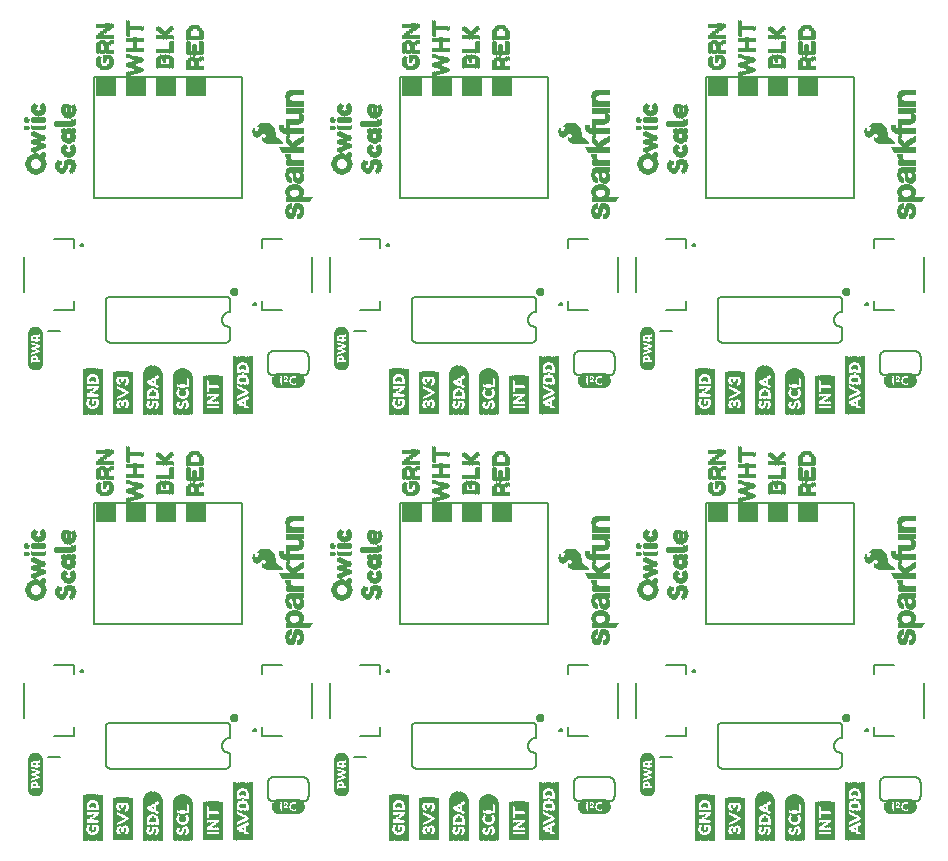
<source format=gto>
G75*
%MOIN*%
%OFA0B0*%
%FSLAX25Y25*%
%IPPOS*%
%LPD*%
%AMOC8*
5,1,8,0,0,1.08239X$1,22.5*
%
%ADD10C,0.00800*%
%ADD11R,0.00157X0.13858*%
%ADD12R,0.00157X0.14331*%
%ADD13R,0.00157X0.14646*%
%ADD14R,0.00157X0.14961*%
%ADD15R,0.00157X0.15118*%
%ADD16R,0.00157X0.15276*%
%ADD17R,0.00157X0.15433*%
%ADD18R,0.00157X0.02835*%
%ADD19R,0.00157X0.11969*%
%ADD20R,0.00157X0.02520*%
%ADD21R,0.00157X0.01102*%
%ADD22R,0.00157X0.03150*%
%ADD23R,0.00157X0.04567*%
%ADD24R,0.00157X0.02205*%
%ADD25R,0.00157X0.00787*%
%ADD26R,0.00157X0.02677*%
%ADD27R,0.00157X0.04409*%
%ADD28R,0.00157X0.02047*%
%ADD29R,0.00157X0.00630*%
%ADD30R,0.00157X0.01890*%
%ADD31R,0.00157X0.01732*%
%ADD32R,0.00157X0.01575*%
%ADD33R,0.00157X0.00945*%
%ADD34R,0.00157X0.02362*%
%ADD35R,0.00157X0.01260*%
%ADD36R,0.00157X0.01417*%
%ADD37R,0.00157X0.04252*%
%ADD38R,0.00157X0.00315*%
%ADD39R,0.00157X0.04094*%
%ADD40R,0.00157X0.00472*%
%ADD41R,0.00157X0.03937*%
%ADD42R,0.00157X0.03307*%
%ADD43R,0.00157X0.03780*%
%ADD44R,0.00157X0.03465*%
%ADD45R,0.00157X0.02992*%
%ADD46R,0.00157X0.12913*%
%ADD47R,0.00157X0.13386*%
%ADD48R,0.00157X0.13701*%
%ADD49R,0.00157X0.14016*%
%ADD50R,0.00157X0.14173*%
%ADD51R,0.00157X0.14488*%
%ADD52R,0.00157X0.07087*%
%ADD53R,0.00157X0.04882*%
%ADD54R,0.00157X0.05039*%
%ADD55R,0.00157X0.05197*%
%ADD56R,0.00157X0.03622*%
%ADD57R,0.00157X0.00157*%
%ADD58R,0.00157X0.11024*%
%ADD59R,0.00157X0.12756*%
%ADD60R,0.00118X0.10748*%
%ADD61R,0.00118X0.11457*%
%ADD62R,0.00079X0.11929*%
%ADD63R,0.00157X0.12402*%
%ADD64R,0.00118X0.12638*%
%ADD65R,0.00118X0.12874*%
%ADD66R,0.00079X0.13110*%
%ADD67R,0.00118X0.04961*%
%ADD68R,0.00118X0.03071*%
%ADD69R,0.00118X0.05079*%
%ADD70R,0.00157X0.02244*%
%ADD71R,0.00157X0.01181*%
%ADD72R,0.00118X0.02244*%
%ADD73R,0.00118X0.00591*%
%ADD74R,0.00118X0.00945*%
%ADD75R,0.00118X0.00354*%
%ADD76R,0.00118X0.02598*%
%ADD77R,0.00118X0.02362*%
%ADD78R,0.00118X0.00472*%
%ADD79R,0.00118X0.00827*%
%ADD80R,0.00118X0.02480*%
%ADD81R,0.00157X0.02480*%
%ADD82R,0.00157X0.00236*%
%ADD83R,0.00157X0.00709*%
%ADD84R,0.00157X0.00354*%
%ADD85R,0.00118X0.00709*%
%ADD86R,0.00118X0.00236*%
%ADD87R,0.00157X0.02598*%
%ADD88R,0.00157X0.00591*%
%ADD89R,0.00157X0.00118*%
%ADD90R,0.00118X0.02717*%
%ADD91R,0.00118X0.02835*%
%ADD92R,0.00157X0.00827*%
%ADD93R,0.00118X0.01299*%
%ADD94R,0.00118X0.01654*%
%ADD95R,0.00118X0.01063*%
%ADD96R,0.00157X0.01063*%
%ADD97R,0.00118X0.01181*%
%ADD98R,0.00118X0.02126*%
%ADD99R,0.00157X0.02126*%
%ADD100R,0.00118X0.01417*%
%ADD101R,0.00118X0.13110*%
%ADD102R,0.00118X0.12402*%
%ADD103R,0.00118X0.11929*%
%ADD104C,0.00010*%
%ADD105R,0.00197X0.02362*%
%ADD106R,0.00197X0.00236*%
%ADD107R,0.00197X0.00433*%
%ADD108R,0.00197X0.00669*%
%ADD109R,0.00236X0.03425*%
%ADD110R,0.00236X0.01299*%
%ADD111R,0.00236X0.01339*%
%ADD112R,0.00236X0.01063*%
%ADD113R,0.00197X0.03898*%
%ADD114R,0.00197X0.01535*%
%ADD115R,0.00197X0.01339*%
%ADD116R,0.00236X0.04134*%
%ADD117R,0.00236X0.01535*%
%ADD118R,0.00236X0.01732*%
%ADD119R,0.00197X0.04331*%
%ADD120R,0.00197X0.01969*%
%ADD121R,0.00236X0.04331*%
%ADD122R,0.00236X0.01969*%
%ADD123R,0.00197X0.01929*%
%ADD124R,0.00236X0.01929*%
%ADD125R,0.00197X0.01732*%
%ADD126R,0.00197X0.03268*%
%ADD127R,0.00236X0.02165*%
%ADD128R,0.00236X0.03071*%
%ADD129R,0.00197X0.02402*%
%ADD130R,0.00197X0.02835*%
%ADD131R,0.00236X0.02402*%
%ADD132R,0.00236X0.02638*%
%ADD133R,0.00197X0.02638*%
%ADD134R,0.00236X0.02835*%
%ADD135R,0.00197X0.03071*%
%ADD136R,0.00236X0.03268*%
%ADD137R,0.00197X0.01299*%
%ADD138R,0.00197X0.04567*%
%ADD139R,0.00236X0.04567*%
%ADD140R,0.00236X0.03701*%
%ADD141R,0.00197X0.04134*%
%ADD142R,0.00236X0.03898*%
%ADD143R,0.00197X0.03228*%
%ADD144R,0.00197X0.01102*%
%ADD145R,0.00197X0.00866*%
%ADD146R,0.00197X0.00197*%
%ADD147R,0.00236X0.01102*%
%ADD148R,0.00236X0.01260*%
%ADD149R,0.00197X0.03701*%
%ADD150R,0.00197X0.01496*%
%ADD151R,0.00197X0.01260*%
%ADD152R,0.00236X0.03937*%
%ADD153R,0.00236X0.01496*%
%ADD154R,0.00197X0.04094*%
%ADD155R,0.00197X0.02165*%
%ADD156R,0.00236X0.00866*%
%ADD157R,0.00197X0.02598*%
%ADD158R,0.00236X0.02598*%
%ADD159R,0.00197X0.02795*%
%ADD160R,0.00236X0.03031*%
%ADD161R,0.00197X0.02559*%
%ADD162R,0.00236X0.02559*%
%ADD163R,0.00236X0.03228*%
%ADD164R,0.00197X0.02126*%
%ADD165R,0.00197X0.03031*%
%ADD166R,0.00236X0.02795*%
%ADD167R,0.00197X0.01693*%
%ADD168R,0.00236X0.04724*%
%ADD169R,0.00197X0.04528*%
%ADD170R,0.00236X0.04094*%
%ADD171R,0.00197X0.01063*%
%ADD172R,0.00236X0.00433*%
%ADD173R,0.00197X0.03465*%
%ADD174R,0.00197X0.01772*%
%ADD175R,0.00197X0.03661*%
%ADD176R,0.00236X0.04528*%
%ADD177R,0.00197X0.04370*%
%ADD178R,0.00236X0.01772*%
%ADD179R,0.00197X0.04764*%
%ADD180R,0.00236X0.03465*%
%ADD181R,0.00197X0.00394*%
%ADD182R,0.00236X0.05433*%
%ADD183R,0.00197X0.05630*%
%ADD184R,0.00236X0.05630*%
%ADD185R,0.00197X0.05433*%
%ADD186R,0.00236X0.05236*%
%ADD187R,0.00236X0.02362*%
%ADD188R,0.00236X0.05000*%
%ADD189R,0.00197X0.05000*%
%ADD190R,0.00236X0.06024*%
%ADD191R,0.00236X0.02205*%
%ADD192R,0.00157X0.19055*%
%ADD193R,0.00157X0.05669*%
%ADD194R,0.00157X0.13228*%
%ADD195R,0.00236X0.01024*%
%ADD196R,0.00276X0.01535*%
%ADD197R,0.00276X0.01811*%
%ADD198R,0.00236X0.01811*%
%ADD199R,0.00276X0.03819*%
%ADD200R,0.00236X0.04370*%
%ADD201R,0.00276X0.04843*%
%ADD202R,0.00236X0.05394*%
%ADD203R,0.00236X0.00512*%
%ADD204R,0.00236X0.00748*%
%ADD205R,0.00276X0.05866*%
%ADD206R,0.00236X0.02283*%
%ADD207R,0.00276X0.02047*%
%ADD208R,0.00276X0.01024*%
%ADD209R,0.00276X0.01063*%
%ADD210R,0.00276X0.01260*%
%ADD211R,0.00276X0.01299*%
%ADD212R,0.00276X0.01772*%
%ADD213R,0.00276X0.03346*%
%ADD214R,0.00236X0.03819*%
%ADD215R,0.00276X0.04094*%
%ADD216R,0.00276X0.02283*%
%ADD217R,0.00236X0.06102*%
%ADD218R,0.00236X0.00551*%
%ADD219R,0.00276X0.01575*%
%ADD220R,0.00236X0.05866*%
%ADD221R,0.00276X0.05630*%
%ADD222R,0.00236X0.02323*%
%ADD223R,0.00236X0.02047*%
%ADD224R,0.00236X0.05354*%
%ADD225R,0.00276X0.02559*%
%ADD226R,0.00276X0.02323*%
%ADD227R,0.00236X0.06614*%
%ADD228R,0.00276X0.06654*%
%ADD229R,0.00236X0.06378*%
%ADD230R,0.00276X0.06142*%
%ADD231R,0.00276X0.01496*%
%ADD232R,0.00236X0.03543*%
%ADD233R,0.00276X0.02795*%
%ADD234R,0.00276X0.00748*%
%ADD235R,0.00236X0.00787*%
%ADD236R,0.00276X0.03583*%
%ADD237R,0.00236X0.03858*%
%ADD238R,0.00276X0.04331*%
%ADD239R,0.00236X0.03346*%
%ADD240R,0.00276X0.04370*%
%ADD241R,0.00236X0.03307*%
%ADD242R,0.00236X0.04606*%
%ADD243R,0.00276X0.04606*%
%ADD244R,0.00236X0.04882*%
%ADD245R,0.00276X0.04882*%
%ADD246R,0.00236X0.00472*%
%ADD247R,0.00236X0.02087*%
%ADD248R,0.00236X0.01575*%
%ADD249R,0.00276X0.02520*%
%ADD250R,0.00276X0.00787*%
%ADD251R,0.00236X0.04843*%
%ADD252R,0.00236X0.02520*%
%ADD253R,0.00276X0.03858*%
%ADD254R,0.00236X0.02008*%
%ADD255R,0.00236X0.03583*%
%ADD256R,0.00276X0.02835*%
%ADD257R,0.00236X0.00236*%
%ADD258R,0.00236X0.00984*%
%ADD259C,0.00300*%
%ADD260R,0.07205X0.00118*%
%ADD261R,0.07913X0.00118*%
%ADD262R,0.08386X0.00079*%
%ADD263R,0.08858X0.00157*%
%ADD264R,0.09094X0.00118*%
%ADD265R,0.09331X0.00118*%
%ADD266R,0.09567X0.00079*%
%ADD267R,0.03661X0.00118*%
%ADD268R,0.02126X0.00118*%
%ADD269R,0.02953X0.00118*%
%ADD270R,0.02244X0.00157*%
%ADD271R,0.00591X0.00157*%
%ADD272R,0.01535X0.00157*%
%ADD273R,0.02598X0.00157*%
%ADD274R,0.02244X0.00118*%
%ADD275R,0.00472X0.00118*%
%ADD276R,0.01181X0.00118*%
%ADD277R,0.02362X0.00118*%
%ADD278R,0.00945X0.00118*%
%ADD279R,0.00354X0.00118*%
%ADD280R,0.00827X0.00118*%
%ADD281R,0.02480X0.00157*%
%ADD282R,0.00354X0.00157*%
%ADD283R,0.00236X0.00157*%
%ADD284R,0.02480X0.00118*%
%ADD285R,0.02598X0.00118*%
%ADD286R,0.01063X0.00118*%
%ADD287R,0.02835X0.00118*%
%ADD288R,0.00472X0.00157*%
%ADD289R,0.04252X0.00157*%
%ADD290R,0.04370X0.00118*%
%ADD291R,0.00591X0.00118*%
%ADD292R,0.04488X0.00118*%
%ADD293R,0.00709X0.00157*%
%ADD294R,0.04488X0.00157*%
%ADD295R,0.00236X0.00118*%
%ADD296R,0.00118X0.00118*%
%ADD297R,0.00118X0.00157*%
%ADD298R,0.04370X0.00157*%
%ADD299R,0.04252X0.00118*%
%ADD300R,0.02717X0.00118*%
%ADD301R,0.03071X0.00157*%
%ADD302R,0.03425X0.00118*%
%ADD303R,0.09567X0.00118*%
%ADD304R,0.08858X0.00118*%
%ADD305R,0.08386X0.00118*%
%ADD306R,0.06614X0.06311*%
D10*
X0058467Y0065000D02*
X0062217Y0065000D01*
X0060468Y0071939D02*
X0066964Y0071939D01*
X0066964Y0074892D01*
X0077642Y0074913D02*
X0077642Y0062587D01*
X0077641Y0062587D02*
X0077643Y0062511D01*
X0077649Y0062436D01*
X0077658Y0062360D01*
X0077672Y0062285D01*
X0077689Y0062211D01*
X0077710Y0062138D01*
X0077734Y0062066D01*
X0077762Y0061996D01*
X0077794Y0061927D01*
X0077829Y0061859D01*
X0077868Y0061794D01*
X0077910Y0061730D01*
X0077955Y0061669D01*
X0078003Y0061610D01*
X0078054Y0061554D01*
X0078108Y0061500D01*
X0078164Y0061449D01*
X0078223Y0061401D01*
X0078284Y0061356D01*
X0078348Y0061314D01*
X0078413Y0061275D01*
X0078481Y0061240D01*
X0078550Y0061208D01*
X0078620Y0061180D01*
X0078692Y0061156D01*
X0078765Y0061135D01*
X0078839Y0061118D01*
X0078914Y0061104D01*
X0078990Y0061095D01*
X0079065Y0061089D01*
X0079141Y0061087D01*
X0079142Y0061087D02*
X0117542Y0061087D01*
X0117541Y0061087D02*
X0117622Y0061099D01*
X0117702Y0061114D01*
X0117781Y0061133D01*
X0117859Y0061155D01*
X0117936Y0061182D01*
X0118012Y0061211D01*
X0118086Y0061245D01*
X0118158Y0061282D01*
X0118229Y0061322D01*
X0118297Y0061366D01*
X0118364Y0061413D01*
X0118428Y0061463D01*
X0118489Y0061516D01*
X0118548Y0061572D01*
X0118605Y0061631D01*
X0118658Y0061692D01*
X0118709Y0061756D01*
X0118756Y0061822D01*
X0118800Y0061890D01*
X0118841Y0061960D01*
X0118879Y0062032D01*
X0118913Y0062106D01*
X0118943Y0062182D01*
X0118970Y0062258D01*
X0118993Y0062336D01*
X0119013Y0062415D01*
X0119028Y0062495D01*
X0119040Y0062576D01*
X0119048Y0062656D01*
X0119052Y0062738D01*
X0119053Y0062819D01*
X0119049Y0062900D01*
X0119042Y0062981D01*
X0119042Y0063031D02*
X0119042Y0066350D01*
X0118842Y0066350D02*
X0118744Y0066352D01*
X0118646Y0066358D01*
X0118548Y0066367D01*
X0118451Y0066381D01*
X0118354Y0066398D01*
X0118258Y0066419D01*
X0118163Y0066444D01*
X0118069Y0066472D01*
X0117977Y0066505D01*
X0117885Y0066540D01*
X0117795Y0066580D01*
X0117707Y0066622D01*
X0117620Y0066669D01*
X0117536Y0066718D01*
X0117453Y0066771D01*
X0117373Y0066827D01*
X0117294Y0066887D01*
X0117218Y0066949D01*
X0117145Y0067014D01*
X0117074Y0067082D01*
X0117006Y0067153D01*
X0116941Y0067226D01*
X0116879Y0067302D01*
X0116819Y0067381D01*
X0116763Y0067461D01*
X0116710Y0067544D01*
X0116661Y0067628D01*
X0116614Y0067715D01*
X0116572Y0067803D01*
X0116532Y0067893D01*
X0116497Y0067985D01*
X0116464Y0068077D01*
X0116436Y0068171D01*
X0116411Y0068266D01*
X0116390Y0068362D01*
X0116373Y0068459D01*
X0116359Y0068556D01*
X0116350Y0068654D01*
X0116344Y0068752D01*
X0116342Y0068850D01*
X0116344Y0068948D01*
X0116350Y0069046D01*
X0116359Y0069144D01*
X0116373Y0069241D01*
X0116390Y0069338D01*
X0116411Y0069434D01*
X0116436Y0069529D01*
X0116464Y0069623D01*
X0116497Y0069715D01*
X0116532Y0069807D01*
X0116572Y0069897D01*
X0116614Y0069985D01*
X0116661Y0070072D01*
X0116710Y0070156D01*
X0116763Y0070239D01*
X0116819Y0070319D01*
X0116879Y0070398D01*
X0116941Y0070474D01*
X0117006Y0070547D01*
X0117074Y0070618D01*
X0117145Y0070686D01*
X0117218Y0070751D01*
X0117294Y0070813D01*
X0117373Y0070873D01*
X0117453Y0070929D01*
X0117536Y0070982D01*
X0117620Y0071031D01*
X0117707Y0071078D01*
X0117795Y0071120D01*
X0117885Y0071160D01*
X0117977Y0071195D01*
X0118069Y0071228D01*
X0118163Y0071256D01*
X0118258Y0071281D01*
X0118354Y0071302D01*
X0118451Y0071319D01*
X0118548Y0071333D01*
X0118646Y0071342D01*
X0118744Y0071348D01*
X0118842Y0071350D01*
X0119042Y0071350D02*
X0119042Y0075306D01*
X0119041Y0075306D02*
X0119029Y0075376D01*
X0119012Y0075446D01*
X0118992Y0075514D01*
X0118969Y0075582D01*
X0118941Y0075648D01*
X0118910Y0075712D01*
X0118876Y0075774D01*
X0118838Y0075835D01*
X0118798Y0075894D01*
X0118754Y0075950D01*
X0118707Y0076003D01*
X0118657Y0076055D01*
X0118604Y0076103D01*
X0118549Y0076148D01*
X0118492Y0076191D01*
X0118432Y0076230D01*
X0118370Y0076266D01*
X0118307Y0076298D01*
X0118242Y0076327D01*
X0118175Y0076353D01*
X0118107Y0076375D01*
X0118038Y0076393D01*
X0117968Y0076407D01*
X0117897Y0076417D01*
X0117826Y0076424D01*
X0117755Y0076427D01*
X0117684Y0076426D01*
X0117612Y0076421D01*
X0117542Y0076412D01*
X0117542Y0076413D02*
X0078748Y0076413D01*
X0078748Y0076412D02*
X0078678Y0076400D01*
X0078608Y0076383D01*
X0078540Y0076363D01*
X0078473Y0076339D01*
X0078407Y0076312D01*
X0078342Y0076281D01*
X0078280Y0076247D01*
X0078219Y0076209D01*
X0078161Y0076168D01*
X0078104Y0076124D01*
X0078051Y0076077D01*
X0078000Y0076027D01*
X0077951Y0075975D01*
X0077906Y0075920D01*
X0077863Y0075862D01*
X0077824Y0075803D01*
X0077788Y0075741D01*
X0077756Y0075677D01*
X0077727Y0075612D01*
X0077701Y0075546D01*
X0077680Y0075478D01*
X0077661Y0075408D01*
X0077647Y0075339D01*
X0077637Y0075268D01*
X0077630Y0075197D01*
X0077627Y0075126D01*
X0077628Y0075054D01*
X0077633Y0074983D01*
X0077642Y0074912D01*
X0069123Y0093593D02*
X0069125Y0093633D01*
X0069131Y0093672D01*
X0069141Y0093711D01*
X0069154Y0093748D01*
X0069172Y0093784D01*
X0069193Y0093818D01*
X0069217Y0093850D01*
X0069244Y0093879D01*
X0069274Y0093906D01*
X0069306Y0093929D01*
X0069341Y0093949D01*
X0069377Y0093965D01*
X0069415Y0093978D01*
X0069454Y0093987D01*
X0069493Y0093992D01*
X0069533Y0093993D01*
X0069573Y0093990D01*
X0069612Y0093983D01*
X0069650Y0093972D01*
X0069688Y0093958D01*
X0069723Y0093939D01*
X0069756Y0093918D01*
X0069788Y0093893D01*
X0069816Y0093865D01*
X0069842Y0093835D01*
X0069864Y0093802D01*
X0069883Y0093767D01*
X0069899Y0093730D01*
X0069911Y0093692D01*
X0069919Y0093653D01*
X0069923Y0093613D01*
X0069923Y0093573D01*
X0069919Y0093533D01*
X0069911Y0093494D01*
X0069899Y0093456D01*
X0069883Y0093419D01*
X0069864Y0093384D01*
X0069842Y0093351D01*
X0069816Y0093321D01*
X0069788Y0093293D01*
X0069756Y0093268D01*
X0069723Y0093247D01*
X0069688Y0093228D01*
X0069650Y0093214D01*
X0069612Y0093203D01*
X0069573Y0093196D01*
X0069533Y0093193D01*
X0069493Y0093194D01*
X0069454Y0093199D01*
X0069415Y0093208D01*
X0069377Y0093221D01*
X0069341Y0093237D01*
X0069306Y0093257D01*
X0069274Y0093280D01*
X0069244Y0093307D01*
X0069217Y0093336D01*
X0069193Y0093368D01*
X0069172Y0093402D01*
X0069154Y0093438D01*
X0069141Y0093475D01*
X0069131Y0093514D01*
X0069125Y0093553D01*
X0069123Y0093593D01*
X0066964Y0092608D02*
X0066964Y0095561D01*
X0060468Y0095561D01*
X0050232Y0089656D02*
X0050232Y0077844D01*
X0073484Y0109226D02*
X0073484Y0149541D01*
X0123011Y0149541D01*
X0123011Y0109226D01*
X0073484Y0109226D01*
X0126761Y0073907D02*
X0126763Y0073947D01*
X0126769Y0073986D01*
X0126779Y0074025D01*
X0126792Y0074062D01*
X0126810Y0074098D01*
X0126831Y0074132D01*
X0126855Y0074164D01*
X0126882Y0074193D01*
X0126912Y0074220D01*
X0126944Y0074243D01*
X0126979Y0074263D01*
X0127015Y0074279D01*
X0127053Y0074292D01*
X0127092Y0074301D01*
X0127131Y0074306D01*
X0127171Y0074307D01*
X0127211Y0074304D01*
X0127250Y0074297D01*
X0127288Y0074286D01*
X0127326Y0074272D01*
X0127361Y0074253D01*
X0127394Y0074232D01*
X0127426Y0074207D01*
X0127454Y0074179D01*
X0127480Y0074149D01*
X0127502Y0074116D01*
X0127521Y0074081D01*
X0127537Y0074044D01*
X0127549Y0074006D01*
X0127557Y0073967D01*
X0127561Y0073927D01*
X0127561Y0073887D01*
X0127557Y0073847D01*
X0127549Y0073808D01*
X0127537Y0073770D01*
X0127521Y0073733D01*
X0127502Y0073698D01*
X0127480Y0073665D01*
X0127454Y0073635D01*
X0127426Y0073607D01*
X0127394Y0073582D01*
X0127361Y0073561D01*
X0127326Y0073542D01*
X0127288Y0073528D01*
X0127250Y0073517D01*
X0127211Y0073510D01*
X0127171Y0073507D01*
X0127131Y0073508D01*
X0127092Y0073513D01*
X0127053Y0073522D01*
X0127015Y0073535D01*
X0126979Y0073551D01*
X0126944Y0073571D01*
X0126912Y0073594D01*
X0126882Y0073621D01*
X0126855Y0073650D01*
X0126831Y0073682D01*
X0126810Y0073716D01*
X0126792Y0073752D01*
X0126779Y0073789D01*
X0126769Y0073828D01*
X0126763Y0073867D01*
X0126761Y0073907D01*
X0129720Y0074892D02*
X0129720Y0071939D01*
X0136216Y0071939D01*
X0146452Y0077844D02*
X0146452Y0089656D01*
X0152232Y0089656D02*
X0152232Y0077844D01*
X0162468Y0071939D02*
X0168964Y0071939D01*
X0168964Y0074892D01*
X0179642Y0074913D02*
X0179642Y0062587D01*
X0179641Y0062587D02*
X0179643Y0062511D01*
X0179649Y0062436D01*
X0179658Y0062360D01*
X0179672Y0062285D01*
X0179689Y0062211D01*
X0179710Y0062138D01*
X0179734Y0062066D01*
X0179762Y0061996D01*
X0179794Y0061927D01*
X0179829Y0061859D01*
X0179868Y0061794D01*
X0179910Y0061730D01*
X0179955Y0061669D01*
X0180003Y0061610D01*
X0180054Y0061554D01*
X0180108Y0061500D01*
X0180164Y0061449D01*
X0180223Y0061401D01*
X0180284Y0061356D01*
X0180348Y0061314D01*
X0180413Y0061275D01*
X0180481Y0061240D01*
X0180550Y0061208D01*
X0180620Y0061180D01*
X0180692Y0061156D01*
X0180765Y0061135D01*
X0180839Y0061118D01*
X0180914Y0061104D01*
X0180990Y0061095D01*
X0181065Y0061089D01*
X0181141Y0061087D01*
X0181142Y0061087D02*
X0219542Y0061087D01*
X0219541Y0061087D02*
X0219622Y0061099D01*
X0219702Y0061114D01*
X0219781Y0061133D01*
X0219859Y0061155D01*
X0219936Y0061182D01*
X0220012Y0061211D01*
X0220086Y0061245D01*
X0220158Y0061282D01*
X0220229Y0061322D01*
X0220297Y0061366D01*
X0220364Y0061413D01*
X0220428Y0061463D01*
X0220489Y0061516D01*
X0220548Y0061572D01*
X0220605Y0061631D01*
X0220658Y0061692D01*
X0220709Y0061756D01*
X0220756Y0061822D01*
X0220800Y0061890D01*
X0220841Y0061960D01*
X0220879Y0062032D01*
X0220913Y0062106D01*
X0220943Y0062182D01*
X0220970Y0062258D01*
X0220993Y0062336D01*
X0221013Y0062415D01*
X0221028Y0062495D01*
X0221040Y0062576D01*
X0221048Y0062656D01*
X0221052Y0062738D01*
X0221053Y0062819D01*
X0221049Y0062900D01*
X0221042Y0062981D01*
X0221042Y0063031D02*
X0221042Y0066350D01*
X0220842Y0066350D02*
X0220744Y0066352D01*
X0220646Y0066358D01*
X0220548Y0066367D01*
X0220451Y0066381D01*
X0220354Y0066398D01*
X0220258Y0066419D01*
X0220163Y0066444D01*
X0220069Y0066472D01*
X0219977Y0066505D01*
X0219885Y0066540D01*
X0219795Y0066580D01*
X0219707Y0066622D01*
X0219620Y0066669D01*
X0219536Y0066718D01*
X0219453Y0066771D01*
X0219373Y0066827D01*
X0219294Y0066887D01*
X0219218Y0066949D01*
X0219145Y0067014D01*
X0219074Y0067082D01*
X0219006Y0067153D01*
X0218941Y0067226D01*
X0218879Y0067302D01*
X0218819Y0067381D01*
X0218763Y0067461D01*
X0218710Y0067544D01*
X0218661Y0067628D01*
X0218614Y0067715D01*
X0218572Y0067803D01*
X0218532Y0067893D01*
X0218497Y0067985D01*
X0218464Y0068077D01*
X0218436Y0068171D01*
X0218411Y0068266D01*
X0218390Y0068362D01*
X0218373Y0068459D01*
X0218359Y0068556D01*
X0218350Y0068654D01*
X0218344Y0068752D01*
X0218342Y0068850D01*
X0218344Y0068948D01*
X0218350Y0069046D01*
X0218359Y0069144D01*
X0218373Y0069241D01*
X0218390Y0069338D01*
X0218411Y0069434D01*
X0218436Y0069529D01*
X0218464Y0069623D01*
X0218497Y0069715D01*
X0218532Y0069807D01*
X0218572Y0069897D01*
X0218614Y0069985D01*
X0218661Y0070072D01*
X0218710Y0070156D01*
X0218763Y0070239D01*
X0218819Y0070319D01*
X0218879Y0070398D01*
X0218941Y0070474D01*
X0219006Y0070547D01*
X0219074Y0070618D01*
X0219145Y0070686D01*
X0219218Y0070751D01*
X0219294Y0070813D01*
X0219373Y0070873D01*
X0219453Y0070929D01*
X0219536Y0070982D01*
X0219620Y0071031D01*
X0219707Y0071078D01*
X0219795Y0071120D01*
X0219885Y0071160D01*
X0219977Y0071195D01*
X0220069Y0071228D01*
X0220163Y0071256D01*
X0220258Y0071281D01*
X0220354Y0071302D01*
X0220451Y0071319D01*
X0220548Y0071333D01*
X0220646Y0071342D01*
X0220744Y0071348D01*
X0220842Y0071350D01*
X0221042Y0071350D02*
X0221042Y0075306D01*
X0221041Y0075306D02*
X0221029Y0075376D01*
X0221012Y0075446D01*
X0220992Y0075514D01*
X0220969Y0075582D01*
X0220941Y0075648D01*
X0220910Y0075712D01*
X0220876Y0075774D01*
X0220838Y0075835D01*
X0220798Y0075894D01*
X0220754Y0075950D01*
X0220707Y0076003D01*
X0220657Y0076055D01*
X0220604Y0076103D01*
X0220549Y0076148D01*
X0220492Y0076191D01*
X0220432Y0076230D01*
X0220370Y0076266D01*
X0220307Y0076298D01*
X0220242Y0076327D01*
X0220175Y0076353D01*
X0220107Y0076375D01*
X0220038Y0076393D01*
X0219968Y0076407D01*
X0219897Y0076417D01*
X0219826Y0076424D01*
X0219755Y0076427D01*
X0219684Y0076426D01*
X0219612Y0076421D01*
X0219542Y0076412D01*
X0219542Y0076413D02*
X0180748Y0076413D01*
X0180748Y0076412D02*
X0180678Y0076400D01*
X0180608Y0076383D01*
X0180540Y0076363D01*
X0180473Y0076339D01*
X0180407Y0076312D01*
X0180342Y0076281D01*
X0180280Y0076247D01*
X0180219Y0076209D01*
X0180161Y0076168D01*
X0180104Y0076124D01*
X0180051Y0076077D01*
X0180000Y0076027D01*
X0179951Y0075975D01*
X0179906Y0075920D01*
X0179863Y0075862D01*
X0179824Y0075803D01*
X0179788Y0075741D01*
X0179756Y0075677D01*
X0179727Y0075612D01*
X0179701Y0075546D01*
X0179680Y0075478D01*
X0179661Y0075408D01*
X0179647Y0075339D01*
X0179637Y0075268D01*
X0179630Y0075197D01*
X0179627Y0075126D01*
X0179628Y0075054D01*
X0179633Y0074983D01*
X0179642Y0074912D01*
X0164217Y0065000D02*
X0160467Y0065000D01*
X0145142Y0056450D02*
X0145142Y0052050D01*
X0145140Y0051967D01*
X0145134Y0051884D01*
X0145125Y0051801D01*
X0145111Y0051719D01*
X0145094Y0051638D01*
X0145073Y0051557D01*
X0145049Y0051478D01*
X0145020Y0051400D01*
X0144989Y0051323D01*
X0144953Y0051248D01*
X0144915Y0051174D01*
X0144872Y0051102D01*
X0144827Y0051033D01*
X0144778Y0050965D01*
X0144727Y0050900D01*
X0144672Y0050837D01*
X0144615Y0050777D01*
X0144555Y0050720D01*
X0144492Y0050665D01*
X0144427Y0050614D01*
X0144359Y0050565D01*
X0144290Y0050520D01*
X0144218Y0050477D01*
X0144144Y0050439D01*
X0144069Y0050403D01*
X0143992Y0050372D01*
X0143914Y0050343D01*
X0143835Y0050319D01*
X0143754Y0050298D01*
X0143673Y0050281D01*
X0143591Y0050267D01*
X0143508Y0050258D01*
X0143425Y0050252D01*
X0143342Y0050250D01*
X0133342Y0050250D01*
X0133259Y0050252D01*
X0133176Y0050258D01*
X0133093Y0050267D01*
X0133011Y0050281D01*
X0132930Y0050298D01*
X0132849Y0050319D01*
X0132770Y0050343D01*
X0132692Y0050372D01*
X0132615Y0050403D01*
X0132540Y0050439D01*
X0132466Y0050477D01*
X0132394Y0050520D01*
X0132325Y0050565D01*
X0132257Y0050614D01*
X0132192Y0050665D01*
X0132129Y0050720D01*
X0132069Y0050777D01*
X0132012Y0050837D01*
X0131957Y0050900D01*
X0131906Y0050965D01*
X0131857Y0051033D01*
X0131812Y0051102D01*
X0131769Y0051174D01*
X0131731Y0051248D01*
X0131695Y0051323D01*
X0131664Y0051400D01*
X0131635Y0051478D01*
X0131611Y0051557D01*
X0131590Y0051638D01*
X0131573Y0051719D01*
X0131559Y0051801D01*
X0131550Y0051884D01*
X0131544Y0051967D01*
X0131542Y0052050D01*
X0131542Y0056450D01*
X0131544Y0056533D01*
X0131550Y0056616D01*
X0131559Y0056699D01*
X0131573Y0056781D01*
X0131590Y0056862D01*
X0131611Y0056943D01*
X0131635Y0057022D01*
X0131664Y0057100D01*
X0131695Y0057177D01*
X0131731Y0057252D01*
X0131769Y0057326D01*
X0131812Y0057398D01*
X0131857Y0057467D01*
X0131906Y0057535D01*
X0131957Y0057600D01*
X0132012Y0057663D01*
X0132069Y0057723D01*
X0132129Y0057780D01*
X0132192Y0057835D01*
X0132257Y0057886D01*
X0132325Y0057935D01*
X0132394Y0057980D01*
X0132466Y0058023D01*
X0132540Y0058061D01*
X0132615Y0058097D01*
X0132692Y0058128D01*
X0132770Y0058157D01*
X0132849Y0058181D01*
X0132930Y0058202D01*
X0133011Y0058219D01*
X0133093Y0058233D01*
X0133176Y0058242D01*
X0133259Y0058248D01*
X0133342Y0058250D01*
X0143342Y0058250D01*
X0143425Y0058248D01*
X0143508Y0058242D01*
X0143591Y0058233D01*
X0143673Y0058219D01*
X0143754Y0058202D01*
X0143835Y0058181D01*
X0143914Y0058157D01*
X0143992Y0058128D01*
X0144069Y0058097D01*
X0144144Y0058061D01*
X0144218Y0058023D01*
X0144290Y0057980D01*
X0144359Y0057935D01*
X0144427Y0057886D01*
X0144492Y0057835D01*
X0144555Y0057780D01*
X0144615Y0057723D01*
X0144672Y0057663D01*
X0144727Y0057600D01*
X0144778Y0057535D01*
X0144827Y0057467D01*
X0144872Y0057398D01*
X0144915Y0057326D01*
X0144953Y0057252D01*
X0144989Y0057177D01*
X0145020Y0057100D01*
X0145049Y0057022D01*
X0145073Y0056943D01*
X0145094Y0056862D01*
X0145111Y0056781D01*
X0145125Y0056699D01*
X0145134Y0056616D01*
X0145140Y0056533D01*
X0145142Y0056450D01*
X0129720Y0092608D02*
X0129720Y0095561D01*
X0136216Y0095561D01*
X0162468Y0095561D02*
X0168964Y0095561D01*
X0168964Y0092608D01*
X0171123Y0093593D02*
X0171125Y0093633D01*
X0171131Y0093672D01*
X0171141Y0093711D01*
X0171154Y0093748D01*
X0171172Y0093784D01*
X0171193Y0093818D01*
X0171217Y0093850D01*
X0171244Y0093879D01*
X0171274Y0093906D01*
X0171306Y0093929D01*
X0171341Y0093949D01*
X0171377Y0093965D01*
X0171415Y0093978D01*
X0171454Y0093987D01*
X0171493Y0093992D01*
X0171533Y0093993D01*
X0171573Y0093990D01*
X0171612Y0093983D01*
X0171650Y0093972D01*
X0171688Y0093958D01*
X0171723Y0093939D01*
X0171756Y0093918D01*
X0171788Y0093893D01*
X0171816Y0093865D01*
X0171842Y0093835D01*
X0171864Y0093802D01*
X0171883Y0093767D01*
X0171899Y0093730D01*
X0171911Y0093692D01*
X0171919Y0093653D01*
X0171923Y0093613D01*
X0171923Y0093573D01*
X0171919Y0093533D01*
X0171911Y0093494D01*
X0171899Y0093456D01*
X0171883Y0093419D01*
X0171864Y0093384D01*
X0171842Y0093351D01*
X0171816Y0093321D01*
X0171788Y0093293D01*
X0171756Y0093268D01*
X0171723Y0093247D01*
X0171688Y0093228D01*
X0171650Y0093214D01*
X0171612Y0093203D01*
X0171573Y0093196D01*
X0171533Y0093193D01*
X0171493Y0093194D01*
X0171454Y0093199D01*
X0171415Y0093208D01*
X0171377Y0093221D01*
X0171341Y0093237D01*
X0171306Y0093257D01*
X0171274Y0093280D01*
X0171244Y0093307D01*
X0171217Y0093336D01*
X0171193Y0093368D01*
X0171172Y0093402D01*
X0171154Y0093438D01*
X0171141Y0093475D01*
X0171131Y0093514D01*
X0171125Y0093553D01*
X0171123Y0093593D01*
X0175484Y0109226D02*
X0175484Y0149541D01*
X0225011Y0149541D01*
X0225011Y0109226D01*
X0175484Y0109226D01*
X0231720Y0095561D02*
X0231720Y0092608D01*
X0231720Y0095561D02*
X0238216Y0095561D01*
X0248452Y0089656D02*
X0248452Y0077844D01*
X0254232Y0077844D02*
X0254232Y0089656D01*
X0264468Y0095561D02*
X0270964Y0095561D01*
X0270964Y0092608D01*
X0273123Y0093593D02*
X0273125Y0093633D01*
X0273131Y0093672D01*
X0273141Y0093711D01*
X0273154Y0093748D01*
X0273172Y0093784D01*
X0273193Y0093818D01*
X0273217Y0093850D01*
X0273244Y0093879D01*
X0273274Y0093906D01*
X0273306Y0093929D01*
X0273341Y0093949D01*
X0273377Y0093965D01*
X0273415Y0093978D01*
X0273454Y0093987D01*
X0273493Y0093992D01*
X0273533Y0093993D01*
X0273573Y0093990D01*
X0273612Y0093983D01*
X0273650Y0093972D01*
X0273688Y0093958D01*
X0273723Y0093939D01*
X0273756Y0093918D01*
X0273788Y0093893D01*
X0273816Y0093865D01*
X0273842Y0093835D01*
X0273864Y0093802D01*
X0273883Y0093767D01*
X0273899Y0093730D01*
X0273911Y0093692D01*
X0273919Y0093653D01*
X0273923Y0093613D01*
X0273923Y0093573D01*
X0273919Y0093533D01*
X0273911Y0093494D01*
X0273899Y0093456D01*
X0273883Y0093419D01*
X0273864Y0093384D01*
X0273842Y0093351D01*
X0273816Y0093321D01*
X0273788Y0093293D01*
X0273756Y0093268D01*
X0273723Y0093247D01*
X0273688Y0093228D01*
X0273650Y0093214D01*
X0273612Y0093203D01*
X0273573Y0093196D01*
X0273533Y0093193D01*
X0273493Y0093194D01*
X0273454Y0093199D01*
X0273415Y0093208D01*
X0273377Y0093221D01*
X0273341Y0093237D01*
X0273306Y0093257D01*
X0273274Y0093280D01*
X0273244Y0093307D01*
X0273217Y0093336D01*
X0273193Y0093368D01*
X0273172Y0093402D01*
X0273154Y0093438D01*
X0273141Y0093475D01*
X0273131Y0093514D01*
X0273125Y0093553D01*
X0273123Y0093593D01*
X0277484Y0109226D02*
X0277484Y0149541D01*
X0327011Y0149541D01*
X0327011Y0109226D01*
X0277484Y0109226D01*
X0282748Y0076413D02*
X0321542Y0076413D01*
X0321542Y0076412D02*
X0321612Y0076421D01*
X0321684Y0076426D01*
X0321755Y0076427D01*
X0321826Y0076424D01*
X0321897Y0076417D01*
X0321968Y0076407D01*
X0322038Y0076393D01*
X0322107Y0076375D01*
X0322175Y0076353D01*
X0322242Y0076327D01*
X0322307Y0076298D01*
X0322370Y0076266D01*
X0322432Y0076230D01*
X0322492Y0076191D01*
X0322549Y0076148D01*
X0322604Y0076103D01*
X0322657Y0076055D01*
X0322707Y0076003D01*
X0322754Y0075950D01*
X0322798Y0075894D01*
X0322838Y0075835D01*
X0322876Y0075774D01*
X0322910Y0075712D01*
X0322941Y0075648D01*
X0322969Y0075582D01*
X0322992Y0075514D01*
X0323012Y0075446D01*
X0323029Y0075376D01*
X0323041Y0075306D01*
X0323042Y0075306D02*
X0323042Y0071350D01*
X0322842Y0071350D02*
X0322744Y0071348D01*
X0322646Y0071342D01*
X0322548Y0071333D01*
X0322451Y0071319D01*
X0322354Y0071302D01*
X0322258Y0071281D01*
X0322163Y0071256D01*
X0322069Y0071228D01*
X0321977Y0071195D01*
X0321885Y0071160D01*
X0321795Y0071120D01*
X0321707Y0071078D01*
X0321620Y0071031D01*
X0321536Y0070982D01*
X0321453Y0070929D01*
X0321373Y0070873D01*
X0321294Y0070813D01*
X0321218Y0070751D01*
X0321145Y0070686D01*
X0321074Y0070618D01*
X0321006Y0070547D01*
X0320941Y0070474D01*
X0320879Y0070398D01*
X0320819Y0070319D01*
X0320763Y0070239D01*
X0320710Y0070156D01*
X0320661Y0070072D01*
X0320614Y0069985D01*
X0320572Y0069897D01*
X0320532Y0069807D01*
X0320497Y0069715D01*
X0320464Y0069623D01*
X0320436Y0069529D01*
X0320411Y0069434D01*
X0320390Y0069338D01*
X0320373Y0069241D01*
X0320359Y0069144D01*
X0320350Y0069046D01*
X0320344Y0068948D01*
X0320342Y0068850D01*
X0320344Y0068752D01*
X0320350Y0068654D01*
X0320359Y0068556D01*
X0320373Y0068459D01*
X0320390Y0068362D01*
X0320411Y0068266D01*
X0320436Y0068171D01*
X0320464Y0068077D01*
X0320497Y0067985D01*
X0320532Y0067893D01*
X0320572Y0067803D01*
X0320614Y0067715D01*
X0320661Y0067628D01*
X0320710Y0067544D01*
X0320763Y0067461D01*
X0320819Y0067381D01*
X0320879Y0067302D01*
X0320941Y0067226D01*
X0321006Y0067153D01*
X0321074Y0067082D01*
X0321145Y0067014D01*
X0321218Y0066949D01*
X0321294Y0066887D01*
X0321373Y0066827D01*
X0321453Y0066771D01*
X0321536Y0066718D01*
X0321620Y0066669D01*
X0321707Y0066622D01*
X0321795Y0066580D01*
X0321885Y0066540D01*
X0321977Y0066505D01*
X0322069Y0066472D01*
X0322163Y0066444D01*
X0322258Y0066419D01*
X0322354Y0066398D01*
X0322451Y0066381D01*
X0322548Y0066367D01*
X0322646Y0066358D01*
X0322744Y0066352D01*
X0322842Y0066350D01*
X0323042Y0066350D02*
X0323042Y0063031D01*
X0323042Y0062981D02*
X0323049Y0062900D01*
X0323053Y0062819D01*
X0323052Y0062738D01*
X0323048Y0062656D01*
X0323040Y0062576D01*
X0323028Y0062495D01*
X0323013Y0062415D01*
X0322993Y0062336D01*
X0322970Y0062258D01*
X0322943Y0062182D01*
X0322913Y0062106D01*
X0322879Y0062032D01*
X0322841Y0061960D01*
X0322800Y0061890D01*
X0322756Y0061822D01*
X0322709Y0061756D01*
X0322658Y0061692D01*
X0322605Y0061631D01*
X0322548Y0061572D01*
X0322489Y0061516D01*
X0322428Y0061463D01*
X0322364Y0061413D01*
X0322297Y0061366D01*
X0322229Y0061322D01*
X0322158Y0061282D01*
X0322086Y0061245D01*
X0322012Y0061211D01*
X0321936Y0061182D01*
X0321859Y0061155D01*
X0321781Y0061133D01*
X0321702Y0061114D01*
X0321622Y0061099D01*
X0321541Y0061087D01*
X0321542Y0061087D02*
X0283142Y0061087D01*
X0283141Y0061087D02*
X0283065Y0061089D01*
X0282990Y0061095D01*
X0282914Y0061104D01*
X0282839Y0061118D01*
X0282765Y0061135D01*
X0282692Y0061156D01*
X0282620Y0061180D01*
X0282550Y0061208D01*
X0282481Y0061240D01*
X0282413Y0061275D01*
X0282348Y0061314D01*
X0282284Y0061356D01*
X0282223Y0061401D01*
X0282164Y0061449D01*
X0282108Y0061500D01*
X0282054Y0061554D01*
X0282003Y0061610D01*
X0281955Y0061669D01*
X0281910Y0061730D01*
X0281868Y0061794D01*
X0281829Y0061859D01*
X0281794Y0061927D01*
X0281762Y0061996D01*
X0281734Y0062066D01*
X0281710Y0062138D01*
X0281689Y0062211D01*
X0281672Y0062285D01*
X0281658Y0062360D01*
X0281649Y0062436D01*
X0281643Y0062511D01*
X0281641Y0062587D01*
X0281642Y0062587D02*
X0281642Y0074913D01*
X0281642Y0074912D02*
X0281633Y0074983D01*
X0281628Y0075054D01*
X0281627Y0075126D01*
X0281630Y0075197D01*
X0281637Y0075268D01*
X0281647Y0075339D01*
X0281661Y0075408D01*
X0281680Y0075478D01*
X0281701Y0075546D01*
X0281727Y0075612D01*
X0281756Y0075677D01*
X0281788Y0075741D01*
X0281824Y0075803D01*
X0281863Y0075862D01*
X0281906Y0075920D01*
X0281951Y0075975D01*
X0282000Y0076027D01*
X0282051Y0076077D01*
X0282104Y0076124D01*
X0282161Y0076168D01*
X0282219Y0076209D01*
X0282280Y0076247D01*
X0282342Y0076281D01*
X0282407Y0076312D01*
X0282473Y0076339D01*
X0282540Y0076363D01*
X0282608Y0076383D01*
X0282678Y0076400D01*
X0282748Y0076412D01*
X0270964Y0074892D02*
X0270964Y0071939D01*
X0264468Y0071939D01*
X0266217Y0065000D02*
X0262467Y0065000D01*
X0247142Y0056450D02*
X0247142Y0052050D01*
X0247140Y0051967D01*
X0247134Y0051884D01*
X0247125Y0051801D01*
X0247111Y0051719D01*
X0247094Y0051638D01*
X0247073Y0051557D01*
X0247049Y0051478D01*
X0247020Y0051400D01*
X0246989Y0051323D01*
X0246953Y0051248D01*
X0246915Y0051174D01*
X0246872Y0051102D01*
X0246827Y0051033D01*
X0246778Y0050965D01*
X0246727Y0050900D01*
X0246672Y0050837D01*
X0246615Y0050777D01*
X0246555Y0050720D01*
X0246492Y0050665D01*
X0246427Y0050614D01*
X0246359Y0050565D01*
X0246290Y0050520D01*
X0246218Y0050477D01*
X0246144Y0050439D01*
X0246069Y0050403D01*
X0245992Y0050372D01*
X0245914Y0050343D01*
X0245835Y0050319D01*
X0245754Y0050298D01*
X0245673Y0050281D01*
X0245591Y0050267D01*
X0245508Y0050258D01*
X0245425Y0050252D01*
X0245342Y0050250D01*
X0235342Y0050250D01*
X0235259Y0050252D01*
X0235176Y0050258D01*
X0235093Y0050267D01*
X0235011Y0050281D01*
X0234930Y0050298D01*
X0234849Y0050319D01*
X0234770Y0050343D01*
X0234692Y0050372D01*
X0234615Y0050403D01*
X0234540Y0050439D01*
X0234466Y0050477D01*
X0234394Y0050520D01*
X0234325Y0050565D01*
X0234257Y0050614D01*
X0234192Y0050665D01*
X0234129Y0050720D01*
X0234069Y0050777D01*
X0234012Y0050837D01*
X0233957Y0050900D01*
X0233906Y0050965D01*
X0233857Y0051033D01*
X0233812Y0051102D01*
X0233769Y0051174D01*
X0233731Y0051248D01*
X0233695Y0051323D01*
X0233664Y0051400D01*
X0233635Y0051478D01*
X0233611Y0051557D01*
X0233590Y0051638D01*
X0233573Y0051719D01*
X0233559Y0051801D01*
X0233550Y0051884D01*
X0233544Y0051967D01*
X0233542Y0052050D01*
X0233542Y0056450D01*
X0233544Y0056533D01*
X0233550Y0056616D01*
X0233559Y0056699D01*
X0233573Y0056781D01*
X0233590Y0056862D01*
X0233611Y0056943D01*
X0233635Y0057022D01*
X0233664Y0057100D01*
X0233695Y0057177D01*
X0233731Y0057252D01*
X0233769Y0057326D01*
X0233812Y0057398D01*
X0233857Y0057467D01*
X0233906Y0057535D01*
X0233957Y0057600D01*
X0234012Y0057663D01*
X0234069Y0057723D01*
X0234129Y0057780D01*
X0234192Y0057835D01*
X0234257Y0057886D01*
X0234325Y0057935D01*
X0234394Y0057980D01*
X0234466Y0058023D01*
X0234540Y0058061D01*
X0234615Y0058097D01*
X0234692Y0058128D01*
X0234770Y0058157D01*
X0234849Y0058181D01*
X0234930Y0058202D01*
X0235011Y0058219D01*
X0235093Y0058233D01*
X0235176Y0058242D01*
X0235259Y0058248D01*
X0235342Y0058250D01*
X0245342Y0058250D01*
X0245425Y0058248D01*
X0245508Y0058242D01*
X0245591Y0058233D01*
X0245673Y0058219D01*
X0245754Y0058202D01*
X0245835Y0058181D01*
X0245914Y0058157D01*
X0245992Y0058128D01*
X0246069Y0058097D01*
X0246144Y0058061D01*
X0246218Y0058023D01*
X0246290Y0057980D01*
X0246359Y0057935D01*
X0246427Y0057886D01*
X0246492Y0057835D01*
X0246555Y0057780D01*
X0246615Y0057723D01*
X0246672Y0057663D01*
X0246727Y0057600D01*
X0246778Y0057535D01*
X0246827Y0057467D01*
X0246872Y0057398D01*
X0246915Y0057326D01*
X0246953Y0057252D01*
X0246989Y0057177D01*
X0247020Y0057100D01*
X0247049Y0057022D01*
X0247073Y0056943D01*
X0247094Y0056862D01*
X0247111Y0056781D01*
X0247125Y0056699D01*
X0247134Y0056616D01*
X0247140Y0056533D01*
X0247142Y0056450D01*
X0238216Y0071939D02*
X0231720Y0071939D01*
X0231720Y0074892D01*
X0228761Y0073907D02*
X0228763Y0073947D01*
X0228769Y0073986D01*
X0228779Y0074025D01*
X0228792Y0074062D01*
X0228810Y0074098D01*
X0228831Y0074132D01*
X0228855Y0074164D01*
X0228882Y0074193D01*
X0228912Y0074220D01*
X0228944Y0074243D01*
X0228979Y0074263D01*
X0229015Y0074279D01*
X0229053Y0074292D01*
X0229092Y0074301D01*
X0229131Y0074306D01*
X0229171Y0074307D01*
X0229211Y0074304D01*
X0229250Y0074297D01*
X0229288Y0074286D01*
X0229326Y0074272D01*
X0229361Y0074253D01*
X0229394Y0074232D01*
X0229426Y0074207D01*
X0229454Y0074179D01*
X0229480Y0074149D01*
X0229502Y0074116D01*
X0229521Y0074081D01*
X0229537Y0074044D01*
X0229549Y0074006D01*
X0229557Y0073967D01*
X0229561Y0073927D01*
X0229561Y0073887D01*
X0229557Y0073847D01*
X0229549Y0073808D01*
X0229537Y0073770D01*
X0229521Y0073733D01*
X0229502Y0073698D01*
X0229480Y0073665D01*
X0229454Y0073635D01*
X0229426Y0073607D01*
X0229394Y0073582D01*
X0229361Y0073561D01*
X0229326Y0073542D01*
X0229288Y0073528D01*
X0229250Y0073517D01*
X0229211Y0073510D01*
X0229171Y0073507D01*
X0229131Y0073508D01*
X0229092Y0073513D01*
X0229053Y0073522D01*
X0229015Y0073535D01*
X0228979Y0073551D01*
X0228944Y0073571D01*
X0228912Y0073594D01*
X0228882Y0073621D01*
X0228855Y0073650D01*
X0228831Y0073682D01*
X0228810Y0073716D01*
X0228792Y0073752D01*
X0228779Y0073789D01*
X0228769Y0073828D01*
X0228763Y0073867D01*
X0228761Y0073907D01*
X0330761Y0073907D02*
X0330763Y0073947D01*
X0330769Y0073986D01*
X0330779Y0074025D01*
X0330792Y0074062D01*
X0330810Y0074098D01*
X0330831Y0074132D01*
X0330855Y0074164D01*
X0330882Y0074193D01*
X0330912Y0074220D01*
X0330944Y0074243D01*
X0330979Y0074263D01*
X0331015Y0074279D01*
X0331053Y0074292D01*
X0331092Y0074301D01*
X0331131Y0074306D01*
X0331171Y0074307D01*
X0331211Y0074304D01*
X0331250Y0074297D01*
X0331288Y0074286D01*
X0331326Y0074272D01*
X0331361Y0074253D01*
X0331394Y0074232D01*
X0331426Y0074207D01*
X0331454Y0074179D01*
X0331480Y0074149D01*
X0331502Y0074116D01*
X0331521Y0074081D01*
X0331537Y0074044D01*
X0331549Y0074006D01*
X0331557Y0073967D01*
X0331561Y0073927D01*
X0331561Y0073887D01*
X0331557Y0073847D01*
X0331549Y0073808D01*
X0331537Y0073770D01*
X0331521Y0073733D01*
X0331502Y0073698D01*
X0331480Y0073665D01*
X0331454Y0073635D01*
X0331426Y0073607D01*
X0331394Y0073582D01*
X0331361Y0073561D01*
X0331326Y0073542D01*
X0331288Y0073528D01*
X0331250Y0073517D01*
X0331211Y0073510D01*
X0331171Y0073507D01*
X0331131Y0073508D01*
X0331092Y0073513D01*
X0331053Y0073522D01*
X0331015Y0073535D01*
X0330979Y0073551D01*
X0330944Y0073571D01*
X0330912Y0073594D01*
X0330882Y0073621D01*
X0330855Y0073650D01*
X0330831Y0073682D01*
X0330810Y0073716D01*
X0330792Y0073752D01*
X0330779Y0073789D01*
X0330769Y0073828D01*
X0330763Y0073867D01*
X0330761Y0073907D01*
X0333720Y0074892D02*
X0333720Y0071939D01*
X0340216Y0071939D01*
X0350452Y0077844D02*
X0350452Y0089656D01*
X0340216Y0095561D02*
X0333720Y0095561D01*
X0333720Y0092608D01*
X0337342Y0058250D02*
X0347342Y0058250D01*
X0347425Y0058248D01*
X0347508Y0058242D01*
X0347591Y0058233D01*
X0347673Y0058219D01*
X0347754Y0058202D01*
X0347835Y0058181D01*
X0347914Y0058157D01*
X0347992Y0058128D01*
X0348069Y0058097D01*
X0348144Y0058061D01*
X0348218Y0058023D01*
X0348290Y0057980D01*
X0348359Y0057935D01*
X0348427Y0057886D01*
X0348492Y0057835D01*
X0348555Y0057780D01*
X0348615Y0057723D01*
X0348672Y0057663D01*
X0348727Y0057600D01*
X0348778Y0057535D01*
X0348827Y0057467D01*
X0348872Y0057398D01*
X0348915Y0057326D01*
X0348953Y0057252D01*
X0348989Y0057177D01*
X0349020Y0057100D01*
X0349049Y0057022D01*
X0349073Y0056943D01*
X0349094Y0056862D01*
X0349111Y0056781D01*
X0349125Y0056699D01*
X0349134Y0056616D01*
X0349140Y0056533D01*
X0349142Y0056450D01*
X0349142Y0052050D01*
X0349140Y0051967D01*
X0349134Y0051884D01*
X0349125Y0051801D01*
X0349111Y0051719D01*
X0349094Y0051638D01*
X0349073Y0051557D01*
X0349049Y0051478D01*
X0349020Y0051400D01*
X0348989Y0051323D01*
X0348953Y0051248D01*
X0348915Y0051174D01*
X0348872Y0051102D01*
X0348827Y0051033D01*
X0348778Y0050965D01*
X0348727Y0050900D01*
X0348672Y0050837D01*
X0348615Y0050777D01*
X0348555Y0050720D01*
X0348492Y0050665D01*
X0348427Y0050614D01*
X0348359Y0050565D01*
X0348290Y0050520D01*
X0348218Y0050477D01*
X0348144Y0050439D01*
X0348069Y0050403D01*
X0347992Y0050372D01*
X0347914Y0050343D01*
X0347835Y0050319D01*
X0347754Y0050298D01*
X0347673Y0050281D01*
X0347591Y0050267D01*
X0347508Y0050258D01*
X0347425Y0050252D01*
X0347342Y0050250D01*
X0337342Y0050250D01*
X0337259Y0050252D01*
X0337176Y0050258D01*
X0337093Y0050267D01*
X0337011Y0050281D01*
X0336930Y0050298D01*
X0336849Y0050319D01*
X0336770Y0050343D01*
X0336692Y0050372D01*
X0336615Y0050403D01*
X0336540Y0050439D01*
X0336466Y0050477D01*
X0336394Y0050520D01*
X0336325Y0050565D01*
X0336257Y0050614D01*
X0336192Y0050665D01*
X0336129Y0050720D01*
X0336069Y0050777D01*
X0336012Y0050837D01*
X0335957Y0050900D01*
X0335906Y0050965D01*
X0335857Y0051033D01*
X0335812Y0051102D01*
X0335769Y0051174D01*
X0335731Y0051248D01*
X0335695Y0051323D01*
X0335664Y0051400D01*
X0335635Y0051478D01*
X0335611Y0051557D01*
X0335590Y0051638D01*
X0335573Y0051719D01*
X0335559Y0051801D01*
X0335550Y0051884D01*
X0335544Y0051967D01*
X0335542Y0052050D01*
X0335542Y0056450D01*
X0335544Y0056533D01*
X0335550Y0056616D01*
X0335559Y0056699D01*
X0335573Y0056781D01*
X0335590Y0056862D01*
X0335611Y0056943D01*
X0335635Y0057022D01*
X0335664Y0057100D01*
X0335695Y0057177D01*
X0335731Y0057252D01*
X0335769Y0057326D01*
X0335812Y0057398D01*
X0335857Y0057467D01*
X0335906Y0057535D01*
X0335957Y0057600D01*
X0336012Y0057663D01*
X0336069Y0057723D01*
X0336129Y0057780D01*
X0336192Y0057835D01*
X0336257Y0057886D01*
X0336325Y0057935D01*
X0336394Y0057980D01*
X0336466Y0058023D01*
X0336540Y0058061D01*
X0336615Y0058097D01*
X0336692Y0058128D01*
X0336770Y0058157D01*
X0336849Y0058181D01*
X0336930Y0058202D01*
X0337011Y0058219D01*
X0337093Y0058233D01*
X0337176Y0058242D01*
X0337259Y0058248D01*
X0337342Y0058250D01*
X0337342Y0192250D02*
X0347342Y0192250D01*
X0347425Y0192252D01*
X0347508Y0192258D01*
X0347591Y0192267D01*
X0347673Y0192281D01*
X0347754Y0192298D01*
X0347835Y0192319D01*
X0347914Y0192343D01*
X0347992Y0192372D01*
X0348069Y0192403D01*
X0348144Y0192439D01*
X0348218Y0192477D01*
X0348290Y0192520D01*
X0348359Y0192565D01*
X0348427Y0192614D01*
X0348492Y0192665D01*
X0348555Y0192720D01*
X0348615Y0192777D01*
X0348672Y0192837D01*
X0348727Y0192900D01*
X0348778Y0192965D01*
X0348827Y0193033D01*
X0348872Y0193102D01*
X0348915Y0193174D01*
X0348953Y0193248D01*
X0348989Y0193323D01*
X0349020Y0193400D01*
X0349049Y0193478D01*
X0349073Y0193557D01*
X0349094Y0193638D01*
X0349111Y0193719D01*
X0349125Y0193801D01*
X0349134Y0193884D01*
X0349140Y0193967D01*
X0349142Y0194050D01*
X0349142Y0198450D01*
X0349140Y0198533D01*
X0349134Y0198616D01*
X0349125Y0198699D01*
X0349111Y0198781D01*
X0349094Y0198862D01*
X0349073Y0198943D01*
X0349049Y0199022D01*
X0349020Y0199100D01*
X0348989Y0199177D01*
X0348953Y0199252D01*
X0348915Y0199326D01*
X0348872Y0199398D01*
X0348827Y0199467D01*
X0348778Y0199535D01*
X0348727Y0199600D01*
X0348672Y0199663D01*
X0348615Y0199723D01*
X0348555Y0199780D01*
X0348492Y0199835D01*
X0348427Y0199886D01*
X0348359Y0199935D01*
X0348290Y0199980D01*
X0348218Y0200023D01*
X0348144Y0200061D01*
X0348069Y0200097D01*
X0347992Y0200128D01*
X0347914Y0200157D01*
X0347835Y0200181D01*
X0347754Y0200202D01*
X0347673Y0200219D01*
X0347591Y0200233D01*
X0347508Y0200242D01*
X0347425Y0200248D01*
X0347342Y0200250D01*
X0337342Y0200250D01*
X0337259Y0200248D01*
X0337176Y0200242D01*
X0337093Y0200233D01*
X0337011Y0200219D01*
X0336930Y0200202D01*
X0336849Y0200181D01*
X0336770Y0200157D01*
X0336692Y0200128D01*
X0336615Y0200097D01*
X0336540Y0200061D01*
X0336466Y0200023D01*
X0336394Y0199980D01*
X0336325Y0199935D01*
X0336257Y0199886D01*
X0336192Y0199835D01*
X0336129Y0199780D01*
X0336069Y0199723D01*
X0336012Y0199663D01*
X0335957Y0199600D01*
X0335906Y0199535D01*
X0335857Y0199467D01*
X0335812Y0199398D01*
X0335769Y0199326D01*
X0335731Y0199252D01*
X0335695Y0199177D01*
X0335664Y0199100D01*
X0335635Y0199022D01*
X0335611Y0198943D01*
X0335590Y0198862D01*
X0335573Y0198781D01*
X0335559Y0198699D01*
X0335550Y0198616D01*
X0335544Y0198533D01*
X0335542Y0198450D01*
X0335542Y0194050D01*
X0335544Y0193967D01*
X0335550Y0193884D01*
X0335559Y0193801D01*
X0335573Y0193719D01*
X0335590Y0193638D01*
X0335611Y0193557D01*
X0335635Y0193478D01*
X0335664Y0193400D01*
X0335695Y0193323D01*
X0335731Y0193248D01*
X0335769Y0193174D01*
X0335812Y0193102D01*
X0335857Y0193033D01*
X0335906Y0192965D01*
X0335957Y0192900D01*
X0336012Y0192837D01*
X0336069Y0192777D01*
X0336129Y0192720D01*
X0336192Y0192665D01*
X0336257Y0192614D01*
X0336325Y0192565D01*
X0336394Y0192520D01*
X0336466Y0192477D01*
X0336540Y0192439D01*
X0336615Y0192403D01*
X0336692Y0192372D01*
X0336770Y0192343D01*
X0336849Y0192319D01*
X0336930Y0192298D01*
X0337011Y0192281D01*
X0337093Y0192267D01*
X0337176Y0192258D01*
X0337259Y0192252D01*
X0337342Y0192250D01*
X0321542Y0203087D02*
X0283142Y0203087D01*
X0283141Y0203087D02*
X0283065Y0203089D01*
X0282990Y0203095D01*
X0282914Y0203104D01*
X0282839Y0203118D01*
X0282765Y0203135D01*
X0282692Y0203156D01*
X0282620Y0203180D01*
X0282550Y0203208D01*
X0282481Y0203240D01*
X0282413Y0203275D01*
X0282348Y0203314D01*
X0282284Y0203356D01*
X0282223Y0203401D01*
X0282164Y0203449D01*
X0282108Y0203500D01*
X0282054Y0203554D01*
X0282003Y0203610D01*
X0281955Y0203669D01*
X0281910Y0203730D01*
X0281868Y0203794D01*
X0281829Y0203859D01*
X0281794Y0203927D01*
X0281762Y0203996D01*
X0281734Y0204066D01*
X0281710Y0204138D01*
X0281689Y0204211D01*
X0281672Y0204285D01*
X0281658Y0204360D01*
X0281649Y0204436D01*
X0281643Y0204511D01*
X0281641Y0204587D01*
X0281642Y0204587D02*
X0281642Y0216913D01*
X0281642Y0216912D02*
X0281633Y0216983D01*
X0281628Y0217054D01*
X0281627Y0217126D01*
X0281630Y0217197D01*
X0281637Y0217268D01*
X0281647Y0217339D01*
X0281661Y0217408D01*
X0281680Y0217478D01*
X0281701Y0217546D01*
X0281727Y0217612D01*
X0281756Y0217677D01*
X0281788Y0217741D01*
X0281824Y0217803D01*
X0281863Y0217862D01*
X0281906Y0217920D01*
X0281951Y0217975D01*
X0282000Y0218027D01*
X0282051Y0218077D01*
X0282104Y0218124D01*
X0282161Y0218168D01*
X0282219Y0218209D01*
X0282280Y0218247D01*
X0282342Y0218281D01*
X0282407Y0218312D01*
X0282473Y0218339D01*
X0282540Y0218363D01*
X0282608Y0218383D01*
X0282678Y0218400D01*
X0282748Y0218412D01*
X0282748Y0218413D02*
X0321542Y0218413D01*
X0321542Y0218412D02*
X0321612Y0218421D01*
X0321684Y0218426D01*
X0321755Y0218427D01*
X0321826Y0218424D01*
X0321897Y0218417D01*
X0321968Y0218407D01*
X0322038Y0218393D01*
X0322107Y0218375D01*
X0322175Y0218353D01*
X0322242Y0218327D01*
X0322307Y0218298D01*
X0322370Y0218266D01*
X0322432Y0218230D01*
X0322492Y0218191D01*
X0322549Y0218148D01*
X0322604Y0218103D01*
X0322657Y0218055D01*
X0322707Y0218003D01*
X0322754Y0217950D01*
X0322798Y0217894D01*
X0322838Y0217835D01*
X0322876Y0217774D01*
X0322910Y0217712D01*
X0322941Y0217648D01*
X0322969Y0217582D01*
X0322992Y0217514D01*
X0323012Y0217446D01*
X0323029Y0217376D01*
X0323041Y0217306D01*
X0323042Y0217306D02*
X0323042Y0213350D01*
X0322842Y0213350D02*
X0322744Y0213348D01*
X0322646Y0213342D01*
X0322548Y0213333D01*
X0322451Y0213319D01*
X0322354Y0213302D01*
X0322258Y0213281D01*
X0322163Y0213256D01*
X0322069Y0213228D01*
X0321977Y0213195D01*
X0321885Y0213160D01*
X0321795Y0213120D01*
X0321707Y0213078D01*
X0321620Y0213031D01*
X0321536Y0212982D01*
X0321453Y0212929D01*
X0321373Y0212873D01*
X0321294Y0212813D01*
X0321218Y0212751D01*
X0321145Y0212686D01*
X0321074Y0212618D01*
X0321006Y0212547D01*
X0320941Y0212474D01*
X0320879Y0212398D01*
X0320819Y0212319D01*
X0320763Y0212239D01*
X0320710Y0212156D01*
X0320661Y0212072D01*
X0320614Y0211985D01*
X0320572Y0211897D01*
X0320532Y0211807D01*
X0320497Y0211715D01*
X0320464Y0211623D01*
X0320436Y0211529D01*
X0320411Y0211434D01*
X0320390Y0211338D01*
X0320373Y0211241D01*
X0320359Y0211144D01*
X0320350Y0211046D01*
X0320344Y0210948D01*
X0320342Y0210850D01*
X0320344Y0210752D01*
X0320350Y0210654D01*
X0320359Y0210556D01*
X0320373Y0210459D01*
X0320390Y0210362D01*
X0320411Y0210266D01*
X0320436Y0210171D01*
X0320464Y0210077D01*
X0320497Y0209985D01*
X0320532Y0209893D01*
X0320572Y0209803D01*
X0320614Y0209715D01*
X0320661Y0209628D01*
X0320710Y0209544D01*
X0320763Y0209461D01*
X0320819Y0209381D01*
X0320879Y0209302D01*
X0320941Y0209226D01*
X0321006Y0209153D01*
X0321074Y0209082D01*
X0321145Y0209014D01*
X0321218Y0208949D01*
X0321294Y0208887D01*
X0321373Y0208827D01*
X0321453Y0208771D01*
X0321536Y0208718D01*
X0321620Y0208669D01*
X0321707Y0208622D01*
X0321795Y0208580D01*
X0321885Y0208540D01*
X0321977Y0208505D01*
X0322069Y0208472D01*
X0322163Y0208444D01*
X0322258Y0208419D01*
X0322354Y0208398D01*
X0322451Y0208381D01*
X0322548Y0208367D01*
X0322646Y0208358D01*
X0322744Y0208352D01*
X0322842Y0208350D01*
X0323042Y0208350D02*
X0323042Y0205031D01*
X0323042Y0204981D02*
X0323049Y0204900D01*
X0323053Y0204819D01*
X0323052Y0204738D01*
X0323048Y0204656D01*
X0323040Y0204576D01*
X0323028Y0204495D01*
X0323013Y0204415D01*
X0322993Y0204336D01*
X0322970Y0204258D01*
X0322943Y0204182D01*
X0322913Y0204106D01*
X0322879Y0204032D01*
X0322841Y0203960D01*
X0322800Y0203890D01*
X0322756Y0203822D01*
X0322709Y0203756D01*
X0322658Y0203692D01*
X0322605Y0203631D01*
X0322548Y0203572D01*
X0322489Y0203516D01*
X0322428Y0203463D01*
X0322364Y0203413D01*
X0322297Y0203366D01*
X0322229Y0203322D01*
X0322158Y0203282D01*
X0322086Y0203245D01*
X0322012Y0203211D01*
X0321936Y0203182D01*
X0321859Y0203155D01*
X0321781Y0203133D01*
X0321702Y0203114D01*
X0321622Y0203099D01*
X0321541Y0203087D01*
X0330761Y0215907D02*
X0330763Y0215947D01*
X0330769Y0215986D01*
X0330779Y0216025D01*
X0330792Y0216062D01*
X0330810Y0216098D01*
X0330831Y0216132D01*
X0330855Y0216164D01*
X0330882Y0216193D01*
X0330912Y0216220D01*
X0330944Y0216243D01*
X0330979Y0216263D01*
X0331015Y0216279D01*
X0331053Y0216292D01*
X0331092Y0216301D01*
X0331131Y0216306D01*
X0331171Y0216307D01*
X0331211Y0216304D01*
X0331250Y0216297D01*
X0331288Y0216286D01*
X0331326Y0216272D01*
X0331361Y0216253D01*
X0331394Y0216232D01*
X0331426Y0216207D01*
X0331454Y0216179D01*
X0331480Y0216149D01*
X0331502Y0216116D01*
X0331521Y0216081D01*
X0331537Y0216044D01*
X0331549Y0216006D01*
X0331557Y0215967D01*
X0331561Y0215927D01*
X0331561Y0215887D01*
X0331557Y0215847D01*
X0331549Y0215808D01*
X0331537Y0215770D01*
X0331521Y0215733D01*
X0331502Y0215698D01*
X0331480Y0215665D01*
X0331454Y0215635D01*
X0331426Y0215607D01*
X0331394Y0215582D01*
X0331361Y0215561D01*
X0331326Y0215542D01*
X0331288Y0215528D01*
X0331250Y0215517D01*
X0331211Y0215510D01*
X0331171Y0215507D01*
X0331131Y0215508D01*
X0331092Y0215513D01*
X0331053Y0215522D01*
X0331015Y0215535D01*
X0330979Y0215551D01*
X0330944Y0215571D01*
X0330912Y0215594D01*
X0330882Y0215621D01*
X0330855Y0215650D01*
X0330831Y0215682D01*
X0330810Y0215716D01*
X0330792Y0215752D01*
X0330779Y0215789D01*
X0330769Y0215828D01*
X0330763Y0215867D01*
X0330761Y0215907D01*
X0333720Y0216892D02*
X0333720Y0213939D01*
X0340216Y0213939D01*
X0350452Y0219844D02*
X0350452Y0231656D01*
X0340216Y0237561D02*
X0333720Y0237561D01*
X0333720Y0234608D01*
X0327011Y0251226D02*
X0327011Y0291541D01*
X0277484Y0291541D01*
X0277484Y0251226D01*
X0327011Y0251226D01*
X0273123Y0235593D02*
X0273125Y0235633D01*
X0273131Y0235672D01*
X0273141Y0235711D01*
X0273154Y0235748D01*
X0273172Y0235784D01*
X0273193Y0235818D01*
X0273217Y0235850D01*
X0273244Y0235879D01*
X0273274Y0235906D01*
X0273306Y0235929D01*
X0273341Y0235949D01*
X0273377Y0235965D01*
X0273415Y0235978D01*
X0273454Y0235987D01*
X0273493Y0235992D01*
X0273533Y0235993D01*
X0273573Y0235990D01*
X0273612Y0235983D01*
X0273650Y0235972D01*
X0273688Y0235958D01*
X0273723Y0235939D01*
X0273756Y0235918D01*
X0273788Y0235893D01*
X0273816Y0235865D01*
X0273842Y0235835D01*
X0273864Y0235802D01*
X0273883Y0235767D01*
X0273899Y0235730D01*
X0273911Y0235692D01*
X0273919Y0235653D01*
X0273923Y0235613D01*
X0273923Y0235573D01*
X0273919Y0235533D01*
X0273911Y0235494D01*
X0273899Y0235456D01*
X0273883Y0235419D01*
X0273864Y0235384D01*
X0273842Y0235351D01*
X0273816Y0235321D01*
X0273788Y0235293D01*
X0273756Y0235268D01*
X0273723Y0235247D01*
X0273688Y0235228D01*
X0273650Y0235214D01*
X0273612Y0235203D01*
X0273573Y0235196D01*
X0273533Y0235193D01*
X0273493Y0235194D01*
X0273454Y0235199D01*
X0273415Y0235208D01*
X0273377Y0235221D01*
X0273341Y0235237D01*
X0273306Y0235257D01*
X0273274Y0235280D01*
X0273244Y0235307D01*
X0273217Y0235336D01*
X0273193Y0235368D01*
X0273172Y0235402D01*
X0273154Y0235438D01*
X0273141Y0235475D01*
X0273131Y0235514D01*
X0273125Y0235553D01*
X0273123Y0235593D01*
X0270964Y0234608D02*
X0270964Y0237561D01*
X0264468Y0237561D01*
X0254232Y0231656D02*
X0254232Y0219844D01*
X0248452Y0219844D02*
X0248452Y0231656D01*
X0238216Y0237561D02*
X0231720Y0237561D01*
X0231720Y0234608D01*
X0231720Y0216892D02*
X0231720Y0213939D01*
X0238216Y0213939D01*
X0228761Y0215907D02*
X0228763Y0215947D01*
X0228769Y0215986D01*
X0228779Y0216025D01*
X0228792Y0216062D01*
X0228810Y0216098D01*
X0228831Y0216132D01*
X0228855Y0216164D01*
X0228882Y0216193D01*
X0228912Y0216220D01*
X0228944Y0216243D01*
X0228979Y0216263D01*
X0229015Y0216279D01*
X0229053Y0216292D01*
X0229092Y0216301D01*
X0229131Y0216306D01*
X0229171Y0216307D01*
X0229211Y0216304D01*
X0229250Y0216297D01*
X0229288Y0216286D01*
X0229326Y0216272D01*
X0229361Y0216253D01*
X0229394Y0216232D01*
X0229426Y0216207D01*
X0229454Y0216179D01*
X0229480Y0216149D01*
X0229502Y0216116D01*
X0229521Y0216081D01*
X0229537Y0216044D01*
X0229549Y0216006D01*
X0229557Y0215967D01*
X0229561Y0215927D01*
X0229561Y0215887D01*
X0229557Y0215847D01*
X0229549Y0215808D01*
X0229537Y0215770D01*
X0229521Y0215733D01*
X0229502Y0215698D01*
X0229480Y0215665D01*
X0229454Y0215635D01*
X0229426Y0215607D01*
X0229394Y0215582D01*
X0229361Y0215561D01*
X0229326Y0215542D01*
X0229288Y0215528D01*
X0229250Y0215517D01*
X0229211Y0215510D01*
X0229171Y0215507D01*
X0229131Y0215508D01*
X0229092Y0215513D01*
X0229053Y0215522D01*
X0229015Y0215535D01*
X0228979Y0215551D01*
X0228944Y0215571D01*
X0228912Y0215594D01*
X0228882Y0215621D01*
X0228855Y0215650D01*
X0228831Y0215682D01*
X0228810Y0215716D01*
X0228792Y0215752D01*
X0228779Y0215789D01*
X0228769Y0215828D01*
X0228763Y0215867D01*
X0228761Y0215907D01*
X0221042Y0217306D02*
X0221042Y0213350D01*
X0220842Y0213350D02*
X0220744Y0213348D01*
X0220646Y0213342D01*
X0220548Y0213333D01*
X0220451Y0213319D01*
X0220354Y0213302D01*
X0220258Y0213281D01*
X0220163Y0213256D01*
X0220069Y0213228D01*
X0219977Y0213195D01*
X0219885Y0213160D01*
X0219795Y0213120D01*
X0219707Y0213078D01*
X0219620Y0213031D01*
X0219536Y0212982D01*
X0219453Y0212929D01*
X0219373Y0212873D01*
X0219294Y0212813D01*
X0219218Y0212751D01*
X0219145Y0212686D01*
X0219074Y0212618D01*
X0219006Y0212547D01*
X0218941Y0212474D01*
X0218879Y0212398D01*
X0218819Y0212319D01*
X0218763Y0212239D01*
X0218710Y0212156D01*
X0218661Y0212072D01*
X0218614Y0211985D01*
X0218572Y0211897D01*
X0218532Y0211807D01*
X0218497Y0211715D01*
X0218464Y0211623D01*
X0218436Y0211529D01*
X0218411Y0211434D01*
X0218390Y0211338D01*
X0218373Y0211241D01*
X0218359Y0211144D01*
X0218350Y0211046D01*
X0218344Y0210948D01*
X0218342Y0210850D01*
X0218344Y0210752D01*
X0218350Y0210654D01*
X0218359Y0210556D01*
X0218373Y0210459D01*
X0218390Y0210362D01*
X0218411Y0210266D01*
X0218436Y0210171D01*
X0218464Y0210077D01*
X0218497Y0209985D01*
X0218532Y0209893D01*
X0218572Y0209803D01*
X0218614Y0209715D01*
X0218661Y0209628D01*
X0218710Y0209544D01*
X0218763Y0209461D01*
X0218819Y0209381D01*
X0218879Y0209302D01*
X0218941Y0209226D01*
X0219006Y0209153D01*
X0219074Y0209082D01*
X0219145Y0209014D01*
X0219218Y0208949D01*
X0219294Y0208887D01*
X0219373Y0208827D01*
X0219453Y0208771D01*
X0219536Y0208718D01*
X0219620Y0208669D01*
X0219707Y0208622D01*
X0219795Y0208580D01*
X0219885Y0208540D01*
X0219977Y0208505D01*
X0220069Y0208472D01*
X0220163Y0208444D01*
X0220258Y0208419D01*
X0220354Y0208398D01*
X0220451Y0208381D01*
X0220548Y0208367D01*
X0220646Y0208358D01*
X0220744Y0208352D01*
X0220842Y0208350D01*
X0221042Y0208350D02*
X0221042Y0205031D01*
X0221042Y0204981D02*
X0221049Y0204900D01*
X0221053Y0204819D01*
X0221052Y0204738D01*
X0221048Y0204656D01*
X0221040Y0204576D01*
X0221028Y0204495D01*
X0221013Y0204415D01*
X0220993Y0204336D01*
X0220970Y0204258D01*
X0220943Y0204182D01*
X0220913Y0204106D01*
X0220879Y0204032D01*
X0220841Y0203960D01*
X0220800Y0203890D01*
X0220756Y0203822D01*
X0220709Y0203756D01*
X0220658Y0203692D01*
X0220605Y0203631D01*
X0220548Y0203572D01*
X0220489Y0203516D01*
X0220428Y0203463D01*
X0220364Y0203413D01*
X0220297Y0203366D01*
X0220229Y0203322D01*
X0220158Y0203282D01*
X0220086Y0203245D01*
X0220012Y0203211D01*
X0219936Y0203182D01*
X0219859Y0203155D01*
X0219781Y0203133D01*
X0219702Y0203114D01*
X0219622Y0203099D01*
X0219541Y0203087D01*
X0219542Y0203087D02*
X0181142Y0203087D01*
X0181141Y0203087D02*
X0181065Y0203089D01*
X0180990Y0203095D01*
X0180914Y0203104D01*
X0180839Y0203118D01*
X0180765Y0203135D01*
X0180692Y0203156D01*
X0180620Y0203180D01*
X0180550Y0203208D01*
X0180481Y0203240D01*
X0180413Y0203275D01*
X0180348Y0203314D01*
X0180284Y0203356D01*
X0180223Y0203401D01*
X0180164Y0203449D01*
X0180108Y0203500D01*
X0180054Y0203554D01*
X0180003Y0203610D01*
X0179955Y0203669D01*
X0179910Y0203730D01*
X0179868Y0203794D01*
X0179829Y0203859D01*
X0179794Y0203927D01*
X0179762Y0203996D01*
X0179734Y0204066D01*
X0179710Y0204138D01*
X0179689Y0204211D01*
X0179672Y0204285D01*
X0179658Y0204360D01*
X0179649Y0204436D01*
X0179643Y0204511D01*
X0179641Y0204587D01*
X0179642Y0204587D02*
X0179642Y0216913D01*
X0179642Y0216912D02*
X0179633Y0216983D01*
X0179628Y0217054D01*
X0179627Y0217126D01*
X0179630Y0217197D01*
X0179637Y0217268D01*
X0179647Y0217339D01*
X0179661Y0217408D01*
X0179680Y0217478D01*
X0179701Y0217546D01*
X0179727Y0217612D01*
X0179756Y0217677D01*
X0179788Y0217741D01*
X0179824Y0217803D01*
X0179863Y0217862D01*
X0179906Y0217920D01*
X0179951Y0217975D01*
X0180000Y0218027D01*
X0180051Y0218077D01*
X0180104Y0218124D01*
X0180161Y0218168D01*
X0180219Y0218209D01*
X0180280Y0218247D01*
X0180342Y0218281D01*
X0180407Y0218312D01*
X0180473Y0218339D01*
X0180540Y0218363D01*
X0180608Y0218383D01*
X0180678Y0218400D01*
X0180748Y0218412D01*
X0180748Y0218413D02*
X0219542Y0218413D01*
X0219542Y0218412D02*
X0219612Y0218421D01*
X0219684Y0218426D01*
X0219755Y0218427D01*
X0219826Y0218424D01*
X0219897Y0218417D01*
X0219968Y0218407D01*
X0220038Y0218393D01*
X0220107Y0218375D01*
X0220175Y0218353D01*
X0220242Y0218327D01*
X0220307Y0218298D01*
X0220370Y0218266D01*
X0220432Y0218230D01*
X0220492Y0218191D01*
X0220549Y0218148D01*
X0220604Y0218103D01*
X0220657Y0218055D01*
X0220707Y0218003D01*
X0220754Y0217950D01*
X0220798Y0217894D01*
X0220838Y0217835D01*
X0220876Y0217774D01*
X0220910Y0217712D01*
X0220941Y0217648D01*
X0220969Y0217582D01*
X0220992Y0217514D01*
X0221012Y0217446D01*
X0221029Y0217376D01*
X0221041Y0217306D01*
X0235342Y0200250D02*
X0245342Y0200250D01*
X0245425Y0200248D01*
X0245508Y0200242D01*
X0245591Y0200233D01*
X0245673Y0200219D01*
X0245754Y0200202D01*
X0245835Y0200181D01*
X0245914Y0200157D01*
X0245992Y0200128D01*
X0246069Y0200097D01*
X0246144Y0200061D01*
X0246218Y0200023D01*
X0246290Y0199980D01*
X0246359Y0199935D01*
X0246427Y0199886D01*
X0246492Y0199835D01*
X0246555Y0199780D01*
X0246615Y0199723D01*
X0246672Y0199663D01*
X0246727Y0199600D01*
X0246778Y0199535D01*
X0246827Y0199467D01*
X0246872Y0199398D01*
X0246915Y0199326D01*
X0246953Y0199252D01*
X0246989Y0199177D01*
X0247020Y0199100D01*
X0247049Y0199022D01*
X0247073Y0198943D01*
X0247094Y0198862D01*
X0247111Y0198781D01*
X0247125Y0198699D01*
X0247134Y0198616D01*
X0247140Y0198533D01*
X0247142Y0198450D01*
X0247142Y0194050D01*
X0247140Y0193967D01*
X0247134Y0193884D01*
X0247125Y0193801D01*
X0247111Y0193719D01*
X0247094Y0193638D01*
X0247073Y0193557D01*
X0247049Y0193478D01*
X0247020Y0193400D01*
X0246989Y0193323D01*
X0246953Y0193248D01*
X0246915Y0193174D01*
X0246872Y0193102D01*
X0246827Y0193033D01*
X0246778Y0192965D01*
X0246727Y0192900D01*
X0246672Y0192837D01*
X0246615Y0192777D01*
X0246555Y0192720D01*
X0246492Y0192665D01*
X0246427Y0192614D01*
X0246359Y0192565D01*
X0246290Y0192520D01*
X0246218Y0192477D01*
X0246144Y0192439D01*
X0246069Y0192403D01*
X0245992Y0192372D01*
X0245914Y0192343D01*
X0245835Y0192319D01*
X0245754Y0192298D01*
X0245673Y0192281D01*
X0245591Y0192267D01*
X0245508Y0192258D01*
X0245425Y0192252D01*
X0245342Y0192250D01*
X0235342Y0192250D01*
X0235259Y0192252D01*
X0235176Y0192258D01*
X0235093Y0192267D01*
X0235011Y0192281D01*
X0234930Y0192298D01*
X0234849Y0192319D01*
X0234770Y0192343D01*
X0234692Y0192372D01*
X0234615Y0192403D01*
X0234540Y0192439D01*
X0234466Y0192477D01*
X0234394Y0192520D01*
X0234325Y0192565D01*
X0234257Y0192614D01*
X0234192Y0192665D01*
X0234129Y0192720D01*
X0234069Y0192777D01*
X0234012Y0192837D01*
X0233957Y0192900D01*
X0233906Y0192965D01*
X0233857Y0193033D01*
X0233812Y0193102D01*
X0233769Y0193174D01*
X0233731Y0193248D01*
X0233695Y0193323D01*
X0233664Y0193400D01*
X0233635Y0193478D01*
X0233611Y0193557D01*
X0233590Y0193638D01*
X0233573Y0193719D01*
X0233559Y0193801D01*
X0233550Y0193884D01*
X0233544Y0193967D01*
X0233542Y0194050D01*
X0233542Y0198450D01*
X0233544Y0198533D01*
X0233550Y0198616D01*
X0233559Y0198699D01*
X0233573Y0198781D01*
X0233590Y0198862D01*
X0233611Y0198943D01*
X0233635Y0199022D01*
X0233664Y0199100D01*
X0233695Y0199177D01*
X0233731Y0199252D01*
X0233769Y0199326D01*
X0233812Y0199398D01*
X0233857Y0199467D01*
X0233906Y0199535D01*
X0233957Y0199600D01*
X0234012Y0199663D01*
X0234069Y0199723D01*
X0234129Y0199780D01*
X0234192Y0199835D01*
X0234257Y0199886D01*
X0234325Y0199935D01*
X0234394Y0199980D01*
X0234466Y0200023D01*
X0234540Y0200061D01*
X0234615Y0200097D01*
X0234692Y0200128D01*
X0234770Y0200157D01*
X0234849Y0200181D01*
X0234930Y0200202D01*
X0235011Y0200219D01*
X0235093Y0200233D01*
X0235176Y0200242D01*
X0235259Y0200248D01*
X0235342Y0200250D01*
X0262467Y0207000D02*
X0266217Y0207000D01*
X0264468Y0213939D02*
X0270964Y0213939D01*
X0270964Y0216892D01*
X0225011Y0251226D02*
X0225011Y0291541D01*
X0175484Y0291541D01*
X0175484Y0251226D01*
X0225011Y0251226D01*
X0171123Y0235593D02*
X0171125Y0235633D01*
X0171131Y0235672D01*
X0171141Y0235711D01*
X0171154Y0235748D01*
X0171172Y0235784D01*
X0171193Y0235818D01*
X0171217Y0235850D01*
X0171244Y0235879D01*
X0171274Y0235906D01*
X0171306Y0235929D01*
X0171341Y0235949D01*
X0171377Y0235965D01*
X0171415Y0235978D01*
X0171454Y0235987D01*
X0171493Y0235992D01*
X0171533Y0235993D01*
X0171573Y0235990D01*
X0171612Y0235983D01*
X0171650Y0235972D01*
X0171688Y0235958D01*
X0171723Y0235939D01*
X0171756Y0235918D01*
X0171788Y0235893D01*
X0171816Y0235865D01*
X0171842Y0235835D01*
X0171864Y0235802D01*
X0171883Y0235767D01*
X0171899Y0235730D01*
X0171911Y0235692D01*
X0171919Y0235653D01*
X0171923Y0235613D01*
X0171923Y0235573D01*
X0171919Y0235533D01*
X0171911Y0235494D01*
X0171899Y0235456D01*
X0171883Y0235419D01*
X0171864Y0235384D01*
X0171842Y0235351D01*
X0171816Y0235321D01*
X0171788Y0235293D01*
X0171756Y0235268D01*
X0171723Y0235247D01*
X0171688Y0235228D01*
X0171650Y0235214D01*
X0171612Y0235203D01*
X0171573Y0235196D01*
X0171533Y0235193D01*
X0171493Y0235194D01*
X0171454Y0235199D01*
X0171415Y0235208D01*
X0171377Y0235221D01*
X0171341Y0235237D01*
X0171306Y0235257D01*
X0171274Y0235280D01*
X0171244Y0235307D01*
X0171217Y0235336D01*
X0171193Y0235368D01*
X0171172Y0235402D01*
X0171154Y0235438D01*
X0171141Y0235475D01*
X0171131Y0235514D01*
X0171125Y0235553D01*
X0171123Y0235593D01*
X0168964Y0234608D02*
X0168964Y0237561D01*
X0162468Y0237561D01*
X0152232Y0231656D02*
X0152232Y0219844D01*
X0146452Y0219844D02*
X0146452Y0231656D01*
X0136216Y0237561D02*
X0129720Y0237561D01*
X0129720Y0234608D01*
X0129720Y0216892D02*
X0129720Y0213939D01*
X0136216Y0213939D01*
X0126761Y0215907D02*
X0126763Y0215947D01*
X0126769Y0215986D01*
X0126779Y0216025D01*
X0126792Y0216062D01*
X0126810Y0216098D01*
X0126831Y0216132D01*
X0126855Y0216164D01*
X0126882Y0216193D01*
X0126912Y0216220D01*
X0126944Y0216243D01*
X0126979Y0216263D01*
X0127015Y0216279D01*
X0127053Y0216292D01*
X0127092Y0216301D01*
X0127131Y0216306D01*
X0127171Y0216307D01*
X0127211Y0216304D01*
X0127250Y0216297D01*
X0127288Y0216286D01*
X0127326Y0216272D01*
X0127361Y0216253D01*
X0127394Y0216232D01*
X0127426Y0216207D01*
X0127454Y0216179D01*
X0127480Y0216149D01*
X0127502Y0216116D01*
X0127521Y0216081D01*
X0127537Y0216044D01*
X0127549Y0216006D01*
X0127557Y0215967D01*
X0127561Y0215927D01*
X0127561Y0215887D01*
X0127557Y0215847D01*
X0127549Y0215808D01*
X0127537Y0215770D01*
X0127521Y0215733D01*
X0127502Y0215698D01*
X0127480Y0215665D01*
X0127454Y0215635D01*
X0127426Y0215607D01*
X0127394Y0215582D01*
X0127361Y0215561D01*
X0127326Y0215542D01*
X0127288Y0215528D01*
X0127250Y0215517D01*
X0127211Y0215510D01*
X0127171Y0215507D01*
X0127131Y0215508D01*
X0127092Y0215513D01*
X0127053Y0215522D01*
X0127015Y0215535D01*
X0126979Y0215551D01*
X0126944Y0215571D01*
X0126912Y0215594D01*
X0126882Y0215621D01*
X0126855Y0215650D01*
X0126831Y0215682D01*
X0126810Y0215716D01*
X0126792Y0215752D01*
X0126779Y0215789D01*
X0126769Y0215828D01*
X0126763Y0215867D01*
X0126761Y0215907D01*
X0119042Y0217306D02*
X0119042Y0213350D01*
X0118842Y0213350D02*
X0118744Y0213348D01*
X0118646Y0213342D01*
X0118548Y0213333D01*
X0118451Y0213319D01*
X0118354Y0213302D01*
X0118258Y0213281D01*
X0118163Y0213256D01*
X0118069Y0213228D01*
X0117977Y0213195D01*
X0117885Y0213160D01*
X0117795Y0213120D01*
X0117707Y0213078D01*
X0117620Y0213031D01*
X0117536Y0212982D01*
X0117453Y0212929D01*
X0117373Y0212873D01*
X0117294Y0212813D01*
X0117218Y0212751D01*
X0117145Y0212686D01*
X0117074Y0212618D01*
X0117006Y0212547D01*
X0116941Y0212474D01*
X0116879Y0212398D01*
X0116819Y0212319D01*
X0116763Y0212239D01*
X0116710Y0212156D01*
X0116661Y0212072D01*
X0116614Y0211985D01*
X0116572Y0211897D01*
X0116532Y0211807D01*
X0116497Y0211715D01*
X0116464Y0211623D01*
X0116436Y0211529D01*
X0116411Y0211434D01*
X0116390Y0211338D01*
X0116373Y0211241D01*
X0116359Y0211144D01*
X0116350Y0211046D01*
X0116344Y0210948D01*
X0116342Y0210850D01*
X0116344Y0210752D01*
X0116350Y0210654D01*
X0116359Y0210556D01*
X0116373Y0210459D01*
X0116390Y0210362D01*
X0116411Y0210266D01*
X0116436Y0210171D01*
X0116464Y0210077D01*
X0116497Y0209985D01*
X0116532Y0209893D01*
X0116572Y0209803D01*
X0116614Y0209715D01*
X0116661Y0209628D01*
X0116710Y0209544D01*
X0116763Y0209461D01*
X0116819Y0209381D01*
X0116879Y0209302D01*
X0116941Y0209226D01*
X0117006Y0209153D01*
X0117074Y0209082D01*
X0117145Y0209014D01*
X0117218Y0208949D01*
X0117294Y0208887D01*
X0117373Y0208827D01*
X0117453Y0208771D01*
X0117536Y0208718D01*
X0117620Y0208669D01*
X0117707Y0208622D01*
X0117795Y0208580D01*
X0117885Y0208540D01*
X0117977Y0208505D01*
X0118069Y0208472D01*
X0118163Y0208444D01*
X0118258Y0208419D01*
X0118354Y0208398D01*
X0118451Y0208381D01*
X0118548Y0208367D01*
X0118646Y0208358D01*
X0118744Y0208352D01*
X0118842Y0208350D01*
X0119042Y0208350D02*
X0119042Y0205031D01*
X0119042Y0204981D02*
X0119049Y0204900D01*
X0119053Y0204819D01*
X0119052Y0204738D01*
X0119048Y0204656D01*
X0119040Y0204576D01*
X0119028Y0204495D01*
X0119013Y0204415D01*
X0118993Y0204336D01*
X0118970Y0204258D01*
X0118943Y0204182D01*
X0118913Y0204106D01*
X0118879Y0204032D01*
X0118841Y0203960D01*
X0118800Y0203890D01*
X0118756Y0203822D01*
X0118709Y0203756D01*
X0118658Y0203692D01*
X0118605Y0203631D01*
X0118548Y0203572D01*
X0118489Y0203516D01*
X0118428Y0203463D01*
X0118364Y0203413D01*
X0118297Y0203366D01*
X0118229Y0203322D01*
X0118158Y0203282D01*
X0118086Y0203245D01*
X0118012Y0203211D01*
X0117936Y0203182D01*
X0117859Y0203155D01*
X0117781Y0203133D01*
X0117702Y0203114D01*
X0117622Y0203099D01*
X0117541Y0203087D01*
X0117542Y0203087D02*
X0079142Y0203087D01*
X0079141Y0203087D02*
X0079065Y0203089D01*
X0078990Y0203095D01*
X0078914Y0203104D01*
X0078839Y0203118D01*
X0078765Y0203135D01*
X0078692Y0203156D01*
X0078620Y0203180D01*
X0078550Y0203208D01*
X0078481Y0203240D01*
X0078413Y0203275D01*
X0078348Y0203314D01*
X0078284Y0203356D01*
X0078223Y0203401D01*
X0078164Y0203449D01*
X0078108Y0203500D01*
X0078054Y0203554D01*
X0078003Y0203610D01*
X0077955Y0203669D01*
X0077910Y0203730D01*
X0077868Y0203794D01*
X0077829Y0203859D01*
X0077794Y0203927D01*
X0077762Y0203996D01*
X0077734Y0204066D01*
X0077710Y0204138D01*
X0077689Y0204211D01*
X0077672Y0204285D01*
X0077658Y0204360D01*
X0077649Y0204436D01*
X0077643Y0204511D01*
X0077641Y0204587D01*
X0077642Y0204587D02*
X0077642Y0216913D01*
X0077642Y0216912D02*
X0077633Y0216983D01*
X0077628Y0217054D01*
X0077627Y0217126D01*
X0077630Y0217197D01*
X0077637Y0217268D01*
X0077647Y0217339D01*
X0077661Y0217408D01*
X0077680Y0217478D01*
X0077701Y0217546D01*
X0077727Y0217612D01*
X0077756Y0217677D01*
X0077788Y0217741D01*
X0077824Y0217803D01*
X0077863Y0217862D01*
X0077906Y0217920D01*
X0077951Y0217975D01*
X0078000Y0218027D01*
X0078051Y0218077D01*
X0078104Y0218124D01*
X0078161Y0218168D01*
X0078219Y0218209D01*
X0078280Y0218247D01*
X0078342Y0218281D01*
X0078407Y0218312D01*
X0078473Y0218339D01*
X0078540Y0218363D01*
X0078608Y0218383D01*
X0078678Y0218400D01*
X0078748Y0218412D01*
X0078748Y0218413D02*
X0117542Y0218413D01*
X0117542Y0218412D02*
X0117612Y0218421D01*
X0117684Y0218426D01*
X0117755Y0218427D01*
X0117826Y0218424D01*
X0117897Y0218417D01*
X0117968Y0218407D01*
X0118038Y0218393D01*
X0118107Y0218375D01*
X0118175Y0218353D01*
X0118242Y0218327D01*
X0118307Y0218298D01*
X0118370Y0218266D01*
X0118432Y0218230D01*
X0118492Y0218191D01*
X0118549Y0218148D01*
X0118604Y0218103D01*
X0118657Y0218055D01*
X0118707Y0218003D01*
X0118754Y0217950D01*
X0118798Y0217894D01*
X0118838Y0217835D01*
X0118876Y0217774D01*
X0118910Y0217712D01*
X0118941Y0217648D01*
X0118969Y0217582D01*
X0118992Y0217514D01*
X0119012Y0217446D01*
X0119029Y0217376D01*
X0119041Y0217306D01*
X0133342Y0200250D02*
X0143342Y0200250D01*
X0143425Y0200248D01*
X0143508Y0200242D01*
X0143591Y0200233D01*
X0143673Y0200219D01*
X0143754Y0200202D01*
X0143835Y0200181D01*
X0143914Y0200157D01*
X0143992Y0200128D01*
X0144069Y0200097D01*
X0144144Y0200061D01*
X0144218Y0200023D01*
X0144290Y0199980D01*
X0144359Y0199935D01*
X0144427Y0199886D01*
X0144492Y0199835D01*
X0144555Y0199780D01*
X0144615Y0199723D01*
X0144672Y0199663D01*
X0144727Y0199600D01*
X0144778Y0199535D01*
X0144827Y0199467D01*
X0144872Y0199398D01*
X0144915Y0199326D01*
X0144953Y0199252D01*
X0144989Y0199177D01*
X0145020Y0199100D01*
X0145049Y0199022D01*
X0145073Y0198943D01*
X0145094Y0198862D01*
X0145111Y0198781D01*
X0145125Y0198699D01*
X0145134Y0198616D01*
X0145140Y0198533D01*
X0145142Y0198450D01*
X0145142Y0194050D01*
X0145140Y0193967D01*
X0145134Y0193884D01*
X0145125Y0193801D01*
X0145111Y0193719D01*
X0145094Y0193638D01*
X0145073Y0193557D01*
X0145049Y0193478D01*
X0145020Y0193400D01*
X0144989Y0193323D01*
X0144953Y0193248D01*
X0144915Y0193174D01*
X0144872Y0193102D01*
X0144827Y0193033D01*
X0144778Y0192965D01*
X0144727Y0192900D01*
X0144672Y0192837D01*
X0144615Y0192777D01*
X0144555Y0192720D01*
X0144492Y0192665D01*
X0144427Y0192614D01*
X0144359Y0192565D01*
X0144290Y0192520D01*
X0144218Y0192477D01*
X0144144Y0192439D01*
X0144069Y0192403D01*
X0143992Y0192372D01*
X0143914Y0192343D01*
X0143835Y0192319D01*
X0143754Y0192298D01*
X0143673Y0192281D01*
X0143591Y0192267D01*
X0143508Y0192258D01*
X0143425Y0192252D01*
X0143342Y0192250D01*
X0133342Y0192250D01*
X0133259Y0192252D01*
X0133176Y0192258D01*
X0133093Y0192267D01*
X0133011Y0192281D01*
X0132930Y0192298D01*
X0132849Y0192319D01*
X0132770Y0192343D01*
X0132692Y0192372D01*
X0132615Y0192403D01*
X0132540Y0192439D01*
X0132466Y0192477D01*
X0132394Y0192520D01*
X0132325Y0192565D01*
X0132257Y0192614D01*
X0132192Y0192665D01*
X0132129Y0192720D01*
X0132069Y0192777D01*
X0132012Y0192837D01*
X0131957Y0192900D01*
X0131906Y0192965D01*
X0131857Y0193033D01*
X0131812Y0193102D01*
X0131769Y0193174D01*
X0131731Y0193248D01*
X0131695Y0193323D01*
X0131664Y0193400D01*
X0131635Y0193478D01*
X0131611Y0193557D01*
X0131590Y0193638D01*
X0131573Y0193719D01*
X0131559Y0193801D01*
X0131550Y0193884D01*
X0131544Y0193967D01*
X0131542Y0194050D01*
X0131542Y0198450D01*
X0131544Y0198533D01*
X0131550Y0198616D01*
X0131559Y0198699D01*
X0131573Y0198781D01*
X0131590Y0198862D01*
X0131611Y0198943D01*
X0131635Y0199022D01*
X0131664Y0199100D01*
X0131695Y0199177D01*
X0131731Y0199252D01*
X0131769Y0199326D01*
X0131812Y0199398D01*
X0131857Y0199467D01*
X0131906Y0199535D01*
X0131957Y0199600D01*
X0132012Y0199663D01*
X0132069Y0199723D01*
X0132129Y0199780D01*
X0132192Y0199835D01*
X0132257Y0199886D01*
X0132325Y0199935D01*
X0132394Y0199980D01*
X0132466Y0200023D01*
X0132540Y0200061D01*
X0132615Y0200097D01*
X0132692Y0200128D01*
X0132770Y0200157D01*
X0132849Y0200181D01*
X0132930Y0200202D01*
X0133011Y0200219D01*
X0133093Y0200233D01*
X0133176Y0200242D01*
X0133259Y0200248D01*
X0133342Y0200250D01*
X0160467Y0207000D02*
X0164217Y0207000D01*
X0162468Y0213939D02*
X0168964Y0213939D01*
X0168964Y0216892D01*
X0123011Y0251226D02*
X0123011Y0291541D01*
X0073484Y0291541D01*
X0073484Y0251226D01*
X0123011Y0251226D01*
X0069123Y0235593D02*
X0069125Y0235633D01*
X0069131Y0235672D01*
X0069141Y0235711D01*
X0069154Y0235748D01*
X0069172Y0235784D01*
X0069193Y0235818D01*
X0069217Y0235850D01*
X0069244Y0235879D01*
X0069274Y0235906D01*
X0069306Y0235929D01*
X0069341Y0235949D01*
X0069377Y0235965D01*
X0069415Y0235978D01*
X0069454Y0235987D01*
X0069493Y0235992D01*
X0069533Y0235993D01*
X0069573Y0235990D01*
X0069612Y0235983D01*
X0069650Y0235972D01*
X0069688Y0235958D01*
X0069723Y0235939D01*
X0069756Y0235918D01*
X0069788Y0235893D01*
X0069816Y0235865D01*
X0069842Y0235835D01*
X0069864Y0235802D01*
X0069883Y0235767D01*
X0069899Y0235730D01*
X0069911Y0235692D01*
X0069919Y0235653D01*
X0069923Y0235613D01*
X0069923Y0235573D01*
X0069919Y0235533D01*
X0069911Y0235494D01*
X0069899Y0235456D01*
X0069883Y0235419D01*
X0069864Y0235384D01*
X0069842Y0235351D01*
X0069816Y0235321D01*
X0069788Y0235293D01*
X0069756Y0235268D01*
X0069723Y0235247D01*
X0069688Y0235228D01*
X0069650Y0235214D01*
X0069612Y0235203D01*
X0069573Y0235196D01*
X0069533Y0235193D01*
X0069493Y0235194D01*
X0069454Y0235199D01*
X0069415Y0235208D01*
X0069377Y0235221D01*
X0069341Y0235237D01*
X0069306Y0235257D01*
X0069274Y0235280D01*
X0069244Y0235307D01*
X0069217Y0235336D01*
X0069193Y0235368D01*
X0069172Y0235402D01*
X0069154Y0235438D01*
X0069141Y0235475D01*
X0069131Y0235514D01*
X0069125Y0235553D01*
X0069123Y0235593D01*
X0066964Y0234608D02*
X0066964Y0237561D01*
X0060468Y0237561D01*
X0050232Y0231656D02*
X0050232Y0219844D01*
X0060468Y0213939D02*
X0066964Y0213939D01*
X0066964Y0216892D01*
X0062217Y0207000D02*
X0058467Y0207000D01*
D11*
X0090192Y0186069D03*
X0096491Y0186069D03*
X0192192Y0186069D03*
X0198491Y0186069D03*
X0294192Y0186069D03*
X0300491Y0186069D03*
X0300491Y0044069D03*
X0294192Y0044069D03*
X0198491Y0044069D03*
X0192192Y0044069D03*
X0096491Y0044069D03*
X0090192Y0044069D03*
D12*
X0090350Y0044305D03*
X0086491Y0044463D03*
X0086334Y0044463D03*
X0086176Y0044463D03*
X0086019Y0044463D03*
X0085861Y0044463D03*
X0085704Y0044463D03*
X0085547Y0044463D03*
X0081137Y0044463D03*
X0080980Y0044463D03*
X0080822Y0044463D03*
X0080665Y0044463D03*
X0080507Y0044463D03*
X0080350Y0044463D03*
X0080192Y0044463D03*
X0096334Y0044305D03*
X0100980Y0044305D03*
X0105704Y0044305D03*
X0182192Y0044463D03*
X0182350Y0044463D03*
X0182507Y0044463D03*
X0182665Y0044463D03*
X0182822Y0044463D03*
X0182980Y0044463D03*
X0183137Y0044463D03*
X0187547Y0044463D03*
X0187704Y0044463D03*
X0187861Y0044463D03*
X0188019Y0044463D03*
X0188176Y0044463D03*
X0188334Y0044463D03*
X0188491Y0044463D03*
X0192350Y0044305D03*
X0198334Y0044305D03*
X0202980Y0044305D03*
X0207704Y0044305D03*
X0284192Y0044463D03*
X0284350Y0044463D03*
X0284507Y0044463D03*
X0284665Y0044463D03*
X0284822Y0044463D03*
X0284980Y0044463D03*
X0285137Y0044463D03*
X0289547Y0044463D03*
X0289704Y0044463D03*
X0289861Y0044463D03*
X0290019Y0044463D03*
X0290176Y0044463D03*
X0290334Y0044463D03*
X0290491Y0044463D03*
X0294350Y0044305D03*
X0300334Y0044305D03*
X0304980Y0044305D03*
X0309704Y0044305D03*
X0309704Y0186305D03*
X0304980Y0186305D03*
X0300334Y0186305D03*
X0294350Y0186305D03*
X0290491Y0186463D03*
X0290334Y0186463D03*
X0290176Y0186463D03*
X0290019Y0186463D03*
X0289861Y0186463D03*
X0289704Y0186463D03*
X0289547Y0186463D03*
X0285137Y0186463D03*
X0284980Y0186463D03*
X0284822Y0186463D03*
X0284665Y0186463D03*
X0284507Y0186463D03*
X0284350Y0186463D03*
X0284192Y0186463D03*
X0207704Y0186305D03*
X0202980Y0186305D03*
X0198334Y0186305D03*
X0192350Y0186305D03*
X0188491Y0186463D03*
X0188334Y0186463D03*
X0188176Y0186463D03*
X0188019Y0186463D03*
X0187861Y0186463D03*
X0187704Y0186463D03*
X0187547Y0186463D03*
X0183137Y0186463D03*
X0182980Y0186463D03*
X0182822Y0186463D03*
X0182665Y0186463D03*
X0182507Y0186463D03*
X0182350Y0186463D03*
X0182192Y0186463D03*
X0105704Y0186305D03*
X0100980Y0186305D03*
X0096334Y0186305D03*
X0090350Y0186305D03*
X0086491Y0186463D03*
X0086334Y0186463D03*
X0086176Y0186463D03*
X0086019Y0186463D03*
X0085861Y0186463D03*
X0085704Y0186463D03*
X0085547Y0186463D03*
X0081137Y0186463D03*
X0080980Y0186463D03*
X0080822Y0186463D03*
X0080665Y0186463D03*
X0080507Y0186463D03*
X0080350Y0186463D03*
X0080192Y0186463D03*
D13*
X0090507Y0186463D03*
X0096176Y0186463D03*
X0192507Y0186463D03*
X0198176Y0186463D03*
X0294507Y0186463D03*
X0300176Y0186463D03*
X0300176Y0044463D03*
X0294507Y0044463D03*
X0198176Y0044463D03*
X0192507Y0044463D03*
X0096176Y0044463D03*
X0090507Y0044463D03*
D14*
X0090665Y0044620D03*
X0096019Y0044620D03*
X0192665Y0044620D03*
X0198019Y0044620D03*
X0294665Y0044620D03*
X0300019Y0044620D03*
X0300019Y0186620D03*
X0294665Y0186620D03*
X0198019Y0186620D03*
X0192665Y0186620D03*
X0096019Y0186620D03*
X0090665Y0186620D03*
D15*
X0090822Y0186699D03*
X0095861Y0186699D03*
X0192822Y0186699D03*
X0197861Y0186699D03*
X0294822Y0186699D03*
X0299861Y0186699D03*
X0299861Y0044699D03*
X0294822Y0044699D03*
X0197861Y0044699D03*
X0192822Y0044699D03*
X0095861Y0044699D03*
X0090822Y0044699D03*
D16*
X0090980Y0044778D03*
X0095704Y0044778D03*
X0076491Y0044778D03*
X0076334Y0044778D03*
X0076176Y0044778D03*
X0076019Y0044778D03*
X0075861Y0044778D03*
X0075704Y0044778D03*
X0075547Y0044778D03*
X0071137Y0044778D03*
X0070980Y0044778D03*
X0070822Y0044778D03*
X0070665Y0044778D03*
X0070507Y0044778D03*
X0070350Y0044778D03*
X0070192Y0044778D03*
X0172192Y0044778D03*
X0172350Y0044778D03*
X0172507Y0044778D03*
X0172665Y0044778D03*
X0172822Y0044778D03*
X0172980Y0044778D03*
X0173137Y0044778D03*
X0177547Y0044778D03*
X0177704Y0044778D03*
X0177861Y0044778D03*
X0178019Y0044778D03*
X0178176Y0044778D03*
X0178334Y0044778D03*
X0178491Y0044778D03*
X0192980Y0044778D03*
X0197704Y0044778D03*
X0274192Y0044778D03*
X0274350Y0044778D03*
X0274507Y0044778D03*
X0274665Y0044778D03*
X0274822Y0044778D03*
X0274980Y0044778D03*
X0275137Y0044778D03*
X0279547Y0044778D03*
X0279704Y0044778D03*
X0279861Y0044778D03*
X0280019Y0044778D03*
X0280176Y0044778D03*
X0280334Y0044778D03*
X0280491Y0044778D03*
X0294980Y0044778D03*
X0299704Y0044778D03*
X0299704Y0186778D03*
X0294980Y0186778D03*
X0280491Y0186778D03*
X0280334Y0186778D03*
X0280176Y0186778D03*
X0280019Y0186778D03*
X0279861Y0186778D03*
X0279704Y0186778D03*
X0279547Y0186778D03*
X0275137Y0186778D03*
X0274980Y0186778D03*
X0274822Y0186778D03*
X0274665Y0186778D03*
X0274507Y0186778D03*
X0274350Y0186778D03*
X0274192Y0186778D03*
X0197704Y0186778D03*
X0192980Y0186778D03*
X0178491Y0186778D03*
X0178334Y0186778D03*
X0178176Y0186778D03*
X0178019Y0186778D03*
X0177861Y0186778D03*
X0177704Y0186778D03*
X0177547Y0186778D03*
X0173137Y0186778D03*
X0172980Y0186778D03*
X0172822Y0186778D03*
X0172665Y0186778D03*
X0172507Y0186778D03*
X0172350Y0186778D03*
X0172192Y0186778D03*
X0095704Y0186778D03*
X0090980Y0186778D03*
X0076491Y0186778D03*
X0076334Y0186778D03*
X0076176Y0186778D03*
X0076019Y0186778D03*
X0075861Y0186778D03*
X0075704Y0186778D03*
X0075547Y0186778D03*
X0071137Y0186778D03*
X0070980Y0186778D03*
X0070822Y0186778D03*
X0070665Y0186778D03*
X0070507Y0186778D03*
X0070350Y0186778D03*
X0070192Y0186778D03*
D17*
X0091137Y0186856D03*
X0095547Y0186856D03*
X0193137Y0186856D03*
X0197547Y0186856D03*
X0295137Y0186856D03*
X0299547Y0186856D03*
X0299547Y0044856D03*
X0295137Y0044856D03*
X0197547Y0044856D03*
X0193137Y0044856D03*
X0095547Y0044856D03*
X0091137Y0044856D03*
D18*
X0091295Y0038557D03*
X0093657Y0038557D03*
X0101295Y0038557D03*
X0102869Y0044699D03*
X0103027Y0044699D03*
X0103184Y0044699D03*
X0103342Y0044699D03*
X0103499Y0044699D03*
X0103657Y0044699D03*
X0103814Y0044699D03*
X0103972Y0044699D03*
X0105389Y0050368D03*
X0105232Y0050526D03*
X0105074Y0050526D03*
X0095232Y0051470D03*
X0095074Y0051470D03*
X0081295Y0050211D03*
X0075232Y0050998D03*
X0072554Y0041549D03*
X0075232Y0038557D03*
X0081295Y0038715D03*
X0082869Y0038715D03*
X0083027Y0038715D03*
X0083184Y0038715D03*
X0083342Y0038715D03*
X0083499Y0038715D03*
X0083657Y0038715D03*
X0054814Y0064860D03*
X0052924Y0064506D03*
X0122554Y0038715D03*
X0122712Y0038715D03*
X0125232Y0054935D03*
X0154924Y0064506D03*
X0156814Y0064860D03*
X0177232Y0050998D03*
X0183295Y0050211D03*
X0183295Y0038715D03*
X0184869Y0038715D03*
X0185027Y0038715D03*
X0185184Y0038715D03*
X0185342Y0038715D03*
X0185499Y0038715D03*
X0185657Y0038715D03*
X0193295Y0038557D03*
X0195657Y0038557D03*
X0203295Y0038557D03*
X0204869Y0044699D03*
X0205027Y0044699D03*
X0205184Y0044699D03*
X0205342Y0044699D03*
X0205499Y0044699D03*
X0205657Y0044699D03*
X0205814Y0044699D03*
X0205972Y0044699D03*
X0207389Y0050368D03*
X0207232Y0050526D03*
X0207074Y0050526D03*
X0197232Y0051470D03*
X0197074Y0051470D03*
X0177232Y0038557D03*
X0174554Y0041549D03*
X0224554Y0038715D03*
X0224712Y0038715D03*
X0227232Y0054935D03*
X0256924Y0064506D03*
X0258814Y0064860D03*
X0279232Y0050998D03*
X0285295Y0050211D03*
X0285295Y0038715D03*
X0286869Y0038715D03*
X0287027Y0038715D03*
X0287184Y0038715D03*
X0287342Y0038715D03*
X0287499Y0038715D03*
X0287657Y0038715D03*
X0295295Y0038557D03*
X0297657Y0038557D03*
X0305295Y0038557D03*
X0306869Y0044699D03*
X0307027Y0044699D03*
X0307184Y0044699D03*
X0307342Y0044699D03*
X0307499Y0044699D03*
X0307657Y0044699D03*
X0307814Y0044699D03*
X0307972Y0044699D03*
X0309389Y0050368D03*
X0309232Y0050526D03*
X0309074Y0050526D03*
X0299232Y0051470D03*
X0299074Y0051470D03*
X0279232Y0038557D03*
X0276554Y0041549D03*
X0326554Y0038715D03*
X0326712Y0038715D03*
X0329232Y0054935D03*
X0326712Y0180715D03*
X0326554Y0180715D03*
X0329232Y0196935D03*
X0309389Y0192368D03*
X0309232Y0192526D03*
X0309074Y0192526D03*
X0307972Y0186699D03*
X0307814Y0186699D03*
X0307657Y0186699D03*
X0307499Y0186699D03*
X0307342Y0186699D03*
X0307184Y0186699D03*
X0307027Y0186699D03*
X0306869Y0186699D03*
X0305295Y0180557D03*
X0297657Y0180557D03*
X0295295Y0180557D03*
X0287657Y0180715D03*
X0287499Y0180715D03*
X0287342Y0180715D03*
X0287184Y0180715D03*
X0287027Y0180715D03*
X0286869Y0180715D03*
X0285295Y0180715D03*
X0279232Y0180557D03*
X0276554Y0183549D03*
X0279232Y0192998D03*
X0285295Y0192211D03*
X0299074Y0193470D03*
X0299232Y0193470D03*
X0258814Y0206860D03*
X0256924Y0206506D03*
X0227232Y0196935D03*
X0224712Y0180715D03*
X0224554Y0180715D03*
X0205972Y0186699D03*
X0205814Y0186699D03*
X0205657Y0186699D03*
X0205499Y0186699D03*
X0205342Y0186699D03*
X0205184Y0186699D03*
X0205027Y0186699D03*
X0204869Y0186699D03*
X0207389Y0192368D03*
X0207232Y0192526D03*
X0207074Y0192526D03*
X0197232Y0193470D03*
X0197074Y0193470D03*
X0183295Y0192211D03*
X0177232Y0192998D03*
X0174554Y0183549D03*
X0177232Y0180557D03*
X0183295Y0180715D03*
X0184869Y0180715D03*
X0185027Y0180715D03*
X0185184Y0180715D03*
X0185342Y0180715D03*
X0185499Y0180715D03*
X0185657Y0180715D03*
X0193295Y0180557D03*
X0195657Y0180557D03*
X0203295Y0180557D03*
X0156814Y0206860D03*
X0154924Y0206506D03*
X0125232Y0196935D03*
X0122712Y0180715D03*
X0122554Y0180715D03*
X0105389Y0192368D03*
X0105232Y0192526D03*
X0105074Y0192526D03*
X0103972Y0186699D03*
X0103814Y0186699D03*
X0103657Y0186699D03*
X0103499Y0186699D03*
X0103342Y0186699D03*
X0103184Y0186699D03*
X0103027Y0186699D03*
X0102869Y0186699D03*
X0101295Y0180557D03*
X0093657Y0180557D03*
X0091295Y0180557D03*
X0083657Y0180715D03*
X0083499Y0180715D03*
X0083342Y0180715D03*
X0083184Y0180715D03*
X0083027Y0180715D03*
X0082869Y0180715D03*
X0081295Y0180715D03*
X0075232Y0180557D03*
X0072554Y0183549D03*
X0075232Y0192998D03*
X0081295Y0192211D03*
X0095074Y0193470D03*
X0095232Y0193470D03*
X0054814Y0206860D03*
X0052924Y0206506D03*
D19*
X0091295Y0188746D03*
X0193295Y0188746D03*
X0295295Y0188746D03*
X0295295Y0046746D03*
X0193295Y0046746D03*
X0091295Y0046746D03*
D20*
X0085232Y0046116D03*
X0085232Y0042809D03*
X0085389Y0038557D03*
X0091452Y0038400D03*
X0085389Y0050368D03*
X0075074Y0051156D03*
X0071767Y0051156D03*
X0071767Y0038400D03*
X0075074Y0038400D03*
X0105389Y0038400D03*
X0105389Y0042337D03*
X0121767Y0055093D03*
X0125074Y0055093D03*
X0123342Y0038557D03*
X0123184Y0038557D03*
X0173767Y0038400D03*
X0177074Y0038400D03*
X0187389Y0038557D03*
X0187232Y0042809D03*
X0187232Y0046116D03*
X0187389Y0050368D03*
X0177074Y0051156D03*
X0173767Y0051156D03*
X0193452Y0038400D03*
X0207389Y0038400D03*
X0207389Y0042337D03*
X0225184Y0038557D03*
X0225342Y0038557D03*
X0223767Y0055093D03*
X0227074Y0055093D03*
X0275767Y0051156D03*
X0279074Y0051156D03*
X0289389Y0050368D03*
X0289232Y0046116D03*
X0289232Y0042809D03*
X0289389Y0038557D03*
X0295452Y0038400D03*
X0309389Y0038400D03*
X0309389Y0042337D03*
X0327184Y0038557D03*
X0327342Y0038557D03*
X0325767Y0055093D03*
X0329074Y0055093D03*
X0279074Y0038400D03*
X0275767Y0038400D03*
X0275767Y0180400D03*
X0279074Y0180400D03*
X0289389Y0180557D03*
X0289232Y0184809D03*
X0289232Y0188116D03*
X0289389Y0192368D03*
X0279074Y0193156D03*
X0275767Y0193156D03*
X0295452Y0180400D03*
X0309389Y0180400D03*
X0309389Y0184337D03*
X0327184Y0180557D03*
X0327342Y0180557D03*
X0325767Y0197093D03*
X0329074Y0197093D03*
X0227074Y0197093D03*
X0223767Y0197093D03*
X0225184Y0180557D03*
X0225342Y0180557D03*
X0207389Y0180400D03*
X0207389Y0184337D03*
X0193452Y0180400D03*
X0187389Y0180557D03*
X0187232Y0184809D03*
X0187232Y0188116D03*
X0187389Y0192368D03*
X0177074Y0193156D03*
X0173767Y0193156D03*
X0173767Y0180400D03*
X0177074Y0180400D03*
X0123342Y0180557D03*
X0123184Y0180557D03*
X0121767Y0197093D03*
X0125074Y0197093D03*
X0105389Y0184337D03*
X0105389Y0180400D03*
X0091452Y0180400D03*
X0085389Y0180557D03*
X0085232Y0184809D03*
X0085232Y0188116D03*
X0085389Y0192368D03*
X0075074Y0193156D03*
X0071767Y0193156D03*
X0071767Y0180400D03*
X0075074Y0180400D03*
D21*
X0073027Y0182368D03*
X0072397Y0182998D03*
X0072239Y0187093D03*
X0074602Y0186620D03*
X0074287Y0190715D03*
X0072554Y0190715D03*
X0081452Y0188982D03*
X0082712Y0190242D03*
X0082554Y0190400D03*
X0084129Y0190400D03*
X0084287Y0190400D03*
X0083027Y0186463D03*
X0082869Y0186463D03*
X0083027Y0184415D03*
X0081452Y0183943D03*
X0082554Y0182526D03*
X0082712Y0182368D03*
X0084129Y0182526D03*
X0084287Y0182526D03*
X0091452Y0183785D03*
X0094287Y0182368D03*
X0095232Y0187407D03*
X0101452Y0187722D03*
X0102397Y0186305D03*
X0101924Y0184258D03*
X0102082Y0184100D03*
X0102397Y0183943D03*
X0103027Y0183628D03*
X0104287Y0182368D03*
X0104917Y0184258D03*
X0112239Y0184573D03*
X0114602Y0184100D03*
X0122869Y0186620D03*
X0123027Y0186620D03*
X0123342Y0188510D03*
X0123499Y0188510D03*
X0124287Y0190557D03*
X0124917Y0192447D03*
X0124287Y0194652D03*
X0122554Y0194652D03*
X0121767Y0192447D03*
X0125232Y0185675D03*
X0174239Y0187093D03*
X0176602Y0186620D03*
X0176287Y0190715D03*
X0174554Y0190715D03*
X0174397Y0182998D03*
X0175027Y0182368D03*
X0183452Y0183943D03*
X0185027Y0184415D03*
X0184554Y0182526D03*
X0184712Y0182368D03*
X0186129Y0182526D03*
X0186287Y0182526D03*
X0185027Y0186463D03*
X0184869Y0186463D03*
X0183452Y0188982D03*
X0184712Y0190242D03*
X0184554Y0190400D03*
X0186129Y0190400D03*
X0186287Y0190400D03*
X0193452Y0183785D03*
X0196287Y0182368D03*
X0197232Y0187407D03*
X0203452Y0187722D03*
X0204397Y0186305D03*
X0203924Y0184258D03*
X0204082Y0184100D03*
X0204397Y0183943D03*
X0205027Y0183628D03*
X0206287Y0182368D03*
X0206917Y0184258D03*
X0214239Y0184573D03*
X0216602Y0184100D03*
X0224869Y0186620D03*
X0225027Y0186620D03*
X0225342Y0188510D03*
X0225499Y0188510D03*
X0226287Y0190557D03*
X0226917Y0192447D03*
X0226287Y0194652D03*
X0224554Y0194652D03*
X0223767Y0192447D03*
X0227232Y0185675D03*
X0276239Y0187093D03*
X0278602Y0186620D03*
X0278287Y0190715D03*
X0276554Y0190715D03*
X0276397Y0182998D03*
X0277027Y0182368D03*
X0285452Y0183943D03*
X0287027Y0184415D03*
X0286554Y0182526D03*
X0286712Y0182368D03*
X0288129Y0182526D03*
X0288287Y0182526D03*
X0287027Y0186463D03*
X0286869Y0186463D03*
X0285452Y0188982D03*
X0286712Y0190242D03*
X0286554Y0190400D03*
X0288129Y0190400D03*
X0288287Y0190400D03*
X0295452Y0183785D03*
X0298287Y0182368D03*
X0299232Y0187407D03*
X0305452Y0187722D03*
X0306397Y0186305D03*
X0305924Y0184258D03*
X0306082Y0184100D03*
X0306397Y0183943D03*
X0307027Y0183628D03*
X0308287Y0182368D03*
X0308917Y0184258D03*
X0316239Y0184573D03*
X0318602Y0184100D03*
X0326869Y0186620D03*
X0327027Y0186620D03*
X0327342Y0188510D03*
X0327499Y0188510D03*
X0328287Y0190557D03*
X0328917Y0192447D03*
X0328287Y0194652D03*
X0326554Y0194652D03*
X0325767Y0192447D03*
X0329232Y0185675D03*
X0328287Y0052652D03*
X0326554Y0052652D03*
X0325767Y0050447D03*
X0328917Y0050447D03*
X0328287Y0048557D03*
X0327499Y0046510D03*
X0327342Y0046510D03*
X0327027Y0044620D03*
X0326869Y0044620D03*
X0329232Y0043675D03*
X0318602Y0042100D03*
X0316239Y0042573D03*
X0308917Y0042258D03*
X0308287Y0040368D03*
X0307027Y0041628D03*
X0306397Y0041943D03*
X0306082Y0042100D03*
X0305924Y0042258D03*
X0306397Y0044305D03*
X0305452Y0045722D03*
X0299232Y0045407D03*
X0298287Y0040368D03*
X0295452Y0041785D03*
X0288287Y0040526D03*
X0288129Y0040526D03*
X0286712Y0040368D03*
X0286554Y0040526D03*
X0285452Y0041943D03*
X0287027Y0042415D03*
X0287027Y0044463D03*
X0286869Y0044463D03*
X0285452Y0046982D03*
X0286712Y0048242D03*
X0286554Y0048400D03*
X0288129Y0048400D03*
X0288287Y0048400D03*
X0278287Y0048715D03*
X0276554Y0048715D03*
X0276239Y0045093D03*
X0278602Y0044620D03*
X0276397Y0040998D03*
X0277027Y0040368D03*
X0227232Y0043675D03*
X0225027Y0044620D03*
X0224869Y0044620D03*
X0225342Y0046510D03*
X0225499Y0046510D03*
X0226287Y0048557D03*
X0226917Y0050447D03*
X0226287Y0052652D03*
X0224554Y0052652D03*
X0223767Y0050447D03*
X0216602Y0042100D03*
X0214239Y0042573D03*
X0206917Y0042258D03*
X0206287Y0040368D03*
X0205027Y0041628D03*
X0204397Y0041943D03*
X0204082Y0042100D03*
X0203924Y0042258D03*
X0204397Y0044305D03*
X0203452Y0045722D03*
X0197232Y0045407D03*
X0196287Y0040368D03*
X0193452Y0041785D03*
X0186287Y0040526D03*
X0186129Y0040526D03*
X0184712Y0040368D03*
X0184554Y0040526D03*
X0183452Y0041943D03*
X0185027Y0042415D03*
X0185027Y0044463D03*
X0184869Y0044463D03*
X0183452Y0046982D03*
X0184712Y0048242D03*
X0184554Y0048400D03*
X0186129Y0048400D03*
X0186287Y0048400D03*
X0176287Y0048715D03*
X0174554Y0048715D03*
X0174239Y0045093D03*
X0176602Y0044620D03*
X0174397Y0040998D03*
X0175027Y0040368D03*
X0125232Y0043675D03*
X0123027Y0044620D03*
X0122869Y0044620D03*
X0123342Y0046510D03*
X0123499Y0046510D03*
X0124287Y0048557D03*
X0124917Y0050447D03*
X0124287Y0052652D03*
X0122554Y0052652D03*
X0121767Y0050447D03*
X0114602Y0042100D03*
X0112239Y0042573D03*
X0104917Y0042258D03*
X0104287Y0040368D03*
X0103027Y0041628D03*
X0102397Y0041943D03*
X0102082Y0042100D03*
X0101924Y0042258D03*
X0102397Y0044305D03*
X0101452Y0045722D03*
X0095232Y0045407D03*
X0094287Y0040368D03*
X0091452Y0041785D03*
X0084287Y0040526D03*
X0084129Y0040526D03*
X0082712Y0040368D03*
X0082554Y0040526D03*
X0081452Y0041943D03*
X0083027Y0042415D03*
X0083027Y0044463D03*
X0082869Y0044463D03*
X0081452Y0046982D03*
X0082712Y0048242D03*
X0082554Y0048400D03*
X0084129Y0048400D03*
X0084287Y0048400D03*
X0074287Y0048715D03*
X0072554Y0048715D03*
X0072239Y0045093D03*
X0074602Y0044620D03*
X0072397Y0040998D03*
X0073027Y0040368D03*
D22*
X0075389Y0038715D03*
X0091452Y0046116D03*
X0094759Y0051470D03*
X0112239Y0048478D03*
X0112397Y0048478D03*
X0112554Y0048478D03*
X0112712Y0048478D03*
X0112869Y0048478D03*
X0113027Y0048478D03*
X0113184Y0048478D03*
X0113342Y0048478D03*
X0113499Y0048478D03*
X0113657Y0048478D03*
X0113814Y0048478D03*
X0113972Y0048478D03*
X0114129Y0048478D03*
X0114287Y0048478D03*
X0114444Y0048478D03*
X0114602Y0048478D03*
X0114759Y0048478D03*
X0114917Y0048478D03*
X0115074Y0048478D03*
X0115232Y0048478D03*
X0121767Y0038872D03*
X0121924Y0038872D03*
X0177389Y0038715D03*
X0193452Y0046116D03*
X0196759Y0051470D03*
X0214239Y0048478D03*
X0214397Y0048478D03*
X0214554Y0048478D03*
X0214712Y0048478D03*
X0214869Y0048478D03*
X0215027Y0048478D03*
X0215184Y0048478D03*
X0215342Y0048478D03*
X0215499Y0048478D03*
X0215657Y0048478D03*
X0215814Y0048478D03*
X0215972Y0048478D03*
X0216129Y0048478D03*
X0216287Y0048478D03*
X0216444Y0048478D03*
X0216602Y0048478D03*
X0216759Y0048478D03*
X0216917Y0048478D03*
X0217074Y0048478D03*
X0217232Y0048478D03*
X0223767Y0038872D03*
X0223924Y0038872D03*
X0279389Y0038715D03*
X0295452Y0046116D03*
X0298759Y0051470D03*
X0316239Y0048478D03*
X0316397Y0048478D03*
X0316554Y0048478D03*
X0316712Y0048478D03*
X0316869Y0048478D03*
X0317027Y0048478D03*
X0317184Y0048478D03*
X0317342Y0048478D03*
X0317499Y0048478D03*
X0317657Y0048478D03*
X0317814Y0048478D03*
X0317972Y0048478D03*
X0318129Y0048478D03*
X0318287Y0048478D03*
X0318444Y0048478D03*
X0318602Y0048478D03*
X0318759Y0048478D03*
X0318917Y0048478D03*
X0319074Y0048478D03*
X0319232Y0048478D03*
X0325767Y0038872D03*
X0325924Y0038872D03*
X0325924Y0180872D03*
X0325767Y0180872D03*
X0319232Y0190478D03*
X0319074Y0190478D03*
X0318917Y0190478D03*
X0318759Y0190478D03*
X0318602Y0190478D03*
X0318444Y0190478D03*
X0318287Y0190478D03*
X0318129Y0190478D03*
X0317972Y0190478D03*
X0317814Y0190478D03*
X0317657Y0190478D03*
X0317499Y0190478D03*
X0317342Y0190478D03*
X0317184Y0190478D03*
X0317027Y0190478D03*
X0316869Y0190478D03*
X0316712Y0190478D03*
X0316554Y0190478D03*
X0316397Y0190478D03*
X0316239Y0190478D03*
X0298759Y0193470D03*
X0295452Y0188116D03*
X0279389Y0180715D03*
X0223924Y0180872D03*
X0223767Y0180872D03*
X0217232Y0190478D03*
X0217074Y0190478D03*
X0216917Y0190478D03*
X0216759Y0190478D03*
X0216602Y0190478D03*
X0216444Y0190478D03*
X0216287Y0190478D03*
X0216129Y0190478D03*
X0215972Y0190478D03*
X0215814Y0190478D03*
X0215657Y0190478D03*
X0215499Y0190478D03*
X0215342Y0190478D03*
X0215184Y0190478D03*
X0215027Y0190478D03*
X0214869Y0190478D03*
X0214712Y0190478D03*
X0214554Y0190478D03*
X0214397Y0190478D03*
X0214239Y0190478D03*
X0196759Y0193470D03*
X0193452Y0188116D03*
X0177389Y0180715D03*
X0121924Y0180872D03*
X0121767Y0180872D03*
X0115232Y0190478D03*
X0115074Y0190478D03*
X0114917Y0190478D03*
X0114759Y0190478D03*
X0114602Y0190478D03*
X0114444Y0190478D03*
X0114287Y0190478D03*
X0114129Y0190478D03*
X0113972Y0190478D03*
X0113814Y0190478D03*
X0113657Y0190478D03*
X0113499Y0190478D03*
X0113342Y0190478D03*
X0113184Y0190478D03*
X0113027Y0190478D03*
X0112869Y0190478D03*
X0112712Y0190478D03*
X0112554Y0190478D03*
X0112397Y0190478D03*
X0112239Y0190478D03*
X0094759Y0193470D03*
X0091452Y0188116D03*
X0075389Y0180715D03*
D23*
X0091452Y0192604D03*
X0091767Y0192762D03*
X0092082Y0192919D03*
X0092554Y0193077D03*
X0193452Y0192604D03*
X0193767Y0192762D03*
X0194082Y0192919D03*
X0194554Y0193077D03*
X0295452Y0192604D03*
X0295767Y0192762D03*
X0296082Y0192919D03*
X0296554Y0193077D03*
X0296554Y0051077D03*
X0296082Y0050919D03*
X0295767Y0050762D03*
X0295452Y0050604D03*
X0194554Y0051077D03*
X0194082Y0050919D03*
X0193767Y0050762D03*
X0193452Y0050604D03*
X0092554Y0051077D03*
X0092082Y0050919D03*
X0091767Y0050762D03*
X0091452Y0050604D03*
D24*
X0091767Y0046274D03*
X0095232Y0048006D03*
X0092712Y0041234D03*
X0093342Y0038242D03*
X0091610Y0038242D03*
X0085232Y0038400D03*
X0082712Y0038400D03*
X0081610Y0038400D03*
X0085074Y0042809D03*
X0085074Y0046116D03*
X0083499Y0046904D03*
X0083342Y0046904D03*
X0083342Y0050526D03*
X0081610Y0050526D03*
X0085232Y0050526D03*
X0074759Y0051313D03*
X0072082Y0051313D03*
X0072082Y0038242D03*
X0071924Y0038242D03*
X0074759Y0038242D03*
X0101610Y0038242D03*
X0103342Y0038242D03*
X0102712Y0041234D03*
X0115389Y0045014D03*
X0125232Y0041077D03*
X0123972Y0038400D03*
X0123814Y0038400D03*
X0124759Y0055250D03*
X0122082Y0055250D03*
X0174082Y0051313D03*
X0176759Y0051313D03*
X0183610Y0050526D03*
X0185342Y0050526D03*
X0187232Y0050526D03*
X0185499Y0046904D03*
X0185342Y0046904D03*
X0187074Y0046116D03*
X0187074Y0042809D03*
X0187232Y0038400D03*
X0184712Y0038400D03*
X0183610Y0038400D03*
X0176759Y0038242D03*
X0174082Y0038242D03*
X0173924Y0038242D03*
X0193610Y0038242D03*
X0195342Y0038242D03*
X0194712Y0041234D03*
X0193767Y0046274D03*
X0197232Y0048006D03*
X0204712Y0041234D03*
X0205342Y0038242D03*
X0203610Y0038242D03*
X0217389Y0045014D03*
X0227232Y0041077D03*
X0225972Y0038400D03*
X0225814Y0038400D03*
X0226759Y0055250D03*
X0224082Y0055250D03*
X0276082Y0051313D03*
X0278759Y0051313D03*
X0285610Y0050526D03*
X0287342Y0050526D03*
X0289232Y0050526D03*
X0287499Y0046904D03*
X0287342Y0046904D03*
X0289074Y0046116D03*
X0289074Y0042809D03*
X0289232Y0038400D03*
X0286712Y0038400D03*
X0285610Y0038400D03*
X0278759Y0038242D03*
X0276082Y0038242D03*
X0275924Y0038242D03*
X0295610Y0038242D03*
X0297342Y0038242D03*
X0296712Y0041234D03*
X0295767Y0046274D03*
X0299232Y0048006D03*
X0306712Y0041234D03*
X0307342Y0038242D03*
X0305610Y0038242D03*
X0319389Y0045014D03*
X0327814Y0038400D03*
X0327972Y0038400D03*
X0329232Y0041077D03*
X0328759Y0055250D03*
X0326082Y0055250D03*
X0327814Y0180400D03*
X0327972Y0180400D03*
X0329232Y0183077D03*
X0319389Y0187014D03*
X0326082Y0197250D03*
X0328759Y0197250D03*
X0306712Y0183234D03*
X0307342Y0180242D03*
X0305610Y0180242D03*
X0297342Y0180242D03*
X0295610Y0180242D03*
X0296712Y0183234D03*
X0295767Y0188274D03*
X0299232Y0190006D03*
X0289232Y0192526D03*
X0287342Y0192526D03*
X0285610Y0192526D03*
X0287342Y0188904D03*
X0287499Y0188904D03*
X0289074Y0188116D03*
X0289074Y0184809D03*
X0289232Y0180400D03*
X0286712Y0180400D03*
X0285610Y0180400D03*
X0278759Y0180242D03*
X0276082Y0180242D03*
X0275924Y0180242D03*
X0276082Y0193313D03*
X0278759Y0193313D03*
X0226759Y0197250D03*
X0224082Y0197250D03*
X0217389Y0187014D03*
X0227232Y0183077D03*
X0225972Y0180400D03*
X0225814Y0180400D03*
X0205342Y0180242D03*
X0203610Y0180242D03*
X0204712Y0183234D03*
X0195342Y0180242D03*
X0193610Y0180242D03*
X0194712Y0183234D03*
X0193767Y0188274D03*
X0197232Y0190006D03*
X0187232Y0192526D03*
X0185342Y0192526D03*
X0183610Y0192526D03*
X0185342Y0188904D03*
X0185499Y0188904D03*
X0187074Y0188116D03*
X0187074Y0184809D03*
X0187232Y0180400D03*
X0184712Y0180400D03*
X0183610Y0180400D03*
X0176759Y0180242D03*
X0174082Y0180242D03*
X0173924Y0180242D03*
X0174082Y0193313D03*
X0176759Y0193313D03*
X0124759Y0197250D03*
X0122082Y0197250D03*
X0115389Y0187014D03*
X0125232Y0183077D03*
X0123972Y0180400D03*
X0123814Y0180400D03*
X0103342Y0180242D03*
X0101610Y0180242D03*
X0102712Y0183234D03*
X0093342Y0180242D03*
X0091610Y0180242D03*
X0092712Y0183234D03*
X0091767Y0188274D03*
X0095232Y0190006D03*
X0085232Y0192526D03*
X0083342Y0192526D03*
X0081610Y0192526D03*
X0083342Y0188904D03*
X0083499Y0188904D03*
X0085074Y0188116D03*
X0085074Y0184809D03*
X0085232Y0180400D03*
X0082712Y0180400D03*
X0081610Y0180400D03*
X0074759Y0180242D03*
X0072082Y0180242D03*
X0071924Y0180242D03*
X0072082Y0193313D03*
X0074759Y0193313D03*
D25*
X0075389Y0188825D03*
X0074287Y0186463D03*
X0074129Y0186463D03*
X0072712Y0187250D03*
X0072397Y0184573D03*
X0071610Y0184573D03*
X0074444Y0182998D03*
X0081610Y0183943D03*
X0082712Y0184415D03*
X0082397Y0182526D03*
X0084444Y0182526D03*
X0083342Y0186463D03*
X0083184Y0186463D03*
X0082554Y0188667D03*
X0082397Y0188667D03*
X0081610Y0188982D03*
X0082397Y0190400D03*
X0084444Y0190400D03*
X0093184Y0188352D03*
X0093342Y0188352D03*
X0093184Y0183943D03*
X0092239Y0183943D03*
X0091610Y0183943D03*
X0095074Y0183943D03*
X0103184Y0183785D03*
X0104602Y0184258D03*
X0104759Y0184258D03*
X0104444Y0186305D03*
X0102554Y0187722D03*
X0112554Y0184730D03*
X0112712Y0184730D03*
X0114129Y0183943D03*
X0121924Y0184100D03*
X0122239Y0184258D03*
X0123184Y0186620D03*
X0123342Y0186620D03*
X0122869Y0188667D03*
X0122712Y0188667D03*
X0124444Y0190400D03*
X0124602Y0192604D03*
X0122082Y0192604D03*
X0173610Y0184573D03*
X0174397Y0184573D03*
X0176129Y0186463D03*
X0176287Y0186463D03*
X0174712Y0187250D03*
X0177389Y0188825D03*
X0176444Y0182998D03*
X0183610Y0183943D03*
X0184712Y0184415D03*
X0184397Y0182526D03*
X0186444Y0182526D03*
X0185342Y0186463D03*
X0185184Y0186463D03*
X0184554Y0188667D03*
X0184397Y0188667D03*
X0183610Y0188982D03*
X0184397Y0190400D03*
X0186444Y0190400D03*
X0195184Y0188352D03*
X0195342Y0188352D03*
X0195184Y0183943D03*
X0194239Y0183943D03*
X0193610Y0183943D03*
X0197074Y0183943D03*
X0204554Y0187722D03*
X0206444Y0186305D03*
X0206602Y0184258D03*
X0206759Y0184258D03*
X0205184Y0183785D03*
X0214554Y0184730D03*
X0214712Y0184730D03*
X0216129Y0183943D03*
X0223924Y0184100D03*
X0224239Y0184258D03*
X0225184Y0186620D03*
X0225342Y0186620D03*
X0224869Y0188667D03*
X0224712Y0188667D03*
X0226444Y0190400D03*
X0226602Y0192604D03*
X0224082Y0192604D03*
X0275610Y0184573D03*
X0276397Y0184573D03*
X0278129Y0186463D03*
X0278287Y0186463D03*
X0276712Y0187250D03*
X0279389Y0188825D03*
X0278444Y0182998D03*
X0285610Y0183943D03*
X0286712Y0184415D03*
X0286397Y0182526D03*
X0288444Y0182526D03*
X0287342Y0186463D03*
X0287184Y0186463D03*
X0286554Y0188667D03*
X0286397Y0188667D03*
X0285610Y0188982D03*
X0286397Y0190400D03*
X0288444Y0190400D03*
X0297184Y0188352D03*
X0297342Y0188352D03*
X0297184Y0183943D03*
X0296239Y0183943D03*
X0295610Y0183943D03*
X0299074Y0183943D03*
X0307184Y0183785D03*
X0308602Y0184258D03*
X0308759Y0184258D03*
X0308444Y0186305D03*
X0306554Y0187722D03*
X0316554Y0184730D03*
X0316712Y0184730D03*
X0318129Y0183943D03*
X0325924Y0184100D03*
X0326239Y0184258D03*
X0327184Y0186620D03*
X0327342Y0186620D03*
X0326869Y0188667D03*
X0326712Y0188667D03*
X0328444Y0190400D03*
X0328602Y0192604D03*
X0326082Y0192604D03*
X0326082Y0050604D03*
X0328602Y0050604D03*
X0328444Y0048400D03*
X0326869Y0046667D03*
X0326712Y0046667D03*
X0327184Y0044620D03*
X0327342Y0044620D03*
X0326239Y0042258D03*
X0325924Y0042100D03*
X0318129Y0041943D03*
X0316712Y0042730D03*
X0316554Y0042730D03*
X0308759Y0042258D03*
X0308602Y0042258D03*
X0307184Y0041785D03*
X0308444Y0044305D03*
X0306554Y0045722D03*
X0299074Y0041943D03*
X0297184Y0041943D03*
X0296239Y0041943D03*
X0295610Y0041943D03*
X0297184Y0046352D03*
X0297342Y0046352D03*
X0288444Y0048400D03*
X0286397Y0048400D03*
X0285610Y0046982D03*
X0286397Y0046667D03*
X0286554Y0046667D03*
X0287184Y0044463D03*
X0287342Y0044463D03*
X0286712Y0042415D03*
X0285610Y0041943D03*
X0286397Y0040526D03*
X0288444Y0040526D03*
X0278444Y0040998D03*
X0276397Y0042573D03*
X0275610Y0042573D03*
X0276712Y0045250D03*
X0278129Y0044463D03*
X0278287Y0044463D03*
X0279389Y0046825D03*
X0226602Y0050604D03*
X0226444Y0048400D03*
X0224869Y0046667D03*
X0224712Y0046667D03*
X0225184Y0044620D03*
X0225342Y0044620D03*
X0224239Y0042258D03*
X0223924Y0042100D03*
X0216129Y0041943D03*
X0214712Y0042730D03*
X0214554Y0042730D03*
X0206759Y0042258D03*
X0206602Y0042258D03*
X0205184Y0041785D03*
X0206444Y0044305D03*
X0204554Y0045722D03*
X0197074Y0041943D03*
X0195184Y0041943D03*
X0194239Y0041943D03*
X0193610Y0041943D03*
X0195184Y0046352D03*
X0195342Y0046352D03*
X0186444Y0048400D03*
X0184397Y0048400D03*
X0183610Y0046982D03*
X0184397Y0046667D03*
X0184554Y0046667D03*
X0185184Y0044463D03*
X0185342Y0044463D03*
X0184712Y0042415D03*
X0183610Y0041943D03*
X0184397Y0040526D03*
X0186444Y0040526D03*
X0176444Y0040998D03*
X0174397Y0042573D03*
X0173610Y0042573D03*
X0174712Y0045250D03*
X0176129Y0044463D03*
X0176287Y0044463D03*
X0177389Y0046825D03*
X0224082Y0050604D03*
X0124602Y0050604D03*
X0124444Y0048400D03*
X0122869Y0046667D03*
X0122712Y0046667D03*
X0123184Y0044620D03*
X0123342Y0044620D03*
X0122239Y0042258D03*
X0121924Y0042100D03*
X0114129Y0041943D03*
X0112712Y0042730D03*
X0112554Y0042730D03*
X0104759Y0042258D03*
X0104602Y0042258D03*
X0103184Y0041785D03*
X0104444Y0044305D03*
X0102554Y0045722D03*
X0095074Y0041943D03*
X0093184Y0041943D03*
X0092239Y0041943D03*
X0091610Y0041943D03*
X0093184Y0046352D03*
X0093342Y0046352D03*
X0084444Y0048400D03*
X0082397Y0048400D03*
X0081610Y0046982D03*
X0082397Y0046667D03*
X0082554Y0046667D03*
X0083184Y0044463D03*
X0083342Y0044463D03*
X0082712Y0042415D03*
X0081610Y0041943D03*
X0082397Y0040526D03*
X0084444Y0040526D03*
X0074444Y0040998D03*
X0072397Y0042573D03*
X0071610Y0042573D03*
X0072712Y0045250D03*
X0074129Y0044463D03*
X0074287Y0044463D03*
X0075389Y0046825D03*
X0122082Y0050604D03*
D26*
X0121610Y0055014D03*
X0122869Y0038636D03*
X0123027Y0038636D03*
X0103657Y0038478D03*
X0104129Y0044778D03*
X0102712Y0044778D03*
X0095389Y0038478D03*
X0091610Y0046195D03*
X0071610Y0051077D03*
X0071610Y0038478D03*
X0173610Y0038478D03*
X0173610Y0051077D03*
X0193610Y0046195D03*
X0197389Y0038478D03*
X0204712Y0044778D03*
X0206129Y0044778D03*
X0205657Y0038478D03*
X0224869Y0038636D03*
X0225027Y0038636D03*
X0223610Y0055014D03*
X0275610Y0051077D03*
X0275610Y0038478D03*
X0295610Y0046195D03*
X0299389Y0038478D03*
X0307657Y0038478D03*
X0308129Y0044778D03*
X0306712Y0044778D03*
X0326869Y0038636D03*
X0327027Y0038636D03*
X0325610Y0055014D03*
X0326869Y0180636D03*
X0327027Y0180636D03*
X0325610Y0197014D03*
X0308129Y0186778D03*
X0306712Y0186778D03*
X0307657Y0180478D03*
X0299389Y0180478D03*
X0295610Y0188195D03*
X0275610Y0193077D03*
X0275610Y0180478D03*
X0225027Y0180636D03*
X0224869Y0180636D03*
X0223610Y0197014D03*
X0206129Y0186778D03*
X0204712Y0186778D03*
X0205657Y0180478D03*
X0197389Y0180478D03*
X0193610Y0188195D03*
X0173610Y0193077D03*
X0173610Y0180478D03*
X0123027Y0180636D03*
X0122869Y0180636D03*
X0121610Y0197014D03*
X0104129Y0186778D03*
X0102712Y0186778D03*
X0103657Y0180478D03*
X0095389Y0180478D03*
X0091610Y0188195D03*
X0071610Y0193077D03*
X0071610Y0180478D03*
D27*
X0091610Y0192683D03*
X0091924Y0192841D03*
X0092239Y0192998D03*
X0092397Y0192998D03*
X0092712Y0193156D03*
X0092869Y0193156D03*
X0193610Y0192683D03*
X0193924Y0192841D03*
X0194239Y0192998D03*
X0194397Y0192998D03*
X0194712Y0193156D03*
X0194869Y0193156D03*
X0295610Y0192683D03*
X0295924Y0192841D03*
X0296239Y0192998D03*
X0296397Y0192998D03*
X0296712Y0193156D03*
X0296869Y0193156D03*
X0296869Y0051156D03*
X0296712Y0051156D03*
X0296397Y0050998D03*
X0296239Y0050998D03*
X0295924Y0050841D03*
X0295610Y0050683D03*
X0194869Y0051156D03*
X0194712Y0051156D03*
X0194397Y0050998D03*
X0194239Y0050998D03*
X0193924Y0050841D03*
X0193610Y0050683D03*
X0092869Y0051156D03*
X0092712Y0051156D03*
X0092397Y0050998D03*
X0092239Y0050998D03*
X0091924Y0050841D03*
X0091610Y0050683D03*
D28*
X0091924Y0046352D03*
X0095074Y0047927D03*
X0095074Y0038163D03*
X0094917Y0038163D03*
X0094129Y0038163D03*
X0093184Y0038163D03*
X0093027Y0038163D03*
X0091924Y0038163D03*
X0091767Y0038163D03*
X0085074Y0038321D03*
X0081767Y0038321D03*
X0084917Y0042888D03*
X0084917Y0046037D03*
X0083184Y0046982D03*
X0083027Y0046982D03*
X0081924Y0044463D03*
X0081767Y0044463D03*
X0074602Y0038163D03*
X0074444Y0038163D03*
X0072239Y0038163D03*
X0072239Y0051392D03*
X0074444Y0051392D03*
X0074602Y0051392D03*
X0081767Y0050604D03*
X0083184Y0050604D03*
X0085074Y0050604D03*
X0101767Y0038163D03*
X0101924Y0038163D03*
X0103184Y0038163D03*
X0104129Y0038163D03*
X0105074Y0038163D03*
X0121767Y0044620D03*
X0121924Y0044620D03*
X0125232Y0046037D03*
X0125389Y0050132D03*
X0124602Y0055329D03*
X0124444Y0055329D03*
X0122239Y0055329D03*
X0125074Y0040998D03*
X0124287Y0038321D03*
X0124129Y0038321D03*
X0174239Y0038163D03*
X0176444Y0038163D03*
X0176602Y0038163D03*
X0183767Y0038321D03*
X0187074Y0038321D03*
X0186917Y0042888D03*
X0186917Y0046037D03*
X0185184Y0046982D03*
X0185027Y0046982D03*
X0183924Y0044463D03*
X0183767Y0044463D03*
X0183767Y0050604D03*
X0185184Y0050604D03*
X0187074Y0050604D03*
X0193924Y0046352D03*
X0197074Y0047927D03*
X0197074Y0038163D03*
X0196917Y0038163D03*
X0196129Y0038163D03*
X0195184Y0038163D03*
X0195027Y0038163D03*
X0193924Y0038163D03*
X0193767Y0038163D03*
X0203767Y0038163D03*
X0203924Y0038163D03*
X0205184Y0038163D03*
X0206129Y0038163D03*
X0207074Y0038163D03*
X0223767Y0044620D03*
X0223924Y0044620D03*
X0227232Y0046037D03*
X0227389Y0050132D03*
X0226602Y0055329D03*
X0226444Y0055329D03*
X0224239Y0055329D03*
X0227074Y0040998D03*
X0226287Y0038321D03*
X0226129Y0038321D03*
X0276239Y0038163D03*
X0278444Y0038163D03*
X0278602Y0038163D03*
X0285767Y0038321D03*
X0289074Y0038321D03*
X0288917Y0042888D03*
X0288917Y0046037D03*
X0287184Y0046982D03*
X0287027Y0046982D03*
X0285924Y0044463D03*
X0285767Y0044463D03*
X0285767Y0050604D03*
X0287184Y0050604D03*
X0289074Y0050604D03*
X0295924Y0046352D03*
X0299074Y0047927D03*
X0299074Y0038163D03*
X0298917Y0038163D03*
X0298129Y0038163D03*
X0297184Y0038163D03*
X0297027Y0038163D03*
X0295924Y0038163D03*
X0295767Y0038163D03*
X0305767Y0038163D03*
X0305924Y0038163D03*
X0307184Y0038163D03*
X0308129Y0038163D03*
X0309074Y0038163D03*
X0325767Y0044620D03*
X0325924Y0044620D03*
X0329232Y0046037D03*
X0329389Y0050132D03*
X0328602Y0055329D03*
X0328444Y0055329D03*
X0326239Y0055329D03*
X0329074Y0040998D03*
X0328287Y0038321D03*
X0328129Y0038321D03*
X0278602Y0051392D03*
X0278444Y0051392D03*
X0276239Y0051392D03*
X0176602Y0051392D03*
X0176444Y0051392D03*
X0174239Y0051392D03*
X0174239Y0180163D03*
X0176444Y0180163D03*
X0176602Y0180163D03*
X0183767Y0180321D03*
X0187074Y0180321D03*
X0186917Y0184888D03*
X0186917Y0188037D03*
X0185184Y0188982D03*
X0185027Y0188982D03*
X0183924Y0186463D03*
X0183767Y0186463D03*
X0183767Y0192604D03*
X0185184Y0192604D03*
X0187074Y0192604D03*
X0193924Y0188352D03*
X0197074Y0189927D03*
X0197074Y0180163D03*
X0196917Y0180163D03*
X0196129Y0180163D03*
X0195184Y0180163D03*
X0195027Y0180163D03*
X0193924Y0180163D03*
X0193767Y0180163D03*
X0203767Y0180163D03*
X0203924Y0180163D03*
X0205184Y0180163D03*
X0206129Y0180163D03*
X0207074Y0180163D03*
X0223767Y0186620D03*
X0223924Y0186620D03*
X0227232Y0188037D03*
X0227389Y0192132D03*
X0226602Y0197329D03*
X0226444Y0197329D03*
X0224239Y0197329D03*
X0227074Y0182998D03*
X0226287Y0180321D03*
X0226129Y0180321D03*
X0276239Y0180163D03*
X0278444Y0180163D03*
X0278602Y0180163D03*
X0285767Y0180321D03*
X0289074Y0180321D03*
X0288917Y0184888D03*
X0288917Y0188037D03*
X0287184Y0188982D03*
X0287027Y0188982D03*
X0285924Y0186463D03*
X0285767Y0186463D03*
X0285767Y0192604D03*
X0287184Y0192604D03*
X0289074Y0192604D03*
X0295924Y0188352D03*
X0299074Y0189927D03*
X0299074Y0180163D03*
X0298917Y0180163D03*
X0298129Y0180163D03*
X0297184Y0180163D03*
X0297027Y0180163D03*
X0295924Y0180163D03*
X0295767Y0180163D03*
X0305767Y0180163D03*
X0305924Y0180163D03*
X0307184Y0180163D03*
X0308129Y0180163D03*
X0309074Y0180163D03*
X0325767Y0186620D03*
X0325924Y0186620D03*
X0329232Y0188037D03*
X0329389Y0192132D03*
X0328602Y0197329D03*
X0328444Y0197329D03*
X0326239Y0197329D03*
X0329074Y0182998D03*
X0328287Y0180321D03*
X0328129Y0180321D03*
X0278602Y0193392D03*
X0278444Y0193392D03*
X0276239Y0193392D03*
X0176602Y0193392D03*
X0176444Y0193392D03*
X0174239Y0193392D03*
X0125389Y0192132D03*
X0125232Y0188037D03*
X0121924Y0186620D03*
X0121767Y0186620D03*
X0125074Y0182998D03*
X0124287Y0180321D03*
X0124129Y0180321D03*
X0105074Y0180163D03*
X0104129Y0180163D03*
X0103184Y0180163D03*
X0101924Y0180163D03*
X0101767Y0180163D03*
X0095074Y0180163D03*
X0094917Y0180163D03*
X0094129Y0180163D03*
X0093184Y0180163D03*
X0093027Y0180163D03*
X0091924Y0180163D03*
X0091767Y0180163D03*
X0085074Y0180321D03*
X0081767Y0180321D03*
X0084917Y0184888D03*
X0084917Y0188037D03*
X0083184Y0188982D03*
X0083027Y0188982D03*
X0081924Y0186463D03*
X0081767Y0186463D03*
X0081767Y0192604D03*
X0083184Y0192604D03*
X0085074Y0192604D03*
X0091924Y0188352D03*
X0095074Y0189927D03*
X0074602Y0193392D03*
X0074444Y0193392D03*
X0072239Y0193392D03*
X0072239Y0180163D03*
X0074444Y0180163D03*
X0074602Y0180163D03*
X0122239Y0197329D03*
X0124444Y0197329D03*
X0124602Y0197329D03*
D29*
X0124444Y0194415D03*
X0124444Y0192683D03*
X0124287Y0192683D03*
X0122397Y0192683D03*
X0122239Y0192683D03*
X0122397Y0188746D03*
X0122554Y0188746D03*
X0123657Y0183077D03*
X0115389Y0182289D03*
X0115232Y0182289D03*
X0113972Y0183864D03*
X0112869Y0184809D03*
X0112082Y0186384D03*
X0111610Y0182289D03*
X0111452Y0182289D03*
X0104444Y0184179D03*
X0104287Y0184179D03*
X0102239Y0182447D03*
X0102397Y0187801D03*
X0101610Y0187801D03*
X0104287Y0187801D03*
X0094917Y0187644D03*
X0094759Y0187644D03*
X0094602Y0187801D03*
X0093972Y0188116D03*
X0093657Y0188274D03*
X0093499Y0188274D03*
X0093657Y0190006D03*
X0094444Y0185754D03*
X0094917Y0184022D03*
X0093342Y0184022D03*
X0092082Y0184022D03*
X0091924Y0184022D03*
X0091767Y0184022D03*
X0092239Y0182447D03*
X0082554Y0184337D03*
X0082397Y0184337D03*
X0082082Y0184179D03*
X0081767Y0184022D03*
X0082082Y0188746D03*
X0082239Y0188746D03*
X0081767Y0188904D03*
X0075232Y0188904D03*
X0074444Y0190478D03*
X0071452Y0188904D03*
X0072869Y0187329D03*
X0073972Y0186384D03*
X0073027Y0184652D03*
X0072239Y0184652D03*
X0072082Y0184652D03*
X0071924Y0184652D03*
X0071767Y0184652D03*
X0075074Y0184652D03*
X0173452Y0188904D03*
X0174869Y0187329D03*
X0175972Y0186384D03*
X0175027Y0184652D03*
X0174239Y0184652D03*
X0174082Y0184652D03*
X0173924Y0184652D03*
X0173767Y0184652D03*
X0177074Y0184652D03*
X0177232Y0188904D03*
X0176444Y0190478D03*
X0183767Y0188904D03*
X0184082Y0188746D03*
X0184239Y0188746D03*
X0184397Y0184337D03*
X0184554Y0184337D03*
X0184082Y0184179D03*
X0183767Y0184022D03*
X0193767Y0184022D03*
X0193924Y0184022D03*
X0194082Y0184022D03*
X0195342Y0184022D03*
X0196917Y0184022D03*
X0196444Y0185754D03*
X0196759Y0187644D03*
X0196917Y0187644D03*
X0196602Y0187801D03*
X0195972Y0188116D03*
X0195657Y0188274D03*
X0195499Y0188274D03*
X0195657Y0190006D03*
X0194239Y0182447D03*
X0204239Y0182447D03*
X0206287Y0184179D03*
X0206444Y0184179D03*
X0206287Y0187801D03*
X0204397Y0187801D03*
X0203610Y0187801D03*
X0213452Y0182289D03*
X0213610Y0182289D03*
X0214869Y0184809D03*
X0215972Y0183864D03*
X0217232Y0182289D03*
X0217389Y0182289D03*
X0214082Y0186384D03*
X0224397Y0188746D03*
X0224554Y0188746D03*
X0224397Y0192683D03*
X0224239Y0192683D03*
X0226287Y0192683D03*
X0226444Y0192683D03*
X0226444Y0194415D03*
X0225657Y0183077D03*
X0275767Y0184652D03*
X0275924Y0184652D03*
X0276082Y0184652D03*
X0276239Y0184652D03*
X0277027Y0184652D03*
X0277972Y0186384D03*
X0276869Y0187329D03*
X0275452Y0188904D03*
X0278444Y0190478D03*
X0279232Y0188904D03*
X0279074Y0184652D03*
X0285767Y0184022D03*
X0286082Y0184179D03*
X0286397Y0184337D03*
X0286554Y0184337D03*
X0286239Y0188746D03*
X0286082Y0188746D03*
X0285767Y0188904D03*
X0295767Y0184022D03*
X0295924Y0184022D03*
X0296082Y0184022D03*
X0297342Y0184022D03*
X0298917Y0184022D03*
X0298444Y0185754D03*
X0298759Y0187644D03*
X0298917Y0187644D03*
X0298602Y0187801D03*
X0297972Y0188116D03*
X0297657Y0188274D03*
X0297499Y0188274D03*
X0297657Y0190006D03*
X0296239Y0182447D03*
X0306239Y0182447D03*
X0308287Y0184179D03*
X0308444Y0184179D03*
X0308287Y0187801D03*
X0306397Y0187801D03*
X0305610Y0187801D03*
X0316082Y0186384D03*
X0316869Y0184809D03*
X0317972Y0183864D03*
X0319232Y0182289D03*
X0319389Y0182289D03*
X0315610Y0182289D03*
X0315452Y0182289D03*
X0327657Y0183077D03*
X0326554Y0188746D03*
X0326397Y0188746D03*
X0326397Y0192683D03*
X0326239Y0192683D03*
X0328287Y0192683D03*
X0328444Y0192683D03*
X0328444Y0194415D03*
X0328444Y0052415D03*
X0328444Y0050683D03*
X0328287Y0050683D03*
X0326397Y0050683D03*
X0326239Y0050683D03*
X0326397Y0046746D03*
X0326554Y0046746D03*
X0327657Y0041077D03*
X0319389Y0040289D03*
X0319232Y0040289D03*
X0317972Y0041864D03*
X0316869Y0042809D03*
X0316082Y0044384D03*
X0315610Y0040289D03*
X0315452Y0040289D03*
X0308444Y0042179D03*
X0308287Y0042179D03*
X0306239Y0040447D03*
X0306397Y0045801D03*
X0305610Y0045801D03*
X0308287Y0045801D03*
X0298917Y0045644D03*
X0298759Y0045644D03*
X0298602Y0045801D03*
X0297972Y0046116D03*
X0297657Y0046274D03*
X0297499Y0046274D03*
X0297657Y0048006D03*
X0298444Y0043754D03*
X0298917Y0042022D03*
X0297342Y0042022D03*
X0296082Y0042022D03*
X0295924Y0042022D03*
X0295767Y0042022D03*
X0296239Y0040447D03*
X0286554Y0042337D03*
X0286397Y0042337D03*
X0286082Y0042179D03*
X0285767Y0042022D03*
X0286082Y0046746D03*
X0286239Y0046746D03*
X0285767Y0046904D03*
X0279232Y0046904D03*
X0278444Y0048478D03*
X0275452Y0046904D03*
X0276869Y0045329D03*
X0277972Y0044384D03*
X0277027Y0042652D03*
X0276239Y0042652D03*
X0276082Y0042652D03*
X0275924Y0042652D03*
X0275767Y0042652D03*
X0279074Y0042652D03*
X0226444Y0050683D03*
X0226287Y0050683D03*
X0226444Y0052415D03*
X0224397Y0050683D03*
X0224239Y0050683D03*
X0224397Y0046746D03*
X0224554Y0046746D03*
X0225657Y0041077D03*
X0217389Y0040289D03*
X0217232Y0040289D03*
X0215972Y0041864D03*
X0214869Y0042809D03*
X0214082Y0044384D03*
X0213610Y0040289D03*
X0213452Y0040289D03*
X0206444Y0042179D03*
X0206287Y0042179D03*
X0204239Y0040447D03*
X0196917Y0042022D03*
X0195342Y0042022D03*
X0194082Y0042022D03*
X0193924Y0042022D03*
X0193767Y0042022D03*
X0194239Y0040447D03*
X0196444Y0043754D03*
X0196759Y0045644D03*
X0196917Y0045644D03*
X0196602Y0045801D03*
X0195972Y0046116D03*
X0195657Y0046274D03*
X0195499Y0046274D03*
X0195657Y0048006D03*
X0203610Y0045801D03*
X0204397Y0045801D03*
X0206287Y0045801D03*
X0184554Y0042337D03*
X0184397Y0042337D03*
X0184082Y0042179D03*
X0183767Y0042022D03*
X0184082Y0046746D03*
X0184239Y0046746D03*
X0183767Y0046904D03*
X0177232Y0046904D03*
X0176444Y0048478D03*
X0173452Y0046904D03*
X0174869Y0045329D03*
X0175972Y0044384D03*
X0175027Y0042652D03*
X0174239Y0042652D03*
X0174082Y0042652D03*
X0173924Y0042652D03*
X0173767Y0042652D03*
X0177074Y0042652D03*
X0124444Y0050683D03*
X0124287Y0050683D03*
X0124444Y0052415D03*
X0122397Y0050683D03*
X0122239Y0050683D03*
X0122397Y0046746D03*
X0122554Y0046746D03*
X0113972Y0041864D03*
X0112869Y0042809D03*
X0112082Y0044384D03*
X0111610Y0040289D03*
X0111452Y0040289D03*
X0115232Y0040289D03*
X0115389Y0040289D03*
X0123657Y0041077D03*
X0104444Y0042179D03*
X0104287Y0042179D03*
X0102239Y0040447D03*
X0102397Y0045801D03*
X0101610Y0045801D03*
X0104287Y0045801D03*
X0094917Y0045644D03*
X0094759Y0045644D03*
X0094602Y0045801D03*
X0093972Y0046116D03*
X0093657Y0046274D03*
X0093499Y0046274D03*
X0093657Y0048006D03*
X0094444Y0043754D03*
X0094917Y0042022D03*
X0093342Y0042022D03*
X0092082Y0042022D03*
X0091924Y0042022D03*
X0091767Y0042022D03*
X0092239Y0040447D03*
X0082554Y0042337D03*
X0082397Y0042337D03*
X0082082Y0042179D03*
X0081767Y0042022D03*
X0082082Y0046746D03*
X0082239Y0046746D03*
X0081767Y0046904D03*
X0075232Y0046904D03*
X0074444Y0048478D03*
X0071452Y0046904D03*
X0072869Y0045329D03*
X0073972Y0044384D03*
X0073027Y0042652D03*
X0072239Y0042652D03*
X0072082Y0042652D03*
X0071924Y0042652D03*
X0071767Y0042652D03*
X0075074Y0042652D03*
D30*
X0075389Y0044856D03*
X0071452Y0044856D03*
X0072397Y0038085D03*
X0072554Y0038085D03*
X0072712Y0038085D03*
X0073972Y0038085D03*
X0074129Y0038085D03*
X0074287Y0038085D03*
X0081924Y0038242D03*
X0082082Y0038242D03*
X0082239Y0038242D03*
X0082397Y0038242D03*
X0082554Y0038242D03*
X0083972Y0038242D03*
X0084917Y0038242D03*
X0082082Y0044541D03*
X0082869Y0047061D03*
X0082869Y0050683D03*
X0083027Y0050683D03*
X0083499Y0050683D03*
X0083657Y0050683D03*
X0084917Y0050683D03*
X0082082Y0050683D03*
X0081924Y0050683D03*
X0074287Y0051470D03*
X0074129Y0051470D03*
X0072554Y0051470D03*
X0072397Y0051470D03*
X0094917Y0048006D03*
X0092869Y0041392D03*
X0092869Y0038085D03*
X0092712Y0038085D03*
X0092554Y0038085D03*
X0092397Y0038085D03*
X0092239Y0038085D03*
X0092082Y0038085D03*
X0094287Y0038085D03*
X0094444Y0038085D03*
X0094602Y0038085D03*
X0094759Y0038085D03*
X0102082Y0038085D03*
X0102239Y0038085D03*
X0102397Y0038085D03*
X0102554Y0038085D03*
X0102712Y0038085D03*
X0102869Y0038085D03*
X0103027Y0038085D03*
X0104287Y0038085D03*
X0104444Y0038085D03*
X0104759Y0038085D03*
X0104917Y0038085D03*
X0102869Y0041392D03*
X0105232Y0042337D03*
X0111452Y0042337D03*
X0112239Y0045014D03*
X0112397Y0045014D03*
X0112554Y0045014D03*
X0112712Y0045014D03*
X0112869Y0045014D03*
X0113027Y0045014D03*
X0113184Y0045014D03*
X0113342Y0045014D03*
X0113499Y0045014D03*
X0113657Y0045014D03*
X0113814Y0045014D03*
X0113972Y0045014D03*
X0114129Y0045014D03*
X0114287Y0045014D03*
X0114444Y0045014D03*
X0114602Y0045014D03*
X0114759Y0045014D03*
X0114917Y0045014D03*
X0115074Y0045014D03*
X0115232Y0045014D03*
X0115389Y0042337D03*
X0115389Y0038242D03*
X0115232Y0038242D03*
X0111452Y0038242D03*
X0124444Y0038242D03*
X0124602Y0038242D03*
X0125389Y0038242D03*
X0124917Y0041077D03*
X0124917Y0046116D03*
X0125074Y0046116D03*
X0121452Y0050211D03*
X0122397Y0055407D03*
X0122554Y0055407D03*
X0124129Y0055407D03*
X0124287Y0055407D03*
X0174397Y0051470D03*
X0174554Y0051470D03*
X0176129Y0051470D03*
X0176287Y0051470D03*
X0177389Y0044856D03*
X0173452Y0044856D03*
X0174397Y0038085D03*
X0174554Y0038085D03*
X0174712Y0038085D03*
X0175972Y0038085D03*
X0176129Y0038085D03*
X0176287Y0038085D03*
X0183924Y0038242D03*
X0184082Y0038242D03*
X0184239Y0038242D03*
X0184397Y0038242D03*
X0184554Y0038242D03*
X0185972Y0038242D03*
X0186917Y0038242D03*
X0184082Y0044541D03*
X0184869Y0047061D03*
X0184869Y0050683D03*
X0185027Y0050683D03*
X0185499Y0050683D03*
X0185657Y0050683D03*
X0186917Y0050683D03*
X0184082Y0050683D03*
X0183924Y0050683D03*
X0196917Y0048006D03*
X0194869Y0041392D03*
X0194869Y0038085D03*
X0194712Y0038085D03*
X0194554Y0038085D03*
X0194397Y0038085D03*
X0194239Y0038085D03*
X0194082Y0038085D03*
X0196287Y0038085D03*
X0196444Y0038085D03*
X0196602Y0038085D03*
X0196759Y0038085D03*
X0204082Y0038085D03*
X0204239Y0038085D03*
X0204397Y0038085D03*
X0204554Y0038085D03*
X0204712Y0038085D03*
X0204869Y0038085D03*
X0205027Y0038085D03*
X0206287Y0038085D03*
X0206444Y0038085D03*
X0206759Y0038085D03*
X0206917Y0038085D03*
X0204869Y0041392D03*
X0207232Y0042337D03*
X0213452Y0042337D03*
X0214239Y0045014D03*
X0214397Y0045014D03*
X0214554Y0045014D03*
X0214712Y0045014D03*
X0214869Y0045014D03*
X0215027Y0045014D03*
X0215184Y0045014D03*
X0215342Y0045014D03*
X0215499Y0045014D03*
X0215657Y0045014D03*
X0215814Y0045014D03*
X0215972Y0045014D03*
X0216129Y0045014D03*
X0216287Y0045014D03*
X0216444Y0045014D03*
X0216602Y0045014D03*
X0216759Y0045014D03*
X0216917Y0045014D03*
X0217074Y0045014D03*
X0217232Y0045014D03*
X0217389Y0042337D03*
X0217389Y0038242D03*
X0217232Y0038242D03*
X0213452Y0038242D03*
X0226444Y0038242D03*
X0226602Y0038242D03*
X0227389Y0038242D03*
X0226917Y0041077D03*
X0226917Y0046116D03*
X0227074Y0046116D03*
X0223452Y0050211D03*
X0224397Y0055407D03*
X0224554Y0055407D03*
X0226129Y0055407D03*
X0226287Y0055407D03*
X0276397Y0051470D03*
X0276554Y0051470D03*
X0278129Y0051470D03*
X0278287Y0051470D03*
X0285924Y0050683D03*
X0286082Y0050683D03*
X0286869Y0050683D03*
X0287027Y0050683D03*
X0287499Y0050683D03*
X0287657Y0050683D03*
X0288917Y0050683D03*
X0286869Y0047061D03*
X0286082Y0044541D03*
X0286082Y0038242D03*
X0286239Y0038242D03*
X0286397Y0038242D03*
X0286554Y0038242D03*
X0285924Y0038242D03*
X0287972Y0038242D03*
X0288917Y0038242D03*
X0296082Y0038085D03*
X0296239Y0038085D03*
X0296397Y0038085D03*
X0296554Y0038085D03*
X0296712Y0038085D03*
X0296869Y0038085D03*
X0298287Y0038085D03*
X0298444Y0038085D03*
X0298602Y0038085D03*
X0298759Y0038085D03*
X0296869Y0041392D03*
X0298917Y0048006D03*
X0306869Y0041392D03*
X0309232Y0042337D03*
X0308917Y0038085D03*
X0308759Y0038085D03*
X0308444Y0038085D03*
X0308287Y0038085D03*
X0307027Y0038085D03*
X0306869Y0038085D03*
X0306712Y0038085D03*
X0306554Y0038085D03*
X0306397Y0038085D03*
X0306239Y0038085D03*
X0306082Y0038085D03*
X0315452Y0038242D03*
X0319232Y0038242D03*
X0319389Y0038242D03*
X0319389Y0042337D03*
X0319232Y0045014D03*
X0319074Y0045014D03*
X0318917Y0045014D03*
X0318759Y0045014D03*
X0318602Y0045014D03*
X0318444Y0045014D03*
X0318287Y0045014D03*
X0318129Y0045014D03*
X0317972Y0045014D03*
X0317814Y0045014D03*
X0317657Y0045014D03*
X0317499Y0045014D03*
X0317342Y0045014D03*
X0317184Y0045014D03*
X0317027Y0045014D03*
X0316869Y0045014D03*
X0316712Y0045014D03*
X0316554Y0045014D03*
X0316397Y0045014D03*
X0316239Y0045014D03*
X0315452Y0042337D03*
X0325452Y0050211D03*
X0326397Y0055407D03*
X0326554Y0055407D03*
X0328129Y0055407D03*
X0328287Y0055407D03*
X0328917Y0046116D03*
X0329074Y0046116D03*
X0328917Y0041077D03*
X0328602Y0038242D03*
X0328444Y0038242D03*
X0329389Y0038242D03*
X0279389Y0044856D03*
X0275452Y0044856D03*
X0276397Y0038085D03*
X0276554Y0038085D03*
X0276712Y0038085D03*
X0277972Y0038085D03*
X0278129Y0038085D03*
X0278287Y0038085D03*
X0278287Y0180085D03*
X0278129Y0180085D03*
X0277972Y0180085D03*
X0276712Y0180085D03*
X0276554Y0180085D03*
X0276397Y0180085D03*
X0275452Y0186856D03*
X0279389Y0186856D03*
X0286082Y0186541D03*
X0286869Y0189061D03*
X0286869Y0192683D03*
X0287027Y0192683D03*
X0287499Y0192683D03*
X0287657Y0192683D03*
X0288917Y0192683D03*
X0286082Y0192683D03*
X0285924Y0192683D03*
X0278287Y0193470D03*
X0278129Y0193470D03*
X0276554Y0193470D03*
X0276397Y0193470D03*
X0285924Y0180242D03*
X0286082Y0180242D03*
X0286239Y0180242D03*
X0286397Y0180242D03*
X0286554Y0180242D03*
X0287972Y0180242D03*
X0288917Y0180242D03*
X0296082Y0180085D03*
X0296239Y0180085D03*
X0296397Y0180085D03*
X0296554Y0180085D03*
X0296712Y0180085D03*
X0296869Y0180085D03*
X0298287Y0180085D03*
X0298444Y0180085D03*
X0298602Y0180085D03*
X0298759Y0180085D03*
X0296869Y0183392D03*
X0298917Y0190006D03*
X0306869Y0183392D03*
X0309232Y0184337D03*
X0308917Y0180085D03*
X0308759Y0180085D03*
X0308444Y0180085D03*
X0308287Y0180085D03*
X0307027Y0180085D03*
X0306869Y0180085D03*
X0306712Y0180085D03*
X0306554Y0180085D03*
X0306397Y0180085D03*
X0306239Y0180085D03*
X0306082Y0180085D03*
X0315452Y0180242D03*
X0319232Y0180242D03*
X0319389Y0180242D03*
X0319389Y0184337D03*
X0319232Y0187014D03*
X0319074Y0187014D03*
X0318917Y0187014D03*
X0318759Y0187014D03*
X0318602Y0187014D03*
X0318444Y0187014D03*
X0318287Y0187014D03*
X0318129Y0187014D03*
X0317972Y0187014D03*
X0317814Y0187014D03*
X0317657Y0187014D03*
X0317499Y0187014D03*
X0317342Y0187014D03*
X0317184Y0187014D03*
X0317027Y0187014D03*
X0316869Y0187014D03*
X0316712Y0187014D03*
X0316554Y0187014D03*
X0316397Y0187014D03*
X0316239Y0187014D03*
X0315452Y0184337D03*
X0325452Y0192211D03*
X0328917Y0188116D03*
X0329074Y0188116D03*
X0328917Y0183077D03*
X0328602Y0180242D03*
X0328444Y0180242D03*
X0329389Y0180242D03*
X0328287Y0197407D03*
X0328129Y0197407D03*
X0326554Y0197407D03*
X0326397Y0197407D03*
X0227074Y0188116D03*
X0226917Y0188116D03*
X0226917Y0183077D03*
X0226602Y0180242D03*
X0226444Y0180242D03*
X0227389Y0180242D03*
X0217389Y0180242D03*
X0217232Y0180242D03*
X0213452Y0180242D03*
X0213452Y0184337D03*
X0214239Y0187014D03*
X0214397Y0187014D03*
X0214554Y0187014D03*
X0214712Y0187014D03*
X0214869Y0187014D03*
X0215027Y0187014D03*
X0215184Y0187014D03*
X0215342Y0187014D03*
X0215499Y0187014D03*
X0215657Y0187014D03*
X0215814Y0187014D03*
X0215972Y0187014D03*
X0216129Y0187014D03*
X0216287Y0187014D03*
X0216444Y0187014D03*
X0216602Y0187014D03*
X0216759Y0187014D03*
X0216917Y0187014D03*
X0217074Y0187014D03*
X0217232Y0187014D03*
X0217389Y0184337D03*
X0223452Y0192211D03*
X0224397Y0197407D03*
X0224554Y0197407D03*
X0226129Y0197407D03*
X0226287Y0197407D03*
X0207232Y0184337D03*
X0204869Y0183392D03*
X0204869Y0180085D03*
X0204712Y0180085D03*
X0204554Y0180085D03*
X0204397Y0180085D03*
X0204239Y0180085D03*
X0204082Y0180085D03*
X0205027Y0180085D03*
X0206287Y0180085D03*
X0206444Y0180085D03*
X0206759Y0180085D03*
X0206917Y0180085D03*
X0196759Y0180085D03*
X0196602Y0180085D03*
X0196444Y0180085D03*
X0196287Y0180085D03*
X0194869Y0180085D03*
X0194712Y0180085D03*
X0194554Y0180085D03*
X0194397Y0180085D03*
X0194239Y0180085D03*
X0194082Y0180085D03*
X0194869Y0183392D03*
X0186917Y0180242D03*
X0185972Y0180242D03*
X0184554Y0180242D03*
X0184397Y0180242D03*
X0184239Y0180242D03*
X0184082Y0180242D03*
X0183924Y0180242D03*
X0184082Y0186541D03*
X0184869Y0189061D03*
X0184869Y0192683D03*
X0185027Y0192683D03*
X0185499Y0192683D03*
X0185657Y0192683D03*
X0186917Y0192683D03*
X0184082Y0192683D03*
X0183924Y0192683D03*
X0176287Y0193470D03*
X0176129Y0193470D03*
X0174554Y0193470D03*
X0174397Y0193470D03*
X0173452Y0186856D03*
X0177389Y0186856D03*
X0176287Y0180085D03*
X0176129Y0180085D03*
X0175972Y0180085D03*
X0174712Y0180085D03*
X0174554Y0180085D03*
X0174397Y0180085D03*
X0196917Y0190006D03*
X0125074Y0188116D03*
X0124917Y0188116D03*
X0124917Y0183077D03*
X0124602Y0180242D03*
X0124444Y0180242D03*
X0125389Y0180242D03*
X0115389Y0180242D03*
X0115232Y0180242D03*
X0111452Y0180242D03*
X0111452Y0184337D03*
X0112239Y0187014D03*
X0112397Y0187014D03*
X0112554Y0187014D03*
X0112712Y0187014D03*
X0112869Y0187014D03*
X0113027Y0187014D03*
X0113184Y0187014D03*
X0113342Y0187014D03*
X0113499Y0187014D03*
X0113657Y0187014D03*
X0113814Y0187014D03*
X0113972Y0187014D03*
X0114129Y0187014D03*
X0114287Y0187014D03*
X0114444Y0187014D03*
X0114602Y0187014D03*
X0114759Y0187014D03*
X0114917Y0187014D03*
X0115074Y0187014D03*
X0115232Y0187014D03*
X0115389Y0184337D03*
X0121452Y0192211D03*
X0122397Y0197407D03*
X0122554Y0197407D03*
X0124129Y0197407D03*
X0124287Y0197407D03*
X0105232Y0184337D03*
X0102869Y0183392D03*
X0102869Y0180085D03*
X0102712Y0180085D03*
X0102554Y0180085D03*
X0102397Y0180085D03*
X0102239Y0180085D03*
X0102082Y0180085D03*
X0103027Y0180085D03*
X0104287Y0180085D03*
X0104444Y0180085D03*
X0104759Y0180085D03*
X0104917Y0180085D03*
X0094759Y0180085D03*
X0094602Y0180085D03*
X0094444Y0180085D03*
X0094287Y0180085D03*
X0092869Y0180085D03*
X0092712Y0180085D03*
X0092554Y0180085D03*
X0092397Y0180085D03*
X0092239Y0180085D03*
X0092082Y0180085D03*
X0092869Y0183392D03*
X0094917Y0190006D03*
X0084917Y0192683D03*
X0083657Y0192683D03*
X0083499Y0192683D03*
X0083027Y0192683D03*
X0082869Y0192683D03*
X0082082Y0192683D03*
X0081924Y0192683D03*
X0082869Y0189061D03*
X0082082Y0186541D03*
X0082082Y0180242D03*
X0082239Y0180242D03*
X0082397Y0180242D03*
X0082554Y0180242D03*
X0081924Y0180242D03*
X0083972Y0180242D03*
X0084917Y0180242D03*
X0074287Y0180085D03*
X0074129Y0180085D03*
X0073972Y0180085D03*
X0072712Y0180085D03*
X0072554Y0180085D03*
X0072397Y0180085D03*
X0071452Y0186856D03*
X0075389Y0186856D03*
X0074287Y0193470D03*
X0074129Y0193470D03*
X0072554Y0193470D03*
X0072397Y0193470D03*
D31*
X0072712Y0193549D03*
X0072869Y0193549D03*
X0073027Y0193549D03*
X0073184Y0193549D03*
X0073342Y0193549D03*
X0073499Y0193549D03*
X0073657Y0193549D03*
X0073814Y0193549D03*
X0073972Y0193549D03*
X0075232Y0186778D03*
X0073814Y0180006D03*
X0073657Y0180006D03*
X0073499Y0180006D03*
X0073342Y0180006D03*
X0073184Y0180006D03*
X0073027Y0180006D03*
X0072869Y0180006D03*
X0084129Y0180163D03*
X0084287Y0180163D03*
X0084444Y0180163D03*
X0084602Y0180163D03*
X0084759Y0180163D03*
X0084759Y0184888D03*
X0084602Y0184888D03*
X0082239Y0186463D03*
X0084602Y0188037D03*
X0084759Y0188037D03*
X0084759Y0192762D03*
X0084602Y0192762D03*
X0084444Y0192762D03*
X0084287Y0192762D03*
X0084129Y0192762D03*
X0083972Y0192762D03*
X0083814Y0192762D03*
X0082712Y0192762D03*
X0082554Y0192762D03*
X0082397Y0192762D03*
X0082239Y0192762D03*
X0092082Y0188352D03*
X0093184Y0186148D03*
X0093342Y0186148D03*
X0093499Y0186148D03*
X0095389Y0187250D03*
X0094759Y0189927D03*
X0101610Y0184415D03*
X0104602Y0180006D03*
X0111610Y0180163D03*
X0111767Y0180163D03*
X0111924Y0180163D03*
X0112082Y0180163D03*
X0112239Y0180163D03*
X0112397Y0180163D03*
X0112554Y0180163D03*
X0112712Y0180163D03*
X0112869Y0180163D03*
X0113027Y0180163D03*
X0113184Y0180163D03*
X0113342Y0180163D03*
X0113499Y0180163D03*
X0113657Y0180163D03*
X0113814Y0180163D03*
X0113972Y0180163D03*
X0114129Y0180163D03*
X0114287Y0180163D03*
X0114444Y0180163D03*
X0114602Y0180163D03*
X0114759Y0180163D03*
X0114917Y0180163D03*
X0115074Y0180163D03*
X0122082Y0186620D03*
X0122239Y0186620D03*
X0124602Y0188195D03*
X0124759Y0188195D03*
X0124759Y0182998D03*
X0124759Y0180163D03*
X0124917Y0180163D03*
X0125074Y0180163D03*
X0125232Y0180163D03*
X0112082Y0191187D03*
X0111452Y0191187D03*
X0122712Y0197486D03*
X0122869Y0197486D03*
X0123027Y0197486D03*
X0123184Y0197486D03*
X0123342Y0197486D03*
X0123499Y0197486D03*
X0123657Y0197486D03*
X0123814Y0197486D03*
X0123972Y0197486D03*
X0174712Y0193549D03*
X0174869Y0193549D03*
X0175027Y0193549D03*
X0175184Y0193549D03*
X0175342Y0193549D03*
X0175499Y0193549D03*
X0175657Y0193549D03*
X0175814Y0193549D03*
X0175972Y0193549D03*
X0177232Y0186778D03*
X0175814Y0180006D03*
X0175657Y0180006D03*
X0175499Y0180006D03*
X0175342Y0180006D03*
X0175184Y0180006D03*
X0175027Y0180006D03*
X0174869Y0180006D03*
X0186129Y0180163D03*
X0186287Y0180163D03*
X0186444Y0180163D03*
X0186602Y0180163D03*
X0186759Y0180163D03*
X0186759Y0184888D03*
X0186602Y0184888D03*
X0184239Y0186463D03*
X0186602Y0188037D03*
X0186759Y0188037D03*
X0186759Y0192762D03*
X0186602Y0192762D03*
X0186444Y0192762D03*
X0186287Y0192762D03*
X0186129Y0192762D03*
X0185972Y0192762D03*
X0185814Y0192762D03*
X0184712Y0192762D03*
X0184554Y0192762D03*
X0184397Y0192762D03*
X0184239Y0192762D03*
X0194082Y0188352D03*
X0195184Y0186148D03*
X0195342Y0186148D03*
X0195499Y0186148D03*
X0197389Y0187250D03*
X0196759Y0189927D03*
X0203610Y0184415D03*
X0206602Y0180006D03*
X0213610Y0180163D03*
X0213767Y0180163D03*
X0213924Y0180163D03*
X0214082Y0180163D03*
X0214239Y0180163D03*
X0214397Y0180163D03*
X0214554Y0180163D03*
X0214712Y0180163D03*
X0214869Y0180163D03*
X0215027Y0180163D03*
X0215184Y0180163D03*
X0215342Y0180163D03*
X0215499Y0180163D03*
X0215657Y0180163D03*
X0215814Y0180163D03*
X0215972Y0180163D03*
X0216129Y0180163D03*
X0216287Y0180163D03*
X0216444Y0180163D03*
X0216602Y0180163D03*
X0216759Y0180163D03*
X0216917Y0180163D03*
X0217074Y0180163D03*
X0224082Y0186620D03*
X0224239Y0186620D03*
X0226602Y0188195D03*
X0226759Y0188195D03*
X0226759Y0182998D03*
X0226759Y0180163D03*
X0226917Y0180163D03*
X0227074Y0180163D03*
X0227232Y0180163D03*
X0214082Y0191187D03*
X0213452Y0191187D03*
X0224712Y0197486D03*
X0224869Y0197486D03*
X0225027Y0197486D03*
X0225184Y0197486D03*
X0225342Y0197486D03*
X0225499Y0197486D03*
X0225657Y0197486D03*
X0225814Y0197486D03*
X0225972Y0197486D03*
X0276712Y0193549D03*
X0276869Y0193549D03*
X0277027Y0193549D03*
X0277184Y0193549D03*
X0277342Y0193549D03*
X0277499Y0193549D03*
X0277657Y0193549D03*
X0277814Y0193549D03*
X0277972Y0193549D03*
X0286239Y0192762D03*
X0286397Y0192762D03*
X0286554Y0192762D03*
X0286712Y0192762D03*
X0287814Y0192762D03*
X0287972Y0192762D03*
X0288129Y0192762D03*
X0288287Y0192762D03*
X0288444Y0192762D03*
X0288602Y0192762D03*
X0288759Y0192762D03*
X0288759Y0188037D03*
X0288602Y0188037D03*
X0286239Y0186463D03*
X0288602Y0184888D03*
X0288759Y0184888D03*
X0288759Y0180163D03*
X0288602Y0180163D03*
X0288444Y0180163D03*
X0288287Y0180163D03*
X0288129Y0180163D03*
X0277814Y0180006D03*
X0277657Y0180006D03*
X0277499Y0180006D03*
X0277342Y0180006D03*
X0277184Y0180006D03*
X0277027Y0180006D03*
X0276869Y0180006D03*
X0279232Y0186778D03*
X0296082Y0188352D03*
X0297184Y0186148D03*
X0297342Y0186148D03*
X0297499Y0186148D03*
X0299389Y0187250D03*
X0298759Y0189927D03*
X0305610Y0184415D03*
X0308602Y0180006D03*
X0315610Y0180163D03*
X0315767Y0180163D03*
X0315924Y0180163D03*
X0316082Y0180163D03*
X0316239Y0180163D03*
X0316397Y0180163D03*
X0316554Y0180163D03*
X0316712Y0180163D03*
X0316869Y0180163D03*
X0317027Y0180163D03*
X0317184Y0180163D03*
X0317342Y0180163D03*
X0317499Y0180163D03*
X0317657Y0180163D03*
X0317814Y0180163D03*
X0317972Y0180163D03*
X0318129Y0180163D03*
X0318287Y0180163D03*
X0318444Y0180163D03*
X0318602Y0180163D03*
X0318759Y0180163D03*
X0318917Y0180163D03*
X0319074Y0180163D03*
X0326082Y0186620D03*
X0326239Y0186620D03*
X0328602Y0188195D03*
X0328759Y0188195D03*
X0328759Y0182998D03*
X0328759Y0180163D03*
X0328917Y0180163D03*
X0329074Y0180163D03*
X0329232Y0180163D03*
X0316082Y0191187D03*
X0315452Y0191187D03*
X0326712Y0197486D03*
X0326869Y0197486D03*
X0327027Y0197486D03*
X0327184Y0197486D03*
X0327342Y0197486D03*
X0327499Y0197486D03*
X0327657Y0197486D03*
X0327814Y0197486D03*
X0327972Y0197486D03*
X0327972Y0055486D03*
X0327814Y0055486D03*
X0327657Y0055486D03*
X0327499Y0055486D03*
X0327342Y0055486D03*
X0327184Y0055486D03*
X0327027Y0055486D03*
X0326869Y0055486D03*
X0326712Y0055486D03*
X0328602Y0046195D03*
X0328759Y0046195D03*
X0326239Y0044620D03*
X0326082Y0044620D03*
X0328759Y0040998D03*
X0328759Y0038163D03*
X0328917Y0038163D03*
X0329074Y0038163D03*
X0329232Y0038163D03*
X0319074Y0038163D03*
X0318917Y0038163D03*
X0318759Y0038163D03*
X0318602Y0038163D03*
X0318444Y0038163D03*
X0318287Y0038163D03*
X0318129Y0038163D03*
X0317972Y0038163D03*
X0317814Y0038163D03*
X0317657Y0038163D03*
X0317499Y0038163D03*
X0317342Y0038163D03*
X0317184Y0038163D03*
X0317027Y0038163D03*
X0316869Y0038163D03*
X0316712Y0038163D03*
X0316554Y0038163D03*
X0316397Y0038163D03*
X0316239Y0038163D03*
X0316082Y0038163D03*
X0315924Y0038163D03*
X0315767Y0038163D03*
X0315610Y0038163D03*
X0308602Y0038006D03*
X0305610Y0042415D03*
X0299389Y0045250D03*
X0297499Y0044148D03*
X0297342Y0044148D03*
X0297184Y0044148D03*
X0296082Y0046352D03*
X0298759Y0047927D03*
X0288759Y0046037D03*
X0288602Y0046037D03*
X0286239Y0044463D03*
X0288602Y0042888D03*
X0288759Y0042888D03*
X0288759Y0038163D03*
X0288602Y0038163D03*
X0288444Y0038163D03*
X0288287Y0038163D03*
X0288129Y0038163D03*
X0277814Y0038006D03*
X0277657Y0038006D03*
X0277499Y0038006D03*
X0277342Y0038006D03*
X0277184Y0038006D03*
X0277027Y0038006D03*
X0276869Y0038006D03*
X0279232Y0044778D03*
X0277972Y0051549D03*
X0277814Y0051549D03*
X0277657Y0051549D03*
X0277499Y0051549D03*
X0277342Y0051549D03*
X0277184Y0051549D03*
X0277027Y0051549D03*
X0276869Y0051549D03*
X0276712Y0051549D03*
X0286239Y0050762D03*
X0286397Y0050762D03*
X0286554Y0050762D03*
X0286712Y0050762D03*
X0287814Y0050762D03*
X0287972Y0050762D03*
X0288129Y0050762D03*
X0288287Y0050762D03*
X0288444Y0050762D03*
X0288602Y0050762D03*
X0288759Y0050762D03*
X0315452Y0049187D03*
X0316082Y0049187D03*
X0226759Y0046195D03*
X0226602Y0046195D03*
X0224239Y0044620D03*
X0224082Y0044620D03*
X0226759Y0040998D03*
X0226759Y0038163D03*
X0226917Y0038163D03*
X0227074Y0038163D03*
X0227232Y0038163D03*
X0217074Y0038163D03*
X0216917Y0038163D03*
X0216759Y0038163D03*
X0216602Y0038163D03*
X0216444Y0038163D03*
X0216287Y0038163D03*
X0216129Y0038163D03*
X0215972Y0038163D03*
X0215814Y0038163D03*
X0215657Y0038163D03*
X0215499Y0038163D03*
X0215342Y0038163D03*
X0215184Y0038163D03*
X0215027Y0038163D03*
X0214869Y0038163D03*
X0214712Y0038163D03*
X0214554Y0038163D03*
X0214397Y0038163D03*
X0214239Y0038163D03*
X0214082Y0038163D03*
X0213924Y0038163D03*
X0213767Y0038163D03*
X0213610Y0038163D03*
X0206602Y0038006D03*
X0203610Y0042415D03*
X0197389Y0045250D03*
X0195499Y0044148D03*
X0195342Y0044148D03*
X0195184Y0044148D03*
X0194082Y0046352D03*
X0196759Y0047927D03*
X0186759Y0046037D03*
X0186602Y0046037D03*
X0184239Y0044463D03*
X0186602Y0042888D03*
X0186759Y0042888D03*
X0186759Y0038163D03*
X0186602Y0038163D03*
X0186444Y0038163D03*
X0186287Y0038163D03*
X0186129Y0038163D03*
X0175814Y0038006D03*
X0175657Y0038006D03*
X0175499Y0038006D03*
X0175342Y0038006D03*
X0175184Y0038006D03*
X0175027Y0038006D03*
X0174869Y0038006D03*
X0177232Y0044778D03*
X0175972Y0051549D03*
X0175814Y0051549D03*
X0175657Y0051549D03*
X0175499Y0051549D03*
X0175342Y0051549D03*
X0175184Y0051549D03*
X0175027Y0051549D03*
X0174869Y0051549D03*
X0174712Y0051549D03*
X0184239Y0050762D03*
X0184397Y0050762D03*
X0184554Y0050762D03*
X0184712Y0050762D03*
X0185814Y0050762D03*
X0185972Y0050762D03*
X0186129Y0050762D03*
X0186287Y0050762D03*
X0186444Y0050762D03*
X0186602Y0050762D03*
X0186759Y0050762D03*
X0213452Y0049187D03*
X0214082Y0049187D03*
X0224712Y0055486D03*
X0224869Y0055486D03*
X0225027Y0055486D03*
X0225184Y0055486D03*
X0225342Y0055486D03*
X0225499Y0055486D03*
X0225657Y0055486D03*
X0225814Y0055486D03*
X0225972Y0055486D03*
X0124759Y0046195D03*
X0124602Y0046195D03*
X0122239Y0044620D03*
X0122082Y0044620D03*
X0124759Y0040998D03*
X0124759Y0038163D03*
X0124917Y0038163D03*
X0125074Y0038163D03*
X0125232Y0038163D03*
X0115074Y0038163D03*
X0114917Y0038163D03*
X0114759Y0038163D03*
X0114602Y0038163D03*
X0114444Y0038163D03*
X0114287Y0038163D03*
X0114129Y0038163D03*
X0113972Y0038163D03*
X0113814Y0038163D03*
X0113657Y0038163D03*
X0113499Y0038163D03*
X0113342Y0038163D03*
X0113184Y0038163D03*
X0113027Y0038163D03*
X0112869Y0038163D03*
X0112712Y0038163D03*
X0112554Y0038163D03*
X0112397Y0038163D03*
X0112239Y0038163D03*
X0112082Y0038163D03*
X0111924Y0038163D03*
X0111767Y0038163D03*
X0111610Y0038163D03*
X0104602Y0038006D03*
X0101610Y0042415D03*
X0095389Y0045250D03*
X0093499Y0044148D03*
X0093342Y0044148D03*
X0093184Y0044148D03*
X0092082Y0046352D03*
X0094759Y0047927D03*
X0084759Y0046037D03*
X0084602Y0046037D03*
X0082239Y0044463D03*
X0084602Y0042888D03*
X0084759Y0042888D03*
X0084759Y0038163D03*
X0084602Y0038163D03*
X0084444Y0038163D03*
X0084287Y0038163D03*
X0084129Y0038163D03*
X0073814Y0038006D03*
X0073657Y0038006D03*
X0073499Y0038006D03*
X0073342Y0038006D03*
X0073184Y0038006D03*
X0073027Y0038006D03*
X0072869Y0038006D03*
X0075232Y0044778D03*
X0073972Y0051549D03*
X0073814Y0051549D03*
X0073657Y0051549D03*
X0073499Y0051549D03*
X0073342Y0051549D03*
X0073184Y0051549D03*
X0073027Y0051549D03*
X0072869Y0051549D03*
X0072712Y0051549D03*
X0082239Y0050762D03*
X0082397Y0050762D03*
X0082554Y0050762D03*
X0082712Y0050762D03*
X0083814Y0050762D03*
X0083972Y0050762D03*
X0084129Y0050762D03*
X0084287Y0050762D03*
X0084444Y0050762D03*
X0084602Y0050762D03*
X0084759Y0050762D03*
X0111452Y0049187D03*
X0112082Y0049187D03*
X0122712Y0055486D03*
X0122869Y0055486D03*
X0123027Y0055486D03*
X0123184Y0055486D03*
X0123342Y0055486D03*
X0123499Y0055486D03*
X0123657Y0055486D03*
X0123814Y0055486D03*
X0123972Y0055486D03*
D32*
X0123657Y0052888D03*
X0123499Y0052888D03*
X0123342Y0052888D03*
X0123184Y0052888D03*
X0123027Y0052888D03*
X0125232Y0050368D03*
X0123814Y0048793D03*
X0123657Y0048793D03*
X0123499Y0048793D03*
X0123342Y0048793D03*
X0123184Y0048793D03*
X0123027Y0048793D03*
X0122869Y0048793D03*
X0124287Y0046274D03*
X0124444Y0046274D03*
X0122397Y0044541D03*
X0125389Y0043596D03*
X0124602Y0041077D03*
X0115232Y0042337D03*
X0111610Y0042337D03*
X0105074Y0042337D03*
X0102554Y0044384D03*
X0093972Y0044069D03*
X0093814Y0044069D03*
X0093657Y0044069D03*
X0093027Y0044069D03*
X0092869Y0044069D03*
X0092397Y0046431D03*
X0092239Y0046431D03*
X0094602Y0048006D03*
X0084444Y0046116D03*
X0084287Y0046116D03*
X0083972Y0046274D03*
X0082397Y0044541D03*
X0083342Y0042337D03*
X0084287Y0042809D03*
X0084444Y0042809D03*
X0073972Y0040762D03*
X0073814Y0040762D03*
X0071610Y0044856D03*
X0073027Y0048951D03*
X0073184Y0048951D03*
X0073342Y0048951D03*
X0073499Y0048951D03*
X0073657Y0048951D03*
X0111610Y0049266D03*
X0111767Y0049266D03*
X0111924Y0049266D03*
X0173610Y0044856D03*
X0175027Y0048951D03*
X0175184Y0048951D03*
X0175342Y0048951D03*
X0175499Y0048951D03*
X0175657Y0048951D03*
X0175814Y0040762D03*
X0175972Y0040762D03*
X0184397Y0044541D03*
X0185972Y0046274D03*
X0186287Y0046116D03*
X0186444Y0046116D03*
X0186444Y0042809D03*
X0186287Y0042809D03*
X0185342Y0042337D03*
X0194869Y0044069D03*
X0195027Y0044069D03*
X0195657Y0044069D03*
X0195814Y0044069D03*
X0195972Y0044069D03*
X0194397Y0046431D03*
X0194239Y0046431D03*
X0196602Y0048006D03*
X0204554Y0044384D03*
X0207074Y0042337D03*
X0213610Y0042337D03*
X0217232Y0042337D03*
X0213924Y0049266D03*
X0213767Y0049266D03*
X0213610Y0049266D03*
X0224869Y0048793D03*
X0225027Y0048793D03*
X0225184Y0048793D03*
X0225342Y0048793D03*
X0225499Y0048793D03*
X0225657Y0048793D03*
X0225814Y0048793D03*
X0227232Y0050368D03*
X0225657Y0052888D03*
X0225499Y0052888D03*
X0225342Y0052888D03*
X0225184Y0052888D03*
X0225027Y0052888D03*
X0226287Y0046274D03*
X0226444Y0046274D03*
X0224397Y0044541D03*
X0227389Y0043596D03*
X0226602Y0041077D03*
X0275610Y0044856D03*
X0277027Y0048951D03*
X0277184Y0048951D03*
X0277342Y0048951D03*
X0277499Y0048951D03*
X0277657Y0048951D03*
X0277814Y0040762D03*
X0277972Y0040762D03*
X0286397Y0044541D03*
X0287972Y0046274D03*
X0288287Y0046116D03*
X0288444Y0046116D03*
X0288444Y0042809D03*
X0288287Y0042809D03*
X0287342Y0042337D03*
X0296869Y0044069D03*
X0297027Y0044069D03*
X0297657Y0044069D03*
X0297814Y0044069D03*
X0297972Y0044069D03*
X0296397Y0046431D03*
X0296239Y0046431D03*
X0298602Y0048006D03*
X0306554Y0044384D03*
X0309074Y0042337D03*
X0315610Y0042337D03*
X0319232Y0042337D03*
X0326397Y0044541D03*
X0328287Y0046274D03*
X0328444Y0046274D03*
X0327814Y0048793D03*
X0327657Y0048793D03*
X0327499Y0048793D03*
X0327342Y0048793D03*
X0327184Y0048793D03*
X0327027Y0048793D03*
X0326869Y0048793D03*
X0329232Y0050368D03*
X0327657Y0052888D03*
X0327499Y0052888D03*
X0327342Y0052888D03*
X0327184Y0052888D03*
X0327027Y0052888D03*
X0329389Y0043596D03*
X0328602Y0041077D03*
X0315924Y0049266D03*
X0315767Y0049266D03*
X0315610Y0049266D03*
X0328602Y0183077D03*
X0329389Y0185596D03*
X0328444Y0188274D03*
X0328287Y0188274D03*
X0327814Y0190793D03*
X0327657Y0190793D03*
X0327499Y0190793D03*
X0327342Y0190793D03*
X0327184Y0190793D03*
X0327027Y0190793D03*
X0326869Y0190793D03*
X0329232Y0192368D03*
X0327657Y0194888D03*
X0327499Y0194888D03*
X0327342Y0194888D03*
X0327184Y0194888D03*
X0327027Y0194888D03*
X0326397Y0186541D03*
X0319232Y0184337D03*
X0315610Y0184337D03*
X0309074Y0184337D03*
X0306554Y0186384D03*
X0297972Y0186069D03*
X0297814Y0186069D03*
X0297657Y0186069D03*
X0297027Y0186069D03*
X0296869Y0186069D03*
X0296397Y0188431D03*
X0296239Y0188431D03*
X0298602Y0190006D03*
X0288444Y0188116D03*
X0288287Y0188116D03*
X0287972Y0188274D03*
X0286397Y0186541D03*
X0287342Y0184337D03*
X0288287Y0184809D03*
X0288444Y0184809D03*
X0277972Y0182762D03*
X0277814Y0182762D03*
X0275610Y0186856D03*
X0277027Y0190951D03*
X0277184Y0190951D03*
X0277342Y0190951D03*
X0277499Y0190951D03*
X0277657Y0190951D03*
X0315610Y0191266D03*
X0315767Y0191266D03*
X0315924Y0191266D03*
X0227232Y0192368D03*
X0225814Y0190793D03*
X0225657Y0190793D03*
X0225499Y0190793D03*
X0225342Y0190793D03*
X0225184Y0190793D03*
X0225027Y0190793D03*
X0224869Y0190793D03*
X0226287Y0188274D03*
X0226444Y0188274D03*
X0224397Y0186541D03*
X0227389Y0185596D03*
X0226602Y0183077D03*
X0217232Y0184337D03*
X0213610Y0184337D03*
X0207074Y0184337D03*
X0204554Y0186384D03*
X0195972Y0186069D03*
X0195814Y0186069D03*
X0195657Y0186069D03*
X0195027Y0186069D03*
X0194869Y0186069D03*
X0194397Y0188431D03*
X0194239Y0188431D03*
X0196602Y0190006D03*
X0186444Y0188116D03*
X0186287Y0188116D03*
X0185972Y0188274D03*
X0184397Y0186541D03*
X0185342Y0184337D03*
X0186287Y0184809D03*
X0186444Y0184809D03*
X0175972Y0182762D03*
X0175814Y0182762D03*
X0173610Y0186856D03*
X0175027Y0190951D03*
X0175184Y0190951D03*
X0175342Y0190951D03*
X0175499Y0190951D03*
X0175657Y0190951D03*
X0213610Y0191266D03*
X0213767Y0191266D03*
X0213924Y0191266D03*
X0225027Y0194888D03*
X0225184Y0194888D03*
X0225342Y0194888D03*
X0225499Y0194888D03*
X0225657Y0194888D03*
X0125232Y0192368D03*
X0123814Y0190793D03*
X0123657Y0190793D03*
X0123499Y0190793D03*
X0123342Y0190793D03*
X0123184Y0190793D03*
X0123027Y0190793D03*
X0122869Y0190793D03*
X0124287Y0188274D03*
X0124444Y0188274D03*
X0122397Y0186541D03*
X0125389Y0185596D03*
X0124602Y0183077D03*
X0115232Y0184337D03*
X0111610Y0184337D03*
X0105074Y0184337D03*
X0102554Y0186384D03*
X0093972Y0186069D03*
X0093814Y0186069D03*
X0093657Y0186069D03*
X0093027Y0186069D03*
X0092869Y0186069D03*
X0092397Y0188431D03*
X0092239Y0188431D03*
X0094602Y0190006D03*
X0084444Y0188116D03*
X0084287Y0188116D03*
X0083972Y0188274D03*
X0082397Y0186541D03*
X0083342Y0184337D03*
X0084287Y0184809D03*
X0084444Y0184809D03*
X0073972Y0182762D03*
X0073814Y0182762D03*
X0071610Y0186856D03*
X0073027Y0190951D03*
X0073184Y0190951D03*
X0073342Y0190951D03*
X0073499Y0190951D03*
X0073657Y0190951D03*
X0111610Y0191266D03*
X0111767Y0191266D03*
X0111924Y0191266D03*
X0123027Y0194888D03*
X0123184Y0194888D03*
X0123342Y0194888D03*
X0123499Y0194888D03*
X0123657Y0194888D03*
D33*
X0122397Y0194573D03*
X0121924Y0192526D03*
X0122397Y0190478D03*
X0123027Y0188589D03*
X0123184Y0188589D03*
X0124602Y0185439D03*
X0124759Y0185439D03*
X0124917Y0185596D03*
X0125074Y0185596D03*
X0124444Y0185281D03*
X0124287Y0185281D03*
X0124129Y0185124D03*
X0123972Y0185124D03*
X0123814Y0184967D03*
X0123657Y0184967D03*
X0123499Y0184809D03*
X0123342Y0184809D03*
X0123184Y0184652D03*
X0123027Y0184652D03*
X0122869Y0184494D03*
X0122712Y0184494D03*
X0122554Y0184337D03*
X0122397Y0184337D03*
X0122082Y0184179D03*
X0121767Y0184022D03*
X0121610Y0184022D03*
X0114444Y0184022D03*
X0114287Y0184022D03*
X0112397Y0184652D03*
X0105232Y0187801D03*
X0102239Y0184022D03*
X0102397Y0182447D03*
X0104444Y0182447D03*
X0095232Y0183864D03*
X0094444Y0182447D03*
X0092397Y0182447D03*
X0092397Y0183864D03*
X0092397Y0185754D03*
X0092869Y0188431D03*
X0093027Y0188431D03*
X0095074Y0187486D03*
X0082869Y0184337D03*
X0075232Y0184652D03*
X0074444Y0186541D03*
X0072554Y0187171D03*
X0072397Y0187171D03*
X0072397Y0190636D03*
X0073184Y0182289D03*
X0073342Y0182289D03*
X0073499Y0182289D03*
X0073657Y0182289D03*
X0054814Y0199065D03*
X0053869Y0197766D03*
X0052924Y0198711D03*
X0053869Y0204616D03*
X0055759Y0204616D03*
X0124759Y0192526D03*
X0154924Y0198711D03*
X0155869Y0197766D03*
X0156814Y0199065D03*
X0155869Y0204616D03*
X0157759Y0204616D03*
X0174397Y0190636D03*
X0174397Y0187171D03*
X0174554Y0187171D03*
X0176444Y0186541D03*
X0177232Y0184652D03*
X0175657Y0182289D03*
X0175499Y0182289D03*
X0175342Y0182289D03*
X0175184Y0182289D03*
X0184869Y0184337D03*
X0194397Y0183864D03*
X0194397Y0182447D03*
X0196444Y0182447D03*
X0197232Y0183864D03*
X0194397Y0185754D03*
X0194869Y0188431D03*
X0195027Y0188431D03*
X0197074Y0187486D03*
X0204239Y0184022D03*
X0204397Y0182447D03*
X0206444Y0182447D03*
X0207232Y0187801D03*
X0214397Y0184652D03*
X0216287Y0184022D03*
X0216444Y0184022D03*
X0223610Y0184022D03*
X0223767Y0184022D03*
X0224082Y0184179D03*
X0224397Y0184337D03*
X0224554Y0184337D03*
X0224712Y0184494D03*
X0224869Y0184494D03*
X0225027Y0184652D03*
X0225184Y0184652D03*
X0225342Y0184809D03*
X0225499Y0184809D03*
X0225657Y0184967D03*
X0225814Y0184967D03*
X0225972Y0185124D03*
X0226129Y0185124D03*
X0226287Y0185281D03*
X0226444Y0185281D03*
X0226602Y0185439D03*
X0226759Y0185439D03*
X0226917Y0185596D03*
X0227074Y0185596D03*
X0225184Y0188589D03*
X0225027Y0188589D03*
X0224397Y0190478D03*
X0223924Y0192526D03*
X0224397Y0194573D03*
X0226759Y0192526D03*
X0256924Y0198711D03*
X0257869Y0197766D03*
X0258814Y0199065D03*
X0257869Y0204616D03*
X0259759Y0204616D03*
X0276397Y0190636D03*
X0276397Y0187171D03*
X0276554Y0187171D03*
X0278444Y0186541D03*
X0279232Y0184652D03*
X0277657Y0182289D03*
X0277499Y0182289D03*
X0277342Y0182289D03*
X0277184Y0182289D03*
X0286869Y0184337D03*
X0296397Y0183864D03*
X0296397Y0182447D03*
X0298444Y0182447D03*
X0299232Y0183864D03*
X0296397Y0185754D03*
X0296869Y0188431D03*
X0297027Y0188431D03*
X0299074Y0187486D03*
X0306239Y0184022D03*
X0306397Y0182447D03*
X0308444Y0182447D03*
X0309232Y0187801D03*
X0316397Y0184652D03*
X0318287Y0184022D03*
X0318444Y0184022D03*
X0325610Y0184022D03*
X0325767Y0184022D03*
X0326082Y0184179D03*
X0326397Y0184337D03*
X0326554Y0184337D03*
X0326712Y0184494D03*
X0326869Y0184494D03*
X0327027Y0184652D03*
X0327184Y0184652D03*
X0327342Y0184809D03*
X0327499Y0184809D03*
X0327657Y0184967D03*
X0327814Y0184967D03*
X0327972Y0185124D03*
X0328129Y0185124D03*
X0328287Y0185281D03*
X0328444Y0185281D03*
X0328602Y0185439D03*
X0328759Y0185439D03*
X0328917Y0185596D03*
X0329074Y0185596D03*
X0327184Y0188589D03*
X0327027Y0188589D03*
X0326397Y0190478D03*
X0325924Y0192526D03*
X0326397Y0194573D03*
X0328759Y0192526D03*
X0259759Y0062616D03*
X0257869Y0062616D03*
X0258814Y0057065D03*
X0257869Y0055766D03*
X0256924Y0056711D03*
X0276397Y0048636D03*
X0276397Y0045171D03*
X0276554Y0045171D03*
X0278444Y0044541D03*
X0279232Y0042652D03*
X0277657Y0040289D03*
X0277499Y0040289D03*
X0277342Y0040289D03*
X0277184Y0040289D03*
X0286869Y0042337D03*
X0296397Y0041864D03*
X0296397Y0040447D03*
X0298444Y0040447D03*
X0299232Y0041864D03*
X0296397Y0043754D03*
X0296869Y0046431D03*
X0297027Y0046431D03*
X0299074Y0045486D03*
X0306239Y0042022D03*
X0306397Y0040447D03*
X0308444Y0040447D03*
X0309232Y0045801D03*
X0316397Y0042652D03*
X0318287Y0042022D03*
X0318444Y0042022D03*
X0325610Y0042022D03*
X0325767Y0042022D03*
X0326082Y0042179D03*
X0326397Y0042337D03*
X0326554Y0042337D03*
X0326712Y0042494D03*
X0326869Y0042494D03*
X0327027Y0042652D03*
X0327184Y0042652D03*
X0327342Y0042809D03*
X0327499Y0042809D03*
X0327657Y0042967D03*
X0327814Y0042967D03*
X0327972Y0043124D03*
X0328129Y0043124D03*
X0328287Y0043281D03*
X0328444Y0043281D03*
X0328602Y0043439D03*
X0328759Y0043439D03*
X0328917Y0043596D03*
X0329074Y0043596D03*
X0327184Y0046589D03*
X0327027Y0046589D03*
X0326397Y0048478D03*
X0325924Y0050526D03*
X0326397Y0052573D03*
X0328759Y0050526D03*
X0227074Y0043596D03*
X0226917Y0043596D03*
X0226759Y0043439D03*
X0226602Y0043439D03*
X0226444Y0043281D03*
X0226287Y0043281D03*
X0226129Y0043124D03*
X0225972Y0043124D03*
X0225814Y0042967D03*
X0225657Y0042967D03*
X0225499Y0042809D03*
X0225342Y0042809D03*
X0225184Y0042652D03*
X0225027Y0042652D03*
X0224869Y0042494D03*
X0224712Y0042494D03*
X0224554Y0042337D03*
X0224397Y0042337D03*
X0224082Y0042179D03*
X0223767Y0042022D03*
X0223610Y0042022D03*
X0225027Y0046589D03*
X0225184Y0046589D03*
X0224397Y0048478D03*
X0223924Y0050526D03*
X0224397Y0052573D03*
X0226759Y0050526D03*
X0216444Y0042022D03*
X0216287Y0042022D03*
X0214397Y0042652D03*
X0207232Y0045801D03*
X0204239Y0042022D03*
X0204397Y0040447D03*
X0206444Y0040447D03*
X0197232Y0041864D03*
X0196444Y0040447D03*
X0194397Y0040447D03*
X0194397Y0041864D03*
X0194397Y0043754D03*
X0194869Y0046431D03*
X0195027Y0046431D03*
X0197074Y0045486D03*
X0184869Y0042337D03*
X0177232Y0042652D03*
X0176444Y0044541D03*
X0174554Y0045171D03*
X0174397Y0045171D03*
X0174397Y0048636D03*
X0175184Y0040289D03*
X0175342Y0040289D03*
X0175499Y0040289D03*
X0175657Y0040289D03*
X0155869Y0055766D03*
X0154924Y0056711D03*
X0156814Y0057065D03*
X0155869Y0062616D03*
X0157759Y0062616D03*
X0124759Y0050526D03*
X0121924Y0050526D03*
X0122397Y0052573D03*
X0122397Y0048478D03*
X0123027Y0046589D03*
X0123184Y0046589D03*
X0124602Y0043439D03*
X0124759Y0043439D03*
X0124917Y0043596D03*
X0125074Y0043596D03*
X0124444Y0043281D03*
X0124287Y0043281D03*
X0124129Y0043124D03*
X0123972Y0043124D03*
X0123814Y0042967D03*
X0123657Y0042967D03*
X0123499Y0042809D03*
X0123342Y0042809D03*
X0123184Y0042652D03*
X0123027Y0042652D03*
X0122869Y0042494D03*
X0122712Y0042494D03*
X0122554Y0042337D03*
X0122397Y0042337D03*
X0122082Y0042179D03*
X0121767Y0042022D03*
X0121610Y0042022D03*
X0114444Y0042022D03*
X0114287Y0042022D03*
X0112397Y0042652D03*
X0105232Y0045801D03*
X0102239Y0042022D03*
X0102397Y0040447D03*
X0104444Y0040447D03*
X0095232Y0041864D03*
X0094444Y0040447D03*
X0092397Y0040447D03*
X0092397Y0041864D03*
X0092397Y0043754D03*
X0092869Y0046431D03*
X0093027Y0046431D03*
X0095074Y0045486D03*
X0082869Y0042337D03*
X0075232Y0042652D03*
X0074444Y0044541D03*
X0072554Y0045171D03*
X0072397Y0045171D03*
X0072397Y0048636D03*
X0073184Y0040289D03*
X0073342Y0040289D03*
X0073499Y0040289D03*
X0073657Y0040289D03*
X0053869Y0055766D03*
X0052924Y0056711D03*
X0054814Y0057065D03*
X0053869Y0062616D03*
X0055759Y0062616D03*
D34*
X0071924Y0051234D03*
X0074917Y0051234D03*
X0081452Y0050447D03*
X0083657Y0046825D03*
X0081610Y0044463D03*
X0081452Y0044463D03*
X0081452Y0038478D03*
X0074917Y0038321D03*
X0092554Y0041156D03*
X0093499Y0038321D03*
X0095232Y0038321D03*
X0101452Y0038321D03*
X0103499Y0038321D03*
X0105232Y0038321D03*
X0102554Y0041156D03*
X0101452Y0042415D03*
X0095389Y0047927D03*
X0121452Y0044620D03*
X0121610Y0044620D03*
X0125389Y0046037D03*
X0125389Y0040998D03*
X0123657Y0038478D03*
X0123499Y0038478D03*
X0124917Y0055171D03*
X0121924Y0055171D03*
X0173924Y0051234D03*
X0176917Y0051234D03*
X0183452Y0050447D03*
X0185657Y0046825D03*
X0183610Y0044463D03*
X0183452Y0044463D03*
X0183452Y0038478D03*
X0176917Y0038321D03*
X0194554Y0041156D03*
X0195499Y0038321D03*
X0197232Y0038321D03*
X0203452Y0038321D03*
X0205499Y0038321D03*
X0207232Y0038321D03*
X0204554Y0041156D03*
X0203452Y0042415D03*
X0197389Y0047927D03*
X0223452Y0044620D03*
X0223610Y0044620D03*
X0227389Y0046037D03*
X0227389Y0040998D03*
X0225657Y0038478D03*
X0225499Y0038478D03*
X0226917Y0055171D03*
X0223924Y0055171D03*
X0275924Y0051234D03*
X0278917Y0051234D03*
X0285452Y0050447D03*
X0287657Y0046825D03*
X0285610Y0044463D03*
X0285452Y0044463D03*
X0285452Y0038478D03*
X0278917Y0038321D03*
X0296554Y0041156D03*
X0297499Y0038321D03*
X0299232Y0038321D03*
X0305452Y0038321D03*
X0307499Y0038321D03*
X0309232Y0038321D03*
X0306554Y0041156D03*
X0305452Y0042415D03*
X0299389Y0047927D03*
X0325452Y0044620D03*
X0325610Y0044620D03*
X0329389Y0046037D03*
X0329389Y0040998D03*
X0327657Y0038478D03*
X0327499Y0038478D03*
X0328917Y0055171D03*
X0325924Y0055171D03*
X0327499Y0180478D03*
X0327657Y0180478D03*
X0329389Y0182998D03*
X0329389Y0188037D03*
X0325610Y0186620D03*
X0325452Y0186620D03*
X0325924Y0197171D03*
X0328917Y0197171D03*
X0309232Y0180321D03*
X0307499Y0180321D03*
X0305452Y0180321D03*
X0306554Y0183156D03*
X0305452Y0184415D03*
X0299232Y0180321D03*
X0297499Y0180321D03*
X0296554Y0183156D03*
X0299389Y0189927D03*
X0287657Y0188825D03*
X0285610Y0186463D03*
X0285452Y0186463D03*
X0285452Y0192447D03*
X0278917Y0193234D03*
X0275924Y0193234D03*
X0278917Y0180321D03*
X0285452Y0180478D03*
X0227389Y0182998D03*
X0225657Y0180478D03*
X0225499Y0180478D03*
X0223610Y0186620D03*
X0223452Y0186620D03*
X0227389Y0188037D03*
X0226917Y0197171D03*
X0223924Y0197171D03*
X0207232Y0180321D03*
X0205499Y0180321D03*
X0203452Y0180321D03*
X0204554Y0183156D03*
X0203452Y0184415D03*
X0197232Y0180321D03*
X0195499Y0180321D03*
X0194554Y0183156D03*
X0197389Y0189927D03*
X0185657Y0188825D03*
X0183610Y0186463D03*
X0183452Y0186463D03*
X0183452Y0192447D03*
X0176917Y0193234D03*
X0173924Y0193234D03*
X0176917Y0180321D03*
X0183452Y0180478D03*
X0125389Y0182998D03*
X0123657Y0180478D03*
X0123499Y0180478D03*
X0121610Y0186620D03*
X0121452Y0186620D03*
X0125389Y0188037D03*
X0124917Y0197171D03*
X0121924Y0197171D03*
X0105232Y0180321D03*
X0103499Y0180321D03*
X0101452Y0180321D03*
X0102554Y0183156D03*
X0101452Y0184415D03*
X0095232Y0180321D03*
X0093499Y0180321D03*
X0092554Y0183156D03*
X0095389Y0189927D03*
X0083657Y0188825D03*
X0081610Y0186463D03*
X0081452Y0186463D03*
X0081452Y0192447D03*
X0074917Y0193234D03*
X0071924Y0193234D03*
X0074917Y0180321D03*
X0081452Y0180478D03*
D35*
X0083972Y0182447D03*
X0083184Y0184337D03*
X0083499Y0184494D03*
X0083814Y0184652D03*
X0082712Y0186541D03*
X0082712Y0188746D03*
X0083972Y0190321D03*
X0092554Y0188431D03*
X0092712Y0188431D03*
X0092554Y0185911D03*
X0094287Y0185911D03*
X0093027Y0183707D03*
X0094129Y0182289D03*
X0101767Y0184337D03*
X0104129Y0182289D03*
X0105389Y0187644D03*
X0111924Y0184494D03*
X0112082Y0184494D03*
X0114759Y0184179D03*
X0121452Y0184022D03*
X0123657Y0188431D03*
X0123814Y0188431D03*
X0122554Y0190636D03*
X0125074Y0192368D03*
X0124129Y0194730D03*
X0122712Y0194730D03*
X0075389Y0184494D03*
X0074287Y0182919D03*
X0071452Y0184494D03*
X0072082Y0187014D03*
X0074759Y0186699D03*
X0074917Y0186699D03*
X0074129Y0190793D03*
X0072712Y0190793D03*
X0173452Y0184494D03*
X0174082Y0187014D03*
X0176759Y0186699D03*
X0176917Y0186699D03*
X0177389Y0184494D03*
X0176287Y0182919D03*
X0176129Y0190793D03*
X0174712Y0190793D03*
X0184712Y0188746D03*
X0185972Y0190321D03*
X0184712Y0186541D03*
X0185814Y0184652D03*
X0185499Y0184494D03*
X0185184Y0184337D03*
X0185972Y0182447D03*
X0195027Y0183707D03*
X0196129Y0182289D03*
X0196287Y0185911D03*
X0194554Y0185911D03*
X0194554Y0188431D03*
X0194712Y0188431D03*
X0203767Y0184337D03*
X0206129Y0182289D03*
X0207389Y0187644D03*
X0213924Y0184494D03*
X0214082Y0184494D03*
X0216759Y0184179D03*
X0223452Y0184022D03*
X0225657Y0188431D03*
X0225814Y0188431D03*
X0224554Y0190636D03*
X0227074Y0192368D03*
X0226129Y0194730D03*
X0224712Y0194730D03*
X0275452Y0184494D03*
X0276082Y0187014D03*
X0278759Y0186699D03*
X0278917Y0186699D03*
X0279389Y0184494D03*
X0278287Y0182919D03*
X0286712Y0186541D03*
X0287814Y0184652D03*
X0287499Y0184494D03*
X0287184Y0184337D03*
X0287972Y0182447D03*
X0286712Y0188746D03*
X0287972Y0190321D03*
X0296554Y0188431D03*
X0296712Y0188431D03*
X0296554Y0185911D03*
X0298287Y0185911D03*
X0297027Y0183707D03*
X0298129Y0182289D03*
X0305767Y0184337D03*
X0308129Y0182289D03*
X0309389Y0187644D03*
X0315924Y0184494D03*
X0316082Y0184494D03*
X0318759Y0184179D03*
X0325452Y0184022D03*
X0327657Y0188431D03*
X0327814Y0188431D03*
X0326554Y0190636D03*
X0329074Y0192368D03*
X0328129Y0194730D03*
X0326712Y0194730D03*
X0278129Y0190793D03*
X0276712Y0190793D03*
X0326712Y0052730D03*
X0328129Y0052730D03*
X0329074Y0050368D03*
X0326554Y0048636D03*
X0327657Y0046431D03*
X0327814Y0046431D03*
X0325452Y0042022D03*
X0318759Y0042179D03*
X0316082Y0042494D03*
X0315924Y0042494D03*
X0309389Y0045644D03*
X0305767Y0042337D03*
X0308129Y0040289D03*
X0298129Y0040289D03*
X0297027Y0041707D03*
X0296554Y0043911D03*
X0298287Y0043911D03*
X0296712Y0046431D03*
X0296554Y0046431D03*
X0287972Y0048321D03*
X0286712Y0046746D03*
X0286712Y0044541D03*
X0287814Y0042652D03*
X0287499Y0042494D03*
X0287184Y0042337D03*
X0287972Y0040447D03*
X0279389Y0042494D03*
X0278287Y0040919D03*
X0275452Y0042494D03*
X0276082Y0045014D03*
X0278759Y0044699D03*
X0278917Y0044699D03*
X0278129Y0048793D03*
X0276712Y0048793D03*
X0227074Y0050368D03*
X0226129Y0052730D03*
X0224712Y0052730D03*
X0224554Y0048636D03*
X0225657Y0046431D03*
X0225814Y0046431D03*
X0223452Y0042022D03*
X0216759Y0042179D03*
X0214082Y0042494D03*
X0213924Y0042494D03*
X0207389Y0045644D03*
X0203767Y0042337D03*
X0206129Y0040289D03*
X0196129Y0040289D03*
X0195027Y0041707D03*
X0194554Y0043911D03*
X0196287Y0043911D03*
X0194712Y0046431D03*
X0194554Y0046431D03*
X0185972Y0048321D03*
X0184712Y0046746D03*
X0184712Y0044541D03*
X0185814Y0042652D03*
X0185499Y0042494D03*
X0185184Y0042337D03*
X0185972Y0040447D03*
X0177389Y0042494D03*
X0176287Y0040919D03*
X0173452Y0042494D03*
X0174082Y0045014D03*
X0176759Y0044699D03*
X0176917Y0044699D03*
X0176129Y0048793D03*
X0174712Y0048793D03*
X0125074Y0050368D03*
X0124129Y0052730D03*
X0122712Y0052730D03*
X0122554Y0048636D03*
X0123657Y0046431D03*
X0123814Y0046431D03*
X0121452Y0042022D03*
X0114759Y0042179D03*
X0112082Y0042494D03*
X0111924Y0042494D03*
X0105389Y0045644D03*
X0101767Y0042337D03*
X0104129Y0040289D03*
X0094129Y0040289D03*
X0093027Y0041707D03*
X0092554Y0043911D03*
X0094287Y0043911D03*
X0092712Y0046431D03*
X0092554Y0046431D03*
X0083972Y0048321D03*
X0082712Y0046746D03*
X0082712Y0044541D03*
X0083814Y0042652D03*
X0083499Y0042494D03*
X0083184Y0042337D03*
X0083972Y0040447D03*
X0075389Y0042494D03*
X0074287Y0040919D03*
X0071452Y0042494D03*
X0072082Y0045014D03*
X0074759Y0044699D03*
X0074917Y0044699D03*
X0074129Y0048793D03*
X0072712Y0048793D03*
D36*
X0072869Y0048872D03*
X0073814Y0048872D03*
X0073972Y0048872D03*
X0075074Y0044778D03*
X0071924Y0044935D03*
X0071767Y0044935D03*
X0074129Y0040841D03*
X0082554Y0044463D03*
X0083657Y0042573D03*
X0083972Y0042730D03*
X0084129Y0042730D03*
X0084129Y0046195D03*
X0092712Y0043990D03*
X0094129Y0043990D03*
X0095389Y0041785D03*
X0104287Y0044305D03*
X0111767Y0042415D03*
X0114917Y0042258D03*
X0115074Y0042258D03*
X0122554Y0044620D03*
X0122712Y0044620D03*
X0123972Y0046352D03*
X0124129Y0046352D03*
X0124129Y0048715D03*
X0123972Y0048715D03*
X0122712Y0048715D03*
X0121610Y0050289D03*
X0122869Y0052809D03*
X0123814Y0052809D03*
X0123972Y0052809D03*
X0173767Y0044935D03*
X0173924Y0044935D03*
X0177074Y0044778D03*
X0176129Y0040841D03*
X0175972Y0048872D03*
X0175814Y0048872D03*
X0174869Y0048872D03*
X0184554Y0044463D03*
X0185657Y0042573D03*
X0185972Y0042730D03*
X0186129Y0042730D03*
X0186129Y0046195D03*
X0194712Y0043990D03*
X0196129Y0043990D03*
X0197389Y0041785D03*
X0206287Y0044305D03*
X0213767Y0042415D03*
X0216917Y0042258D03*
X0217074Y0042258D03*
X0224554Y0044620D03*
X0224712Y0044620D03*
X0225972Y0046352D03*
X0226129Y0046352D03*
X0226129Y0048715D03*
X0225972Y0048715D03*
X0224712Y0048715D03*
X0223610Y0050289D03*
X0224869Y0052809D03*
X0225814Y0052809D03*
X0225972Y0052809D03*
X0275767Y0044935D03*
X0275924Y0044935D03*
X0279074Y0044778D03*
X0278129Y0040841D03*
X0286554Y0044463D03*
X0287657Y0042573D03*
X0287972Y0042730D03*
X0288129Y0042730D03*
X0288129Y0046195D03*
X0296712Y0043990D03*
X0298129Y0043990D03*
X0299389Y0041785D03*
X0308287Y0044305D03*
X0315767Y0042415D03*
X0318917Y0042258D03*
X0319074Y0042258D03*
X0326554Y0044620D03*
X0326712Y0044620D03*
X0327972Y0046352D03*
X0328129Y0046352D03*
X0328129Y0048715D03*
X0327972Y0048715D03*
X0326712Y0048715D03*
X0325610Y0050289D03*
X0326869Y0052809D03*
X0327814Y0052809D03*
X0327972Y0052809D03*
X0277972Y0048872D03*
X0277814Y0048872D03*
X0276869Y0048872D03*
X0278129Y0182841D03*
X0279074Y0186778D03*
X0275924Y0186935D03*
X0275767Y0186935D03*
X0276869Y0190872D03*
X0277814Y0190872D03*
X0277972Y0190872D03*
X0286554Y0186463D03*
X0287657Y0184573D03*
X0287972Y0184730D03*
X0288129Y0184730D03*
X0288129Y0188195D03*
X0296712Y0185990D03*
X0298129Y0185990D03*
X0299389Y0183785D03*
X0308287Y0186305D03*
X0315767Y0184415D03*
X0318917Y0184258D03*
X0319074Y0184258D03*
X0326554Y0186620D03*
X0326712Y0186620D03*
X0327972Y0188352D03*
X0328129Y0188352D03*
X0328129Y0190715D03*
X0327972Y0190715D03*
X0326712Y0190715D03*
X0325610Y0192289D03*
X0326869Y0194809D03*
X0327814Y0194809D03*
X0327972Y0194809D03*
X0226129Y0190715D03*
X0225972Y0190715D03*
X0224712Y0190715D03*
X0223610Y0192289D03*
X0224869Y0194809D03*
X0225814Y0194809D03*
X0225972Y0194809D03*
X0225972Y0188352D03*
X0226129Y0188352D03*
X0224712Y0186620D03*
X0224554Y0186620D03*
X0217074Y0184258D03*
X0216917Y0184258D03*
X0213767Y0184415D03*
X0206287Y0186305D03*
X0197389Y0183785D03*
X0196129Y0185990D03*
X0194712Y0185990D03*
X0186129Y0184730D03*
X0185972Y0184730D03*
X0185657Y0184573D03*
X0184554Y0186463D03*
X0186129Y0188195D03*
X0177074Y0186778D03*
X0173924Y0186935D03*
X0173767Y0186935D03*
X0174869Y0190872D03*
X0175814Y0190872D03*
X0175972Y0190872D03*
X0176129Y0182841D03*
X0124129Y0188352D03*
X0123972Y0188352D03*
X0122712Y0186620D03*
X0122554Y0186620D03*
X0122712Y0190715D03*
X0123972Y0190715D03*
X0124129Y0190715D03*
X0121610Y0192289D03*
X0122869Y0194809D03*
X0123814Y0194809D03*
X0123972Y0194809D03*
X0115074Y0184258D03*
X0114917Y0184258D03*
X0111767Y0184415D03*
X0104287Y0186305D03*
X0095389Y0183785D03*
X0094129Y0185990D03*
X0092712Y0185990D03*
X0084129Y0184730D03*
X0083972Y0184730D03*
X0083657Y0184573D03*
X0082554Y0186463D03*
X0084129Y0188195D03*
X0075074Y0186778D03*
X0071924Y0186935D03*
X0071767Y0186935D03*
X0072869Y0190872D03*
X0073814Y0190872D03*
X0073972Y0190872D03*
X0074129Y0182841D03*
D37*
X0093027Y0193234D03*
X0093184Y0193234D03*
X0195027Y0193234D03*
X0195184Y0193234D03*
X0297027Y0193234D03*
X0297184Y0193234D03*
X0297184Y0051234D03*
X0297027Y0051234D03*
X0195184Y0051234D03*
X0195027Y0051234D03*
X0093184Y0051234D03*
X0093027Y0051234D03*
D38*
X0093184Y0048006D03*
X0093342Y0048006D03*
X0094129Y0042179D03*
X0101924Y0045959D03*
X0102082Y0045959D03*
X0104759Y0045959D03*
X0104917Y0045959D03*
X0103657Y0042022D03*
X0113184Y0042967D03*
X0113342Y0042967D03*
X0113499Y0041707D03*
X0121610Y0046904D03*
X0121767Y0046904D03*
X0121924Y0046904D03*
X0123027Y0050841D03*
X0123184Y0050841D03*
X0123342Y0050841D03*
X0123499Y0050841D03*
X0123657Y0050841D03*
X0123342Y0041077D03*
X0123184Y0041077D03*
X0082239Y0040604D03*
X0082239Y0048478D03*
X0073342Y0045486D03*
X0073499Y0044226D03*
X0073657Y0044226D03*
X0175342Y0045486D03*
X0175499Y0044226D03*
X0175657Y0044226D03*
X0184239Y0040604D03*
X0184239Y0048478D03*
X0195184Y0048006D03*
X0195342Y0048006D03*
X0196129Y0042179D03*
X0203924Y0045959D03*
X0204082Y0045959D03*
X0206759Y0045959D03*
X0206917Y0045959D03*
X0205657Y0042022D03*
X0215184Y0042967D03*
X0215342Y0042967D03*
X0215499Y0041707D03*
X0223610Y0046904D03*
X0223767Y0046904D03*
X0223924Y0046904D03*
X0225027Y0050841D03*
X0225184Y0050841D03*
X0225342Y0050841D03*
X0225499Y0050841D03*
X0225657Y0050841D03*
X0225342Y0041077D03*
X0225184Y0041077D03*
X0277342Y0045486D03*
X0277499Y0044226D03*
X0277657Y0044226D03*
X0286239Y0040604D03*
X0286239Y0048478D03*
X0297184Y0048006D03*
X0297342Y0048006D03*
X0298129Y0042179D03*
X0305924Y0045959D03*
X0306082Y0045959D03*
X0308759Y0045959D03*
X0308917Y0045959D03*
X0307657Y0042022D03*
X0317184Y0042967D03*
X0317342Y0042967D03*
X0317499Y0041707D03*
X0325610Y0046904D03*
X0325767Y0046904D03*
X0325924Y0046904D03*
X0327027Y0050841D03*
X0327184Y0050841D03*
X0327342Y0050841D03*
X0327499Y0050841D03*
X0327657Y0050841D03*
X0327342Y0041077D03*
X0327184Y0041077D03*
X0327184Y0183077D03*
X0327342Y0183077D03*
X0325924Y0188904D03*
X0325767Y0188904D03*
X0325610Y0188904D03*
X0327027Y0192841D03*
X0327184Y0192841D03*
X0327342Y0192841D03*
X0327499Y0192841D03*
X0327657Y0192841D03*
X0317342Y0184967D03*
X0317184Y0184967D03*
X0317499Y0183707D03*
X0308917Y0187959D03*
X0308759Y0187959D03*
X0306082Y0187959D03*
X0305924Y0187959D03*
X0307657Y0184022D03*
X0298129Y0184179D03*
X0297342Y0190006D03*
X0297184Y0190006D03*
X0286239Y0190478D03*
X0286239Y0182604D03*
X0277657Y0186226D03*
X0277499Y0186226D03*
X0277342Y0187486D03*
X0225657Y0192841D03*
X0225499Y0192841D03*
X0225342Y0192841D03*
X0225184Y0192841D03*
X0225027Y0192841D03*
X0223924Y0188904D03*
X0223767Y0188904D03*
X0223610Y0188904D03*
X0225184Y0183077D03*
X0225342Y0183077D03*
X0215499Y0183707D03*
X0215342Y0184967D03*
X0215184Y0184967D03*
X0206917Y0187959D03*
X0206759Y0187959D03*
X0204082Y0187959D03*
X0203924Y0187959D03*
X0205657Y0184022D03*
X0196129Y0184179D03*
X0195342Y0190006D03*
X0195184Y0190006D03*
X0184239Y0190478D03*
X0184239Y0182604D03*
X0175657Y0186226D03*
X0175499Y0186226D03*
X0175342Y0187486D03*
X0123657Y0192841D03*
X0123499Y0192841D03*
X0123342Y0192841D03*
X0123184Y0192841D03*
X0123027Y0192841D03*
X0121924Y0188904D03*
X0121767Y0188904D03*
X0121610Y0188904D03*
X0123184Y0183077D03*
X0123342Y0183077D03*
X0113499Y0183707D03*
X0113342Y0184967D03*
X0113184Y0184967D03*
X0104917Y0187959D03*
X0104759Y0187959D03*
X0102082Y0187959D03*
X0101924Y0187959D03*
X0103657Y0184022D03*
X0094129Y0184179D03*
X0093342Y0190006D03*
X0093184Y0190006D03*
X0082239Y0190478D03*
X0082239Y0182604D03*
X0073657Y0186226D03*
X0073499Y0186226D03*
X0073342Y0187486D03*
D39*
X0093342Y0193313D03*
X0093499Y0193313D03*
X0195342Y0193313D03*
X0195499Y0193313D03*
X0297342Y0193313D03*
X0297499Y0193313D03*
X0297499Y0051313D03*
X0297342Y0051313D03*
X0195499Y0051313D03*
X0195342Y0051313D03*
X0093499Y0051313D03*
X0093342Y0051313D03*
D40*
X0093499Y0047927D03*
X0093814Y0046195D03*
X0094129Y0046037D03*
X0094287Y0046037D03*
X0094444Y0045880D03*
X0094444Y0042100D03*
X0094287Y0042100D03*
X0094602Y0042100D03*
X0094759Y0042100D03*
X0093972Y0042100D03*
X0093814Y0042100D03*
X0093657Y0042100D03*
X0093499Y0042100D03*
X0101767Y0045880D03*
X0102239Y0045880D03*
X0104444Y0045880D03*
X0104602Y0045880D03*
X0105074Y0045880D03*
X0104129Y0042100D03*
X0103972Y0042100D03*
X0103814Y0042100D03*
X0103499Y0041943D03*
X0103342Y0041943D03*
X0111452Y0044305D03*
X0111610Y0044305D03*
X0111767Y0044305D03*
X0111924Y0044305D03*
X0113027Y0042888D03*
X0113657Y0041785D03*
X0113814Y0041785D03*
X0113814Y0040368D03*
X0113657Y0040368D03*
X0113499Y0040368D03*
X0113342Y0040368D03*
X0113184Y0040368D03*
X0113027Y0040368D03*
X0112869Y0040368D03*
X0112712Y0040368D03*
X0112554Y0040368D03*
X0112397Y0040368D03*
X0112239Y0040368D03*
X0112082Y0040368D03*
X0111924Y0040368D03*
X0111767Y0040368D03*
X0113972Y0040368D03*
X0114129Y0040368D03*
X0114287Y0040368D03*
X0114444Y0040368D03*
X0114602Y0040368D03*
X0114759Y0040368D03*
X0114917Y0040368D03*
X0115074Y0040368D03*
X0123499Y0040998D03*
X0123499Y0044620D03*
X0123657Y0044620D03*
X0122239Y0046825D03*
X0122082Y0046825D03*
X0121452Y0046825D03*
X0122554Y0050762D03*
X0122712Y0050762D03*
X0122869Y0050762D03*
X0123814Y0050762D03*
X0123972Y0050762D03*
X0124129Y0050762D03*
X0154924Y0061199D03*
X0155869Y0059900D03*
X0156814Y0059073D03*
X0155869Y0058246D03*
X0156342Y0057183D03*
X0173610Y0046825D03*
X0173767Y0046825D03*
X0173924Y0046825D03*
X0174082Y0046825D03*
X0174239Y0046825D03*
X0174397Y0046825D03*
X0174554Y0046825D03*
X0174712Y0046825D03*
X0174869Y0046825D03*
X0175027Y0046825D03*
X0175184Y0046825D03*
X0175342Y0046825D03*
X0175499Y0046825D03*
X0175657Y0046825D03*
X0175814Y0046825D03*
X0175972Y0046825D03*
X0176129Y0046825D03*
X0176287Y0046825D03*
X0176444Y0046825D03*
X0176602Y0046825D03*
X0176759Y0046825D03*
X0176917Y0046825D03*
X0177074Y0046825D03*
X0175184Y0045407D03*
X0175027Y0045407D03*
X0175814Y0044305D03*
X0175814Y0042730D03*
X0175657Y0042730D03*
X0175499Y0042730D03*
X0175342Y0042730D03*
X0175184Y0042730D03*
X0175972Y0042730D03*
X0176129Y0042730D03*
X0176287Y0042730D03*
X0176444Y0042730D03*
X0176602Y0042730D03*
X0176759Y0042730D03*
X0176917Y0042730D03*
X0183924Y0042100D03*
X0184239Y0042258D03*
X0185499Y0044463D03*
X0185657Y0044463D03*
X0183924Y0046825D03*
X0195499Y0047927D03*
X0195814Y0046195D03*
X0196129Y0046037D03*
X0196287Y0046037D03*
X0196444Y0045880D03*
X0196444Y0042100D03*
X0196287Y0042100D03*
X0196602Y0042100D03*
X0196759Y0042100D03*
X0195972Y0042100D03*
X0195814Y0042100D03*
X0195657Y0042100D03*
X0195499Y0042100D03*
X0203767Y0045880D03*
X0204239Y0045880D03*
X0206444Y0045880D03*
X0206602Y0045880D03*
X0207074Y0045880D03*
X0206129Y0042100D03*
X0205972Y0042100D03*
X0205814Y0042100D03*
X0205499Y0041943D03*
X0205342Y0041943D03*
X0213452Y0044305D03*
X0213610Y0044305D03*
X0213767Y0044305D03*
X0213924Y0044305D03*
X0215027Y0042888D03*
X0215657Y0041785D03*
X0215814Y0041785D03*
X0215814Y0040368D03*
X0215657Y0040368D03*
X0215499Y0040368D03*
X0215342Y0040368D03*
X0215184Y0040368D03*
X0215027Y0040368D03*
X0214869Y0040368D03*
X0214712Y0040368D03*
X0214554Y0040368D03*
X0214397Y0040368D03*
X0214239Y0040368D03*
X0214082Y0040368D03*
X0213924Y0040368D03*
X0213767Y0040368D03*
X0215972Y0040368D03*
X0216129Y0040368D03*
X0216287Y0040368D03*
X0216444Y0040368D03*
X0216602Y0040368D03*
X0216759Y0040368D03*
X0216917Y0040368D03*
X0217074Y0040368D03*
X0225499Y0040998D03*
X0225499Y0044620D03*
X0225657Y0044620D03*
X0224239Y0046825D03*
X0224082Y0046825D03*
X0223452Y0046825D03*
X0224554Y0050762D03*
X0224712Y0050762D03*
X0224869Y0050762D03*
X0225814Y0050762D03*
X0225972Y0050762D03*
X0226129Y0050762D03*
X0256924Y0061199D03*
X0257869Y0059900D03*
X0258814Y0059073D03*
X0257869Y0058246D03*
X0258342Y0057183D03*
X0275610Y0046825D03*
X0275767Y0046825D03*
X0275924Y0046825D03*
X0276082Y0046825D03*
X0276239Y0046825D03*
X0276397Y0046825D03*
X0276554Y0046825D03*
X0276712Y0046825D03*
X0276869Y0046825D03*
X0277027Y0046825D03*
X0277184Y0046825D03*
X0277342Y0046825D03*
X0277499Y0046825D03*
X0277657Y0046825D03*
X0277814Y0046825D03*
X0277972Y0046825D03*
X0278129Y0046825D03*
X0278287Y0046825D03*
X0278444Y0046825D03*
X0278602Y0046825D03*
X0278759Y0046825D03*
X0278917Y0046825D03*
X0279074Y0046825D03*
X0277184Y0045407D03*
X0277027Y0045407D03*
X0277814Y0044305D03*
X0277814Y0042730D03*
X0277657Y0042730D03*
X0277499Y0042730D03*
X0277342Y0042730D03*
X0277184Y0042730D03*
X0277972Y0042730D03*
X0278129Y0042730D03*
X0278287Y0042730D03*
X0278444Y0042730D03*
X0278602Y0042730D03*
X0278759Y0042730D03*
X0278917Y0042730D03*
X0285924Y0042100D03*
X0286239Y0042258D03*
X0287499Y0044463D03*
X0287657Y0044463D03*
X0285924Y0046825D03*
X0297499Y0047927D03*
X0297814Y0046195D03*
X0298129Y0046037D03*
X0298287Y0046037D03*
X0298444Y0045880D03*
X0298444Y0042100D03*
X0298287Y0042100D03*
X0298602Y0042100D03*
X0298759Y0042100D03*
X0297972Y0042100D03*
X0297814Y0042100D03*
X0297657Y0042100D03*
X0297499Y0042100D03*
X0305767Y0045880D03*
X0306239Y0045880D03*
X0308444Y0045880D03*
X0308602Y0045880D03*
X0309074Y0045880D03*
X0308129Y0042100D03*
X0307972Y0042100D03*
X0307814Y0042100D03*
X0307499Y0041943D03*
X0307342Y0041943D03*
X0315452Y0044305D03*
X0315610Y0044305D03*
X0315767Y0044305D03*
X0315924Y0044305D03*
X0317027Y0042888D03*
X0317657Y0041785D03*
X0317814Y0041785D03*
X0317814Y0040368D03*
X0317657Y0040368D03*
X0317499Y0040368D03*
X0317342Y0040368D03*
X0317184Y0040368D03*
X0317027Y0040368D03*
X0316869Y0040368D03*
X0316712Y0040368D03*
X0316554Y0040368D03*
X0316397Y0040368D03*
X0316239Y0040368D03*
X0316082Y0040368D03*
X0315924Y0040368D03*
X0315767Y0040368D03*
X0317972Y0040368D03*
X0318129Y0040368D03*
X0318287Y0040368D03*
X0318444Y0040368D03*
X0318602Y0040368D03*
X0318759Y0040368D03*
X0318917Y0040368D03*
X0319074Y0040368D03*
X0327499Y0040998D03*
X0327499Y0044620D03*
X0327657Y0044620D03*
X0326239Y0046825D03*
X0326082Y0046825D03*
X0325452Y0046825D03*
X0326554Y0050762D03*
X0326712Y0050762D03*
X0326869Y0050762D03*
X0327814Y0050762D03*
X0327972Y0050762D03*
X0328129Y0050762D03*
X0319074Y0182368D03*
X0318917Y0182368D03*
X0318759Y0182368D03*
X0318602Y0182368D03*
X0318444Y0182368D03*
X0318287Y0182368D03*
X0318129Y0182368D03*
X0317972Y0182368D03*
X0317814Y0182368D03*
X0317657Y0182368D03*
X0317499Y0182368D03*
X0317342Y0182368D03*
X0317184Y0182368D03*
X0317027Y0182368D03*
X0316869Y0182368D03*
X0316712Y0182368D03*
X0316554Y0182368D03*
X0316397Y0182368D03*
X0316239Y0182368D03*
X0316082Y0182368D03*
X0315924Y0182368D03*
X0315767Y0182368D03*
X0317657Y0183785D03*
X0317814Y0183785D03*
X0317027Y0184888D03*
X0315924Y0186305D03*
X0315767Y0186305D03*
X0315610Y0186305D03*
X0315452Y0186305D03*
X0309074Y0187880D03*
X0308602Y0187880D03*
X0308444Y0187880D03*
X0306239Y0187880D03*
X0305767Y0187880D03*
X0307342Y0183943D03*
X0307499Y0183943D03*
X0307814Y0184100D03*
X0307972Y0184100D03*
X0308129Y0184100D03*
X0298759Y0184100D03*
X0298602Y0184100D03*
X0298444Y0184100D03*
X0298287Y0184100D03*
X0297972Y0184100D03*
X0297814Y0184100D03*
X0297657Y0184100D03*
X0297499Y0184100D03*
X0298444Y0187880D03*
X0298287Y0188037D03*
X0298129Y0188037D03*
X0297814Y0188195D03*
X0297499Y0189927D03*
X0287657Y0186463D03*
X0287499Y0186463D03*
X0286239Y0184258D03*
X0285924Y0184100D03*
X0285924Y0188825D03*
X0279074Y0188825D03*
X0278917Y0188825D03*
X0278759Y0188825D03*
X0278602Y0188825D03*
X0278444Y0188825D03*
X0278287Y0188825D03*
X0278129Y0188825D03*
X0277972Y0188825D03*
X0277814Y0188825D03*
X0277657Y0188825D03*
X0277499Y0188825D03*
X0277342Y0188825D03*
X0277184Y0188825D03*
X0277027Y0188825D03*
X0276869Y0188825D03*
X0276712Y0188825D03*
X0276554Y0188825D03*
X0276397Y0188825D03*
X0276239Y0188825D03*
X0276082Y0188825D03*
X0275924Y0188825D03*
X0275767Y0188825D03*
X0275610Y0188825D03*
X0277027Y0187407D03*
X0277184Y0187407D03*
X0277814Y0186305D03*
X0277814Y0184730D03*
X0277657Y0184730D03*
X0277499Y0184730D03*
X0277342Y0184730D03*
X0277184Y0184730D03*
X0277972Y0184730D03*
X0278129Y0184730D03*
X0278287Y0184730D03*
X0278444Y0184730D03*
X0278602Y0184730D03*
X0278759Y0184730D03*
X0278917Y0184730D03*
X0258342Y0199183D03*
X0257869Y0200246D03*
X0258814Y0201073D03*
X0257869Y0201900D03*
X0256924Y0203199D03*
X0226129Y0192762D03*
X0225972Y0192762D03*
X0225814Y0192762D03*
X0224869Y0192762D03*
X0224712Y0192762D03*
X0224554Y0192762D03*
X0224239Y0188825D03*
X0224082Y0188825D03*
X0223452Y0188825D03*
X0225499Y0186620D03*
X0225657Y0186620D03*
X0225499Y0182998D03*
X0217074Y0182368D03*
X0216917Y0182368D03*
X0216759Y0182368D03*
X0216602Y0182368D03*
X0216444Y0182368D03*
X0216287Y0182368D03*
X0216129Y0182368D03*
X0215972Y0182368D03*
X0215814Y0182368D03*
X0215657Y0182368D03*
X0215499Y0182368D03*
X0215342Y0182368D03*
X0215184Y0182368D03*
X0215027Y0182368D03*
X0214869Y0182368D03*
X0214712Y0182368D03*
X0214554Y0182368D03*
X0214397Y0182368D03*
X0214239Y0182368D03*
X0214082Y0182368D03*
X0213924Y0182368D03*
X0213767Y0182368D03*
X0215657Y0183785D03*
X0215814Y0183785D03*
X0215027Y0184888D03*
X0213924Y0186305D03*
X0213767Y0186305D03*
X0213610Y0186305D03*
X0213452Y0186305D03*
X0207074Y0187880D03*
X0206602Y0187880D03*
X0206444Y0187880D03*
X0204239Y0187880D03*
X0203767Y0187880D03*
X0205342Y0183943D03*
X0205499Y0183943D03*
X0205814Y0184100D03*
X0205972Y0184100D03*
X0206129Y0184100D03*
X0196759Y0184100D03*
X0196602Y0184100D03*
X0196444Y0184100D03*
X0196287Y0184100D03*
X0195972Y0184100D03*
X0195814Y0184100D03*
X0195657Y0184100D03*
X0195499Y0184100D03*
X0196444Y0187880D03*
X0196287Y0188037D03*
X0196129Y0188037D03*
X0195814Y0188195D03*
X0195499Y0189927D03*
X0185657Y0186463D03*
X0185499Y0186463D03*
X0184239Y0184258D03*
X0183924Y0184100D03*
X0183924Y0188825D03*
X0177074Y0188825D03*
X0176917Y0188825D03*
X0176759Y0188825D03*
X0176602Y0188825D03*
X0176444Y0188825D03*
X0176287Y0188825D03*
X0176129Y0188825D03*
X0175972Y0188825D03*
X0175814Y0188825D03*
X0175657Y0188825D03*
X0175499Y0188825D03*
X0175342Y0188825D03*
X0175184Y0188825D03*
X0175027Y0188825D03*
X0174869Y0188825D03*
X0174712Y0188825D03*
X0174554Y0188825D03*
X0174397Y0188825D03*
X0174239Y0188825D03*
X0174082Y0188825D03*
X0173924Y0188825D03*
X0173767Y0188825D03*
X0173610Y0188825D03*
X0175027Y0187407D03*
X0175184Y0187407D03*
X0175814Y0186305D03*
X0175814Y0184730D03*
X0175657Y0184730D03*
X0175499Y0184730D03*
X0175342Y0184730D03*
X0175184Y0184730D03*
X0175972Y0184730D03*
X0176129Y0184730D03*
X0176287Y0184730D03*
X0176444Y0184730D03*
X0176602Y0184730D03*
X0176759Y0184730D03*
X0176917Y0184730D03*
X0156342Y0199183D03*
X0155869Y0200246D03*
X0156814Y0201073D03*
X0155869Y0201900D03*
X0154924Y0203199D03*
X0124129Y0192762D03*
X0123972Y0192762D03*
X0123814Y0192762D03*
X0122869Y0192762D03*
X0122712Y0192762D03*
X0122554Y0192762D03*
X0122239Y0188825D03*
X0122082Y0188825D03*
X0121452Y0188825D03*
X0123499Y0186620D03*
X0123657Y0186620D03*
X0123499Y0182998D03*
X0115074Y0182368D03*
X0114917Y0182368D03*
X0114759Y0182368D03*
X0114602Y0182368D03*
X0114444Y0182368D03*
X0114287Y0182368D03*
X0114129Y0182368D03*
X0113972Y0182368D03*
X0113814Y0182368D03*
X0113657Y0182368D03*
X0113499Y0182368D03*
X0113342Y0182368D03*
X0113184Y0182368D03*
X0113027Y0182368D03*
X0112869Y0182368D03*
X0112712Y0182368D03*
X0112554Y0182368D03*
X0112397Y0182368D03*
X0112239Y0182368D03*
X0112082Y0182368D03*
X0111924Y0182368D03*
X0111767Y0182368D03*
X0113657Y0183785D03*
X0113814Y0183785D03*
X0113027Y0184888D03*
X0111924Y0186305D03*
X0111767Y0186305D03*
X0111610Y0186305D03*
X0111452Y0186305D03*
X0105074Y0187880D03*
X0104602Y0187880D03*
X0104444Y0187880D03*
X0102239Y0187880D03*
X0101767Y0187880D03*
X0103342Y0183943D03*
X0103499Y0183943D03*
X0103814Y0184100D03*
X0103972Y0184100D03*
X0104129Y0184100D03*
X0094759Y0184100D03*
X0094602Y0184100D03*
X0094444Y0184100D03*
X0094287Y0184100D03*
X0093972Y0184100D03*
X0093814Y0184100D03*
X0093657Y0184100D03*
X0093499Y0184100D03*
X0094444Y0187880D03*
X0094287Y0188037D03*
X0094129Y0188037D03*
X0093814Y0188195D03*
X0093499Y0189927D03*
X0083657Y0186463D03*
X0083499Y0186463D03*
X0082239Y0184258D03*
X0081924Y0184100D03*
X0081924Y0188825D03*
X0075074Y0188825D03*
X0074917Y0188825D03*
X0074759Y0188825D03*
X0074602Y0188825D03*
X0074444Y0188825D03*
X0074287Y0188825D03*
X0074129Y0188825D03*
X0073972Y0188825D03*
X0073814Y0188825D03*
X0073657Y0188825D03*
X0073499Y0188825D03*
X0073342Y0188825D03*
X0073184Y0188825D03*
X0073027Y0188825D03*
X0072869Y0188825D03*
X0072712Y0188825D03*
X0072554Y0188825D03*
X0072397Y0188825D03*
X0072239Y0188825D03*
X0072082Y0188825D03*
X0071924Y0188825D03*
X0071767Y0188825D03*
X0071610Y0188825D03*
X0073027Y0187407D03*
X0073184Y0187407D03*
X0073814Y0186305D03*
X0073814Y0184730D03*
X0073657Y0184730D03*
X0073499Y0184730D03*
X0073342Y0184730D03*
X0073184Y0184730D03*
X0073972Y0184730D03*
X0074129Y0184730D03*
X0074287Y0184730D03*
X0074444Y0184730D03*
X0074602Y0184730D03*
X0074759Y0184730D03*
X0074917Y0184730D03*
X0054342Y0199183D03*
X0053869Y0200246D03*
X0054814Y0201073D03*
X0053869Y0201900D03*
X0052924Y0203199D03*
X0052924Y0061199D03*
X0053869Y0059900D03*
X0054814Y0059073D03*
X0053869Y0058246D03*
X0054342Y0057183D03*
X0071610Y0046825D03*
X0071767Y0046825D03*
X0071924Y0046825D03*
X0072082Y0046825D03*
X0072239Y0046825D03*
X0072397Y0046825D03*
X0072554Y0046825D03*
X0072712Y0046825D03*
X0072869Y0046825D03*
X0073027Y0046825D03*
X0073184Y0046825D03*
X0073342Y0046825D03*
X0073499Y0046825D03*
X0073657Y0046825D03*
X0073814Y0046825D03*
X0073972Y0046825D03*
X0074129Y0046825D03*
X0074287Y0046825D03*
X0074444Y0046825D03*
X0074602Y0046825D03*
X0074759Y0046825D03*
X0074917Y0046825D03*
X0075074Y0046825D03*
X0073184Y0045407D03*
X0073027Y0045407D03*
X0073814Y0044305D03*
X0073814Y0042730D03*
X0073657Y0042730D03*
X0073499Y0042730D03*
X0073342Y0042730D03*
X0073184Y0042730D03*
X0073972Y0042730D03*
X0074129Y0042730D03*
X0074287Y0042730D03*
X0074444Y0042730D03*
X0074602Y0042730D03*
X0074759Y0042730D03*
X0074917Y0042730D03*
X0081924Y0042100D03*
X0082239Y0042258D03*
X0083499Y0044463D03*
X0083657Y0044463D03*
X0081924Y0046825D03*
X0327499Y0182998D03*
X0327499Y0186620D03*
X0327657Y0186620D03*
X0326239Y0188825D03*
X0326082Y0188825D03*
X0325452Y0188825D03*
X0326554Y0192762D03*
X0326712Y0192762D03*
X0326869Y0192762D03*
X0327814Y0192762D03*
X0327972Y0192762D03*
X0328129Y0192762D03*
D41*
X0297814Y0193392D03*
X0297657Y0193392D03*
X0195814Y0193392D03*
X0195657Y0193392D03*
X0093814Y0193392D03*
X0093657Y0193392D03*
X0093657Y0051392D03*
X0093814Y0051392D03*
X0195657Y0051392D03*
X0195814Y0051392D03*
X0297657Y0051392D03*
X0297814Y0051392D03*
D42*
X0298602Y0051549D03*
X0305295Y0042415D03*
X0307814Y0038793D03*
X0297814Y0038793D03*
X0279389Y0050762D03*
X0275295Y0038793D03*
X0319389Y0048400D03*
X0325610Y0038951D03*
X0329389Y0054699D03*
X0227389Y0054699D03*
X0217389Y0048400D03*
X0223610Y0038951D03*
X0205814Y0038793D03*
X0203295Y0042415D03*
X0195814Y0038793D03*
X0196602Y0051549D03*
X0177389Y0050762D03*
X0173295Y0038793D03*
X0125389Y0054699D03*
X0115389Y0048400D03*
X0121610Y0038951D03*
X0103814Y0038793D03*
X0101295Y0042415D03*
X0093814Y0038793D03*
X0094602Y0051549D03*
X0075389Y0050762D03*
X0071295Y0038793D03*
X0071295Y0180793D03*
X0075389Y0192762D03*
X0094602Y0193549D03*
X0101295Y0184415D03*
X0103814Y0180793D03*
X0093814Y0180793D03*
X0115389Y0190400D03*
X0125389Y0196699D03*
X0121610Y0180951D03*
X0173295Y0180793D03*
X0177389Y0192762D03*
X0195814Y0180793D03*
X0203295Y0184415D03*
X0205814Y0180793D03*
X0217389Y0190400D03*
X0227389Y0196699D03*
X0223610Y0180951D03*
X0196602Y0193549D03*
X0275295Y0180793D03*
X0279389Y0192762D03*
X0298602Y0193549D03*
X0305295Y0184415D03*
X0307814Y0180793D03*
X0297814Y0180793D03*
X0319389Y0190400D03*
X0329389Y0196699D03*
X0325610Y0180951D03*
D43*
X0297972Y0181030D03*
X0297972Y0193470D03*
X0298129Y0193470D03*
X0196129Y0193470D03*
X0195972Y0193470D03*
X0195972Y0181030D03*
X0093972Y0181030D03*
X0093972Y0193470D03*
X0094129Y0193470D03*
X0094129Y0051470D03*
X0093972Y0051470D03*
X0093972Y0039030D03*
X0195972Y0039030D03*
X0195972Y0051470D03*
X0196129Y0051470D03*
X0297972Y0051470D03*
X0298129Y0051470D03*
X0297972Y0039030D03*
D44*
X0287814Y0039030D03*
X0298287Y0051470D03*
X0298444Y0051470D03*
X0325452Y0039030D03*
X0223452Y0039030D03*
X0196444Y0051470D03*
X0196287Y0051470D03*
X0185814Y0039030D03*
X0121452Y0039030D03*
X0094444Y0051470D03*
X0094287Y0051470D03*
X0083814Y0039030D03*
X0083814Y0181030D03*
X0094287Y0193470D03*
X0094444Y0193470D03*
X0121452Y0181030D03*
X0185814Y0181030D03*
X0196287Y0193470D03*
X0196444Y0193470D03*
X0223452Y0181030D03*
X0287814Y0181030D03*
X0298287Y0193470D03*
X0298444Y0193470D03*
X0325452Y0181030D03*
D45*
X0326082Y0180793D03*
X0326239Y0180793D03*
X0326397Y0180793D03*
X0325452Y0196856D03*
X0308917Y0192604D03*
X0308759Y0192604D03*
X0299389Y0193234D03*
X0298917Y0193549D03*
X0289389Y0188195D03*
X0287814Y0189140D03*
X0289389Y0184730D03*
X0276869Y0183470D03*
X0276712Y0183470D03*
X0275452Y0180636D03*
X0275452Y0192919D03*
X0223452Y0196856D03*
X0224082Y0180793D03*
X0224239Y0180793D03*
X0224397Y0180793D03*
X0206917Y0192604D03*
X0206759Y0192604D03*
X0197389Y0193234D03*
X0196917Y0193549D03*
X0187389Y0188195D03*
X0185814Y0189140D03*
X0187389Y0184730D03*
X0174869Y0183470D03*
X0174712Y0183470D03*
X0173452Y0180636D03*
X0173452Y0192919D03*
X0121452Y0196856D03*
X0104917Y0192604D03*
X0104759Y0192604D03*
X0095389Y0193234D03*
X0094917Y0193549D03*
X0085389Y0188195D03*
X0083814Y0189140D03*
X0085389Y0184730D03*
X0072869Y0183470D03*
X0072712Y0183470D03*
X0071452Y0180636D03*
X0071452Y0192919D03*
X0122082Y0180793D03*
X0122239Y0180793D03*
X0122397Y0180793D03*
X0121452Y0054856D03*
X0104917Y0050604D03*
X0104759Y0050604D03*
X0095389Y0051234D03*
X0094917Y0051549D03*
X0085389Y0046195D03*
X0083814Y0047140D03*
X0085389Y0042730D03*
X0072869Y0041470D03*
X0072712Y0041470D03*
X0071452Y0038636D03*
X0071452Y0050919D03*
X0122082Y0038793D03*
X0122239Y0038793D03*
X0122397Y0038793D03*
X0173452Y0038636D03*
X0174712Y0041470D03*
X0174869Y0041470D03*
X0185814Y0047140D03*
X0187389Y0046195D03*
X0187389Y0042730D03*
X0196917Y0051549D03*
X0197389Y0051234D03*
X0206759Y0050604D03*
X0206917Y0050604D03*
X0223452Y0054856D03*
X0224082Y0038793D03*
X0224239Y0038793D03*
X0224397Y0038793D03*
X0275452Y0038636D03*
X0276712Y0041470D03*
X0276869Y0041470D03*
X0275452Y0050919D03*
X0287814Y0047140D03*
X0289389Y0046195D03*
X0289389Y0042730D03*
X0298917Y0051549D03*
X0299389Y0051234D03*
X0308759Y0050604D03*
X0308917Y0050604D03*
X0325452Y0054856D03*
X0326082Y0038793D03*
X0326239Y0038793D03*
X0326397Y0038793D03*
X0173452Y0050919D03*
D46*
X0202192Y0043596D03*
X0208491Y0043596D03*
X0304192Y0043596D03*
X0310491Y0043596D03*
X0310491Y0185596D03*
X0304192Y0185596D03*
X0208491Y0185596D03*
X0202192Y0185596D03*
X0106491Y0185596D03*
X0100192Y0185596D03*
X0100192Y0043596D03*
X0106491Y0043596D03*
D47*
X0106334Y0043833D03*
X0100350Y0043833D03*
X0202350Y0043833D03*
X0208334Y0043833D03*
X0304350Y0043833D03*
X0310334Y0043833D03*
X0310334Y0185833D03*
X0304350Y0185833D03*
X0208334Y0185833D03*
X0202350Y0185833D03*
X0106334Y0185833D03*
X0100350Y0185833D03*
D48*
X0100507Y0185990D03*
X0106176Y0185990D03*
X0202507Y0185990D03*
X0208176Y0185990D03*
X0304507Y0185990D03*
X0310176Y0185990D03*
X0310176Y0043990D03*
X0304507Y0043990D03*
X0208176Y0043990D03*
X0202507Y0043990D03*
X0106176Y0043990D03*
X0100507Y0043990D03*
D49*
X0100665Y0044148D03*
X0106019Y0044148D03*
X0202665Y0044148D03*
X0208019Y0044148D03*
X0304665Y0044148D03*
X0310019Y0044148D03*
X0310019Y0186148D03*
X0304665Y0186148D03*
X0208019Y0186148D03*
X0202665Y0186148D03*
X0106019Y0186148D03*
X0100665Y0186148D03*
D50*
X0100822Y0186226D03*
X0105861Y0186226D03*
X0202822Y0186226D03*
X0207861Y0186226D03*
X0304822Y0186226D03*
X0309861Y0186226D03*
X0309861Y0044226D03*
X0304822Y0044226D03*
X0207861Y0044226D03*
X0202822Y0044226D03*
X0105861Y0044226D03*
X0100822Y0044226D03*
D51*
X0101137Y0044384D03*
X0105547Y0044384D03*
X0203137Y0044384D03*
X0207547Y0044384D03*
X0305137Y0044384D03*
X0309547Y0044384D03*
X0309547Y0186384D03*
X0305137Y0186384D03*
X0207547Y0186384D03*
X0203137Y0186384D03*
X0105547Y0186384D03*
X0101137Y0186384D03*
D52*
X0101295Y0190242D03*
X0081295Y0186463D03*
X0183295Y0186463D03*
X0203295Y0190242D03*
X0285295Y0186463D03*
X0305295Y0190242D03*
X0305295Y0048242D03*
X0285295Y0044463D03*
X0203295Y0048242D03*
X0183295Y0044463D03*
X0101295Y0048242D03*
X0081295Y0044463D03*
D53*
X0101452Y0049502D03*
X0101610Y0049502D03*
X0101767Y0049659D03*
X0101924Y0049659D03*
X0203452Y0049502D03*
X0203610Y0049502D03*
X0203767Y0049659D03*
X0203924Y0049659D03*
X0305452Y0049502D03*
X0305610Y0049502D03*
X0305767Y0049659D03*
X0305924Y0049659D03*
X0305610Y0191502D03*
X0305452Y0191502D03*
X0305767Y0191659D03*
X0305924Y0191659D03*
X0203924Y0191659D03*
X0203767Y0191659D03*
X0203610Y0191502D03*
X0203452Y0191502D03*
X0101924Y0191659D03*
X0101767Y0191659D03*
X0101610Y0191502D03*
X0101452Y0191502D03*
D54*
X0102082Y0191738D03*
X0102239Y0191738D03*
X0102397Y0191738D03*
X0104287Y0191738D03*
X0104444Y0191738D03*
X0104602Y0191738D03*
X0204082Y0191738D03*
X0204239Y0191738D03*
X0204397Y0191738D03*
X0206287Y0191738D03*
X0206444Y0191738D03*
X0206602Y0191738D03*
X0306082Y0191738D03*
X0306239Y0191738D03*
X0306397Y0191738D03*
X0308287Y0191738D03*
X0308444Y0191738D03*
X0308602Y0191738D03*
X0308602Y0049738D03*
X0308444Y0049738D03*
X0308287Y0049738D03*
X0306397Y0049738D03*
X0306239Y0049738D03*
X0306082Y0049738D03*
X0206602Y0049738D03*
X0206444Y0049738D03*
X0206287Y0049738D03*
X0204397Y0049738D03*
X0204239Y0049738D03*
X0204082Y0049738D03*
X0104602Y0049738D03*
X0104444Y0049738D03*
X0104287Y0049738D03*
X0102397Y0049738D03*
X0102239Y0049738D03*
X0102082Y0049738D03*
D55*
X0102554Y0049817D03*
X0102712Y0049817D03*
X0102869Y0049817D03*
X0103027Y0049817D03*
X0103184Y0049817D03*
X0103342Y0049817D03*
X0103499Y0049817D03*
X0103657Y0049817D03*
X0103814Y0049817D03*
X0103972Y0049817D03*
X0104129Y0049817D03*
X0204554Y0049817D03*
X0204712Y0049817D03*
X0204869Y0049817D03*
X0205027Y0049817D03*
X0205184Y0049817D03*
X0205342Y0049817D03*
X0205499Y0049817D03*
X0205657Y0049817D03*
X0205814Y0049817D03*
X0205972Y0049817D03*
X0206129Y0049817D03*
X0306554Y0049817D03*
X0306712Y0049817D03*
X0306869Y0049817D03*
X0307027Y0049817D03*
X0307184Y0049817D03*
X0307342Y0049817D03*
X0307499Y0049817D03*
X0307657Y0049817D03*
X0307814Y0049817D03*
X0307972Y0049817D03*
X0308129Y0049817D03*
X0308129Y0191817D03*
X0307972Y0191817D03*
X0307814Y0191817D03*
X0307657Y0191817D03*
X0307499Y0191817D03*
X0307342Y0191817D03*
X0307184Y0191817D03*
X0307027Y0191817D03*
X0306869Y0191817D03*
X0306712Y0191817D03*
X0306554Y0191817D03*
X0206129Y0191817D03*
X0205972Y0191817D03*
X0205814Y0191817D03*
X0205657Y0191817D03*
X0205499Y0191817D03*
X0205342Y0191817D03*
X0205184Y0191817D03*
X0205027Y0191817D03*
X0204869Y0191817D03*
X0204712Y0191817D03*
X0204554Y0191817D03*
X0104129Y0191817D03*
X0103972Y0191817D03*
X0103814Y0191817D03*
X0103657Y0191817D03*
X0103499Y0191817D03*
X0103342Y0191817D03*
X0103184Y0191817D03*
X0103027Y0191817D03*
X0102869Y0191817D03*
X0102712Y0191817D03*
X0102554Y0191817D03*
D56*
X0103972Y0180951D03*
X0205972Y0180951D03*
X0307972Y0180951D03*
X0307972Y0038951D03*
X0205972Y0038951D03*
X0103972Y0038951D03*
D57*
X0113342Y0041628D03*
X0113499Y0043045D03*
X0123814Y0044620D03*
X0123972Y0044620D03*
X0083972Y0044463D03*
X0083814Y0044463D03*
X0073499Y0045565D03*
X0073342Y0044148D03*
X0175342Y0044148D03*
X0175499Y0045565D03*
X0185814Y0044463D03*
X0185972Y0044463D03*
X0215342Y0041628D03*
X0215499Y0043045D03*
X0225814Y0044620D03*
X0225972Y0044620D03*
X0277342Y0044148D03*
X0277499Y0045565D03*
X0287814Y0044463D03*
X0287972Y0044463D03*
X0317342Y0041628D03*
X0317499Y0043045D03*
X0327814Y0044620D03*
X0327972Y0044620D03*
X0317342Y0183628D03*
X0317499Y0185045D03*
X0327814Y0186620D03*
X0327972Y0186620D03*
X0287972Y0186463D03*
X0287814Y0186463D03*
X0277499Y0187565D03*
X0277342Y0186148D03*
X0225972Y0186620D03*
X0225814Y0186620D03*
X0215499Y0185045D03*
X0215342Y0183628D03*
X0185972Y0186463D03*
X0185814Y0186463D03*
X0175499Y0187565D03*
X0175342Y0186148D03*
X0123972Y0186620D03*
X0123814Y0186620D03*
X0113499Y0185045D03*
X0113342Y0183628D03*
X0083972Y0186463D03*
X0083814Y0186463D03*
X0073499Y0187565D03*
X0073342Y0186148D03*
D58*
X0071295Y0188904D03*
X0173295Y0188904D03*
X0275295Y0188904D03*
X0275295Y0046904D03*
X0173295Y0046904D03*
X0071295Y0046904D03*
D59*
X0110192Y0043675D03*
X0110350Y0043675D03*
X0110507Y0043675D03*
X0110665Y0043675D03*
X0110822Y0043675D03*
X0110980Y0043675D03*
X0111137Y0043675D03*
X0111295Y0043675D03*
X0115547Y0043675D03*
X0115704Y0043675D03*
X0115861Y0043675D03*
X0116019Y0043675D03*
X0116176Y0043675D03*
X0116334Y0043675D03*
X0116491Y0043675D03*
X0212192Y0043675D03*
X0212350Y0043675D03*
X0212507Y0043675D03*
X0212665Y0043675D03*
X0212822Y0043675D03*
X0212980Y0043675D03*
X0213137Y0043675D03*
X0213295Y0043675D03*
X0217547Y0043675D03*
X0217704Y0043675D03*
X0217861Y0043675D03*
X0218019Y0043675D03*
X0218176Y0043675D03*
X0218334Y0043675D03*
X0218491Y0043675D03*
X0314192Y0043675D03*
X0314350Y0043675D03*
X0314507Y0043675D03*
X0314665Y0043675D03*
X0314822Y0043675D03*
X0314980Y0043675D03*
X0315137Y0043675D03*
X0315295Y0043675D03*
X0319547Y0043675D03*
X0319704Y0043675D03*
X0319861Y0043675D03*
X0320019Y0043675D03*
X0320176Y0043675D03*
X0320334Y0043675D03*
X0320491Y0043675D03*
X0320491Y0185675D03*
X0320334Y0185675D03*
X0320176Y0185675D03*
X0320019Y0185675D03*
X0319861Y0185675D03*
X0319704Y0185675D03*
X0319547Y0185675D03*
X0315295Y0185675D03*
X0315137Y0185675D03*
X0314980Y0185675D03*
X0314822Y0185675D03*
X0314665Y0185675D03*
X0314507Y0185675D03*
X0314350Y0185675D03*
X0314192Y0185675D03*
X0218491Y0185675D03*
X0218334Y0185675D03*
X0218176Y0185675D03*
X0218019Y0185675D03*
X0217861Y0185675D03*
X0217704Y0185675D03*
X0217547Y0185675D03*
X0213295Y0185675D03*
X0213137Y0185675D03*
X0212980Y0185675D03*
X0212822Y0185675D03*
X0212665Y0185675D03*
X0212507Y0185675D03*
X0212350Y0185675D03*
X0212192Y0185675D03*
X0116491Y0185675D03*
X0116334Y0185675D03*
X0116176Y0185675D03*
X0116019Y0185675D03*
X0115861Y0185675D03*
X0115704Y0185675D03*
X0115547Y0185675D03*
X0111295Y0185675D03*
X0111137Y0185675D03*
X0110980Y0185675D03*
X0110822Y0185675D03*
X0110665Y0185675D03*
X0110507Y0185675D03*
X0110350Y0185675D03*
X0110192Y0185675D03*
D60*
X0153999Y0201132D03*
X0158684Y0201132D03*
X0255999Y0201132D03*
X0260684Y0201132D03*
X0260684Y0059132D03*
X0255999Y0059132D03*
X0158684Y0059132D03*
X0153999Y0059132D03*
X0056684Y0059132D03*
X0051999Y0059132D03*
X0051999Y0201132D03*
X0056684Y0201132D03*
D61*
X0056566Y0201132D03*
X0052117Y0201132D03*
X0154117Y0201132D03*
X0158566Y0201132D03*
X0256117Y0201132D03*
X0260566Y0201132D03*
X0260566Y0059132D03*
X0256117Y0059132D03*
X0158566Y0059132D03*
X0154117Y0059132D03*
X0056566Y0059132D03*
X0052117Y0059132D03*
D62*
X0052216Y0059132D03*
X0154216Y0059132D03*
X0256216Y0059132D03*
X0256216Y0201132D03*
X0154216Y0201132D03*
X0052216Y0201132D03*
D63*
X0052334Y0201132D03*
X0154334Y0201132D03*
X0256334Y0201132D03*
X0256334Y0059132D03*
X0154334Y0059132D03*
X0052334Y0059132D03*
D64*
X0052472Y0059132D03*
X0056251Y0059132D03*
X0154472Y0059132D03*
X0158251Y0059132D03*
X0256472Y0059132D03*
X0260251Y0059132D03*
X0260251Y0201132D03*
X0256472Y0201132D03*
X0158251Y0201132D03*
X0154472Y0201132D03*
X0056251Y0201132D03*
X0052472Y0201132D03*
D65*
X0052590Y0201132D03*
X0056133Y0201132D03*
X0154590Y0201132D03*
X0158133Y0201132D03*
X0256590Y0201132D03*
X0260133Y0201132D03*
X0260133Y0059132D03*
X0256590Y0059132D03*
X0158133Y0059132D03*
X0154590Y0059132D03*
X0056133Y0059132D03*
X0052590Y0059132D03*
D66*
X0052688Y0059132D03*
X0154688Y0059132D03*
X0256688Y0059132D03*
X0256688Y0201132D03*
X0154688Y0201132D03*
X0052688Y0201132D03*
D67*
X0052787Y0196939D03*
X0154787Y0196939D03*
X0256787Y0196939D03*
X0256787Y0054939D03*
X0154787Y0054939D03*
X0052787Y0054939D03*
D68*
X0052787Y0059073D03*
X0154787Y0059073D03*
X0256787Y0059073D03*
X0256787Y0201073D03*
X0154787Y0201073D03*
X0052787Y0201073D03*
D69*
X0052787Y0205266D03*
X0154787Y0205266D03*
X0256787Y0205266D03*
X0256787Y0063266D03*
X0154787Y0063266D03*
X0052787Y0063266D03*
D70*
X0052924Y0053463D03*
X0055759Y0053463D03*
X0154924Y0053463D03*
X0157759Y0053463D03*
X0256924Y0053463D03*
X0259759Y0053463D03*
X0259759Y0195463D03*
X0256924Y0195463D03*
X0157759Y0195463D03*
X0154924Y0195463D03*
X0055759Y0195463D03*
X0052924Y0195463D03*
D71*
X0052924Y0200246D03*
X0052924Y0201900D03*
X0055759Y0202844D03*
X0154924Y0201900D03*
X0154924Y0200246D03*
X0157759Y0202844D03*
X0256924Y0201900D03*
X0256924Y0200246D03*
X0259759Y0202844D03*
X0259759Y0060844D03*
X0256924Y0059900D03*
X0256924Y0058246D03*
X0157759Y0060844D03*
X0154924Y0059900D03*
X0154924Y0058246D03*
X0055759Y0060844D03*
X0052924Y0059900D03*
X0052924Y0058246D03*
D72*
X0053062Y0053463D03*
X0055621Y0053463D03*
X0055897Y0053581D03*
X0055897Y0064683D03*
X0055503Y0064919D03*
X0055424Y0064919D03*
X0155062Y0053463D03*
X0157621Y0053463D03*
X0157897Y0053581D03*
X0157897Y0064683D03*
X0157503Y0064919D03*
X0157424Y0064919D03*
X0257062Y0053463D03*
X0259621Y0053463D03*
X0259897Y0053581D03*
X0259897Y0064683D03*
X0259503Y0064919D03*
X0259424Y0064919D03*
X0259621Y0195463D03*
X0259897Y0195581D03*
X0257062Y0195463D03*
X0259897Y0206683D03*
X0259503Y0206919D03*
X0259424Y0206919D03*
X0157897Y0206683D03*
X0157503Y0206919D03*
X0157424Y0206919D03*
X0157897Y0195581D03*
X0157621Y0195463D03*
X0155062Y0195463D03*
X0055897Y0195581D03*
X0055621Y0195463D03*
X0053062Y0195463D03*
X0055897Y0206683D03*
X0055503Y0206919D03*
X0055424Y0206919D03*
D73*
X0054125Y0203140D03*
X0054007Y0203140D03*
X0053613Y0200187D03*
X0054480Y0199124D03*
X0053062Y0198770D03*
X0155062Y0198770D03*
X0156480Y0199124D03*
X0155613Y0200187D03*
X0156007Y0203140D03*
X0156125Y0203140D03*
X0257062Y0198770D03*
X0258480Y0199124D03*
X0257613Y0200187D03*
X0258007Y0203140D03*
X0258125Y0203140D03*
X0258125Y0061140D03*
X0258007Y0061140D03*
X0257613Y0058187D03*
X0258480Y0057124D03*
X0257062Y0056770D03*
X0156480Y0057124D03*
X0155613Y0058187D03*
X0155062Y0056770D03*
X0156007Y0061140D03*
X0156125Y0061140D03*
X0054480Y0057124D03*
X0053613Y0058187D03*
X0053062Y0056770D03*
X0054007Y0061140D03*
X0054125Y0061140D03*
D74*
X0054952Y0060963D03*
X0055070Y0060963D03*
X0055621Y0062616D03*
X0054007Y0062616D03*
X0053141Y0059900D03*
X0053062Y0059900D03*
X0053062Y0058246D03*
X0053141Y0058246D03*
X0055503Y0059073D03*
X0055621Y0059073D03*
X0054125Y0055766D03*
X0054007Y0055766D03*
X0053732Y0055766D03*
X0155062Y0058246D03*
X0155141Y0058246D03*
X0155141Y0059900D03*
X0155062Y0059900D03*
X0156952Y0060963D03*
X0157070Y0060963D03*
X0157621Y0062616D03*
X0156007Y0062616D03*
X0157503Y0059073D03*
X0157621Y0059073D03*
X0156125Y0055766D03*
X0156007Y0055766D03*
X0155732Y0055766D03*
X0257062Y0058246D03*
X0257141Y0058246D03*
X0257141Y0059900D03*
X0257062Y0059900D03*
X0258952Y0060963D03*
X0259070Y0060963D03*
X0259621Y0062616D03*
X0258007Y0062616D03*
X0259503Y0059073D03*
X0259621Y0059073D03*
X0258125Y0055766D03*
X0258007Y0055766D03*
X0257732Y0055766D03*
X0257732Y0197766D03*
X0258007Y0197766D03*
X0258125Y0197766D03*
X0257141Y0200246D03*
X0257062Y0200246D03*
X0257062Y0201900D03*
X0257141Y0201900D03*
X0258952Y0202963D03*
X0259070Y0202963D03*
X0259621Y0204616D03*
X0258007Y0204616D03*
X0259503Y0201073D03*
X0259621Y0201073D03*
X0157621Y0201073D03*
X0157503Y0201073D03*
X0157070Y0202963D03*
X0156952Y0202963D03*
X0157621Y0204616D03*
X0156007Y0204616D03*
X0155141Y0201900D03*
X0155062Y0201900D03*
X0155062Y0200246D03*
X0155141Y0200246D03*
X0155732Y0197766D03*
X0156007Y0197766D03*
X0156125Y0197766D03*
X0055621Y0201073D03*
X0055503Y0201073D03*
X0055070Y0202963D03*
X0054952Y0202963D03*
X0055621Y0204616D03*
X0054007Y0204616D03*
X0053141Y0201900D03*
X0053062Y0201900D03*
X0053062Y0200246D03*
X0053141Y0200246D03*
X0053732Y0197766D03*
X0054007Y0197766D03*
X0054125Y0197766D03*
D75*
X0054125Y0199124D03*
X0054007Y0199124D03*
X0053535Y0199006D03*
X0053259Y0198888D03*
X0054007Y0200187D03*
X0053259Y0203258D03*
X0053141Y0203258D03*
X0053062Y0203258D03*
X0155062Y0203258D03*
X0155141Y0203258D03*
X0155259Y0203258D03*
X0156007Y0200187D03*
X0156007Y0199124D03*
X0156125Y0199124D03*
X0155535Y0199006D03*
X0155259Y0198888D03*
X0257062Y0203258D03*
X0257141Y0203258D03*
X0257259Y0203258D03*
X0258007Y0200187D03*
X0258007Y0199124D03*
X0258125Y0199124D03*
X0257535Y0199006D03*
X0257259Y0198888D03*
X0257259Y0061258D03*
X0257141Y0061258D03*
X0257062Y0061258D03*
X0258007Y0058187D03*
X0258007Y0057124D03*
X0258125Y0057124D03*
X0257535Y0057006D03*
X0257259Y0056888D03*
X0156125Y0057124D03*
X0156007Y0057124D03*
X0155535Y0057006D03*
X0155259Y0056888D03*
X0156007Y0058187D03*
X0155259Y0061258D03*
X0155141Y0061258D03*
X0155062Y0061258D03*
X0054125Y0057124D03*
X0054007Y0057124D03*
X0053535Y0057006D03*
X0053259Y0056888D03*
X0054007Y0058187D03*
X0053259Y0061258D03*
X0053141Y0061258D03*
X0053062Y0061258D03*
D76*
X0053062Y0064624D03*
X0053141Y0064742D03*
X0054480Y0064978D03*
X0055070Y0064860D03*
X0055503Y0056593D03*
X0055621Y0056593D03*
X0054952Y0053285D03*
X0054676Y0053285D03*
X0054558Y0053285D03*
X0054480Y0053285D03*
X0054204Y0053285D03*
X0054125Y0053285D03*
X0054007Y0053285D03*
X0053732Y0053285D03*
X0155062Y0064624D03*
X0155141Y0064742D03*
X0156480Y0064978D03*
X0157070Y0064860D03*
X0157503Y0056593D03*
X0157621Y0056593D03*
X0156952Y0053285D03*
X0156676Y0053285D03*
X0156558Y0053285D03*
X0156480Y0053285D03*
X0156204Y0053285D03*
X0156125Y0053285D03*
X0156007Y0053285D03*
X0155732Y0053285D03*
X0257062Y0064624D03*
X0257141Y0064742D03*
X0258480Y0064978D03*
X0259070Y0064860D03*
X0259503Y0056593D03*
X0259621Y0056593D03*
X0258952Y0053285D03*
X0258676Y0053285D03*
X0258558Y0053285D03*
X0258480Y0053285D03*
X0258204Y0053285D03*
X0258125Y0053285D03*
X0258007Y0053285D03*
X0257732Y0053285D03*
X0257732Y0195285D03*
X0258007Y0195285D03*
X0258125Y0195285D03*
X0258204Y0195285D03*
X0258480Y0195285D03*
X0258558Y0195285D03*
X0258676Y0195285D03*
X0258952Y0195285D03*
X0259503Y0198593D03*
X0259621Y0198593D03*
X0259070Y0206860D03*
X0258480Y0206978D03*
X0257141Y0206742D03*
X0257062Y0206624D03*
X0157621Y0198593D03*
X0157503Y0198593D03*
X0156952Y0195285D03*
X0156676Y0195285D03*
X0156558Y0195285D03*
X0156480Y0195285D03*
X0156204Y0195285D03*
X0156125Y0195285D03*
X0156007Y0195285D03*
X0155732Y0195285D03*
X01
... [341664 chars truncated]
</source>
